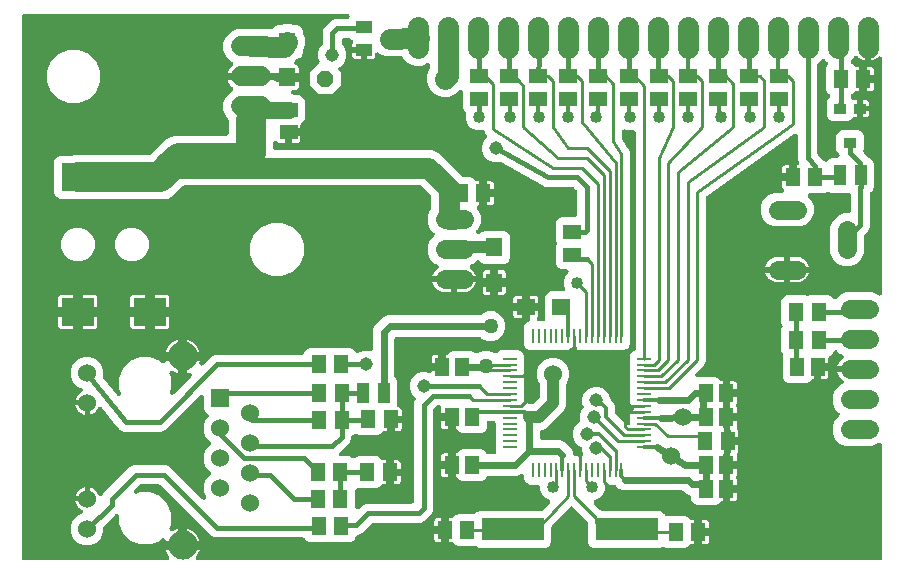
<source format=gbr>
G04 EAGLE Gerber RS-274X export*
G75*
%MOMM*%
%FSLAX34Y34*%
%LPD*%
%INTop Copper*%
%IPPOS*%
%AMOC8*
5,1,8,0,0,1.08239X$1,22.5*%
G01*
%ADD10C,1.625600*%
%ADD11R,5.334000X1.930400*%
%ADD12R,1.300000X1.500000*%
%ADD13R,1.020000X1.780000*%
%ADD14R,1.400000X1.600000*%
%ADD15R,1.500000X1.300000*%
%ADD16P,1.539592X8X22.500000*%
%ADD17C,1.778000*%
%ADD18R,1.524000X1.524000*%
%ADD19C,1.524000*%
%ADD20C,2.476500*%
%ADD21R,1.000000X0.900000*%
%ADD22R,1.100000X0.900000*%
%ADD23R,1.400000X1.000000*%
%ADD24R,0.228600X1.200000*%
%ADD25R,1.200000X0.228600*%
%ADD26R,1.300000X1.600000*%
%ADD27R,1.600000X1.400000*%
%ADD28C,1.727200*%
%ADD29R,2.800000X2.400000*%
%ADD30C,0.609600*%
%ADD31C,0.254000*%
%ADD32C,0.304800*%
%ADD33C,0.406400*%
%ADD34C,1.016000*%
%ADD35C,1.270000*%
%ADD36C,1.143000*%
%ADD37C,1.016000*%
%ADD38C,1.422400*%
%ADD39C,2.540000*%
%ADD40C,1.270000*%

G36*
X286828Y130868D02*
X286828Y130868D01*
X286906Y130867D01*
X287028Y130888D01*
X287151Y130901D01*
X287226Y130923D01*
X287302Y130937D01*
X287418Y130982D01*
X287536Y131019D01*
X287605Y131056D01*
X287677Y131084D01*
X287781Y131151D01*
X287890Y131211D01*
X287950Y131260D01*
X288015Y131302D01*
X288104Y131389D01*
X288200Y131468D01*
X288248Y131529D01*
X288304Y131583D01*
X288374Y131685D01*
X288452Y131782D01*
X288488Y131851D01*
X288532Y131915D01*
X288581Y132030D01*
X288638Y132139D01*
X288659Y132214D01*
X288689Y132286D01*
X288715Y132407D01*
X288749Y132526D01*
X288755Y132604D01*
X288771Y132680D01*
X288772Y132804D01*
X288782Y132928D01*
X288773Y133005D01*
X288773Y133082D01*
X288749Y133204D01*
X288735Y133327D01*
X288711Y133401D01*
X288696Y133478D01*
X288649Y133592D01*
X288610Y133710D01*
X288572Y133778D01*
X288542Y133850D01*
X288455Y133985D01*
X288412Y134061D01*
X288388Y134089D01*
X288362Y134129D01*
X287539Y135201D01*
X286561Y136895D01*
X285812Y138703D01*
X285613Y139447D01*
X297942Y139447D01*
X297960Y139449D01*
X297977Y139447D01*
X298160Y139468D01*
X298342Y139487D01*
X298360Y139492D01*
X298377Y139494D01*
X298552Y139551D01*
X298727Y139605D01*
X298743Y139613D01*
X298760Y139619D01*
X298920Y139709D01*
X299081Y139797D01*
X299095Y139808D01*
X299111Y139817D01*
X299250Y139937D01*
X299391Y140054D01*
X299402Y140068D01*
X299415Y140080D01*
X299528Y140225D01*
X299643Y140368D01*
X299651Y140384D01*
X299662Y140398D01*
X299744Y140563D01*
X299829Y140725D01*
X299833Y140742D01*
X299841Y140759D01*
X299889Y140937D01*
X299940Y141112D01*
X299941Y141130D01*
X299946Y141147D01*
X299973Y141478D01*
X299973Y143511D01*
X299975Y143511D01*
X299975Y141478D01*
X299977Y141460D01*
X299975Y141442D01*
X299997Y141260D01*
X300015Y141077D01*
X300020Y141060D01*
X300022Y141043D01*
X300079Y140868D01*
X300133Y140692D01*
X300141Y140677D01*
X300147Y140660D01*
X300237Y140500D01*
X300325Y140338D01*
X300336Y140325D01*
X300345Y140309D01*
X300465Y140170D01*
X300582Y140029D01*
X300596Y140018D01*
X300608Y140005D01*
X300753Y139892D01*
X300896Y139777D01*
X300912Y139769D01*
X300926Y139758D01*
X301091Y139676D01*
X301254Y139591D01*
X301271Y139586D01*
X301287Y139578D01*
X301465Y139531D01*
X301640Y139480D01*
X301658Y139478D01*
X301675Y139474D01*
X302006Y139447D01*
X314335Y139447D01*
X314136Y138703D01*
X313387Y136895D01*
X312409Y135201D01*
X311586Y134129D01*
X311545Y134063D01*
X311496Y134002D01*
X311439Y133892D01*
X311373Y133786D01*
X311346Y133714D01*
X311310Y133645D01*
X311276Y133525D01*
X311233Y133409D01*
X311221Y133332D01*
X311199Y133258D01*
X311189Y133134D01*
X311169Y133012D01*
X311173Y132934D01*
X311166Y132856D01*
X311181Y132733D01*
X311186Y132609D01*
X311204Y132534D01*
X311213Y132457D01*
X311252Y132339D01*
X311281Y132218D01*
X311314Y132148D01*
X311338Y132074D01*
X311399Y131966D01*
X311451Y131853D01*
X311498Y131791D01*
X311536Y131723D01*
X311617Y131629D01*
X311691Y131529D01*
X311748Y131477D01*
X311799Y131418D01*
X311897Y131342D01*
X311989Y131259D01*
X312056Y131219D01*
X312117Y131172D01*
X312228Y131116D01*
X312335Y131053D01*
X312408Y131027D01*
X312478Y130992D01*
X312598Y130960D01*
X312714Y130919D01*
X312791Y130908D01*
X312866Y130888D01*
X313027Y130875D01*
X313113Y130862D01*
X313150Y130865D01*
X313197Y130861D01*
X890145Y130861D01*
X890163Y130862D01*
X890181Y130861D01*
X890363Y130882D01*
X890546Y130901D01*
X890563Y130906D01*
X890580Y130908D01*
X890755Y130965D01*
X890931Y131019D01*
X890946Y131027D01*
X890963Y131033D01*
X891124Y131123D01*
X891285Y131211D01*
X891298Y131222D01*
X891314Y131231D01*
X891453Y131351D01*
X891594Y131468D01*
X891605Y131482D01*
X891619Y131494D01*
X891731Y131639D01*
X891846Y131782D01*
X891855Y131798D01*
X891865Y131812D01*
X891948Y131977D01*
X892032Y132139D01*
X892037Y132156D01*
X892045Y132172D01*
X892093Y132350D01*
X892143Y132526D01*
X892145Y132544D01*
X892149Y132561D01*
X892177Y132892D01*
X892192Y228107D01*
X892191Y228116D01*
X892192Y228125D01*
X892171Y228316D01*
X892152Y228507D01*
X892149Y228516D01*
X892148Y228526D01*
X892090Y228709D01*
X892034Y228892D01*
X892030Y228900D01*
X892027Y228909D01*
X891933Y229079D01*
X891842Y229246D01*
X891836Y229254D01*
X891832Y229262D01*
X891707Y229409D01*
X891584Y229556D01*
X891577Y229562D01*
X891571Y229569D01*
X891422Y229687D01*
X891271Y229808D01*
X891262Y229812D01*
X891255Y229818D01*
X891086Y229904D01*
X890914Y229994D01*
X890904Y229996D01*
X890896Y230000D01*
X890713Y230052D01*
X890527Y230105D01*
X890517Y230106D01*
X890508Y230108D01*
X890317Y230122D01*
X890125Y230138D01*
X890116Y230137D01*
X890107Y230138D01*
X889916Y230113D01*
X889725Y230091D01*
X889717Y230088D01*
X889707Y230087D01*
X889525Y230026D01*
X889343Y229966D01*
X889335Y229962D01*
X889326Y229959D01*
X889160Y229863D01*
X889032Y229791D01*
X885197Y228203D01*
X883702Y227583D01*
X861786Y227583D01*
X856558Y229749D01*
X852557Y233750D01*
X850391Y238978D01*
X850391Y244638D01*
X852557Y249866D01*
X855763Y253072D01*
X855774Y253086D01*
X855788Y253097D01*
X855901Y253241D01*
X856018Y253383D01*
X856026Y253399D01*
X856037Y253413D01*
X856121Y253577D01*
X856207Y253739D01*
X856212Y253756D01*
X856220Y253772D01*
X856269Y253949D01*
X856321Y254125D01*
X856323Y254143D01*
X856328Y254160D01*
X856341Y254343D01*
X856358Y254526D01*
X856356Y254544D01*
X856357Y254561D01*
X856334Y254743D01*
X856314Y254926D01*
X856309Y254943D01*
X856307Y254961D01*
X856248Y255135D01*
X856193Y255310D01*
X856184Y255326D01*
X856178Y255342D01*
X856087Y255502D01*
X855998Y255662D01*
X855987Y255676D01*
X855978Y255691D01*
X855763Y255944D01*
X852557Y259150D01*
X850391Y264378D01*
X850391Y270038D01*
X852557Y275266D01*
X856558Y279267D01*
X858474Y280061D01*
X858626Y280142D01*
X858781Y280219D01*
X858803Y280237D01*
X858829Y280251D01*
X858962Y280361D01*
X859098Y280467D01*
X859117Y280489D01*
X859139Y280507D01*
X859248Y280641D01*
X859361Y280772D01*
X859375Y280797D01*
X859393Y280820D01*
X859473Y280972D01*
X859558Y281123D01*
X859567Y281151D01*
X859580Y281176D01*
X859628Y281342D01*
X859682Y281506D01*
X859685Y281535D01*
X859693Y281563D01*
X859708Y281735D01*
X859728Y281906D01*
X859725Y281935D01*
X859728Y281964D01*
X859708Y282135D01*
X859694Y282308D01*
X859686Y282335D01*
X859682Y282364D01*
X859630Y282528D01*
X859581Y282694D01*
X859568Y282720D01*
X859559Y282747D01*
X859475Y282898D01*
X859395Y283051D01*
X859377Y283074D01*
X859363Y283099D01*
X859250Y283230D01*
X859142Y283364D01*
X859118Y283385D01*
X859101Y283405D01*
X859034Y283457D01*
X858890Y283581D01*
X857666Y284470D01*
X856478Y285658D01*
X855491Y287016D01*
X854729Y288513D01*
X854223Y290069D01*
X872236Y290069D01*
X872254Y290070D01*
X872271Y290069D01*
X872454Y290090D01*
X872636Y290109D01*
X872653Y290114D01*
X872671Y290116D01*
X872846Y290173D01*
X873021Y290227D01*
X873037Y290235D01*
X873054Y290241D01*
X873214Y290331D01*
X873375Y290418D01*
X873389Y290430D01*
X873405Y290439D01*
X873544Y290559D01*
X873685Y290676D01*
X873696Y290690D01*
X873709Y290702D01*
X873822Y290847D01*
X873937Y290990D01*
X873945Y291006D01*
X873956Y291020D01*
X874038Y291185D01*
X874122Y291347D01*
X874127Y291364D01*
X874135Y291380D01*
X874183Y291559D01*
X874234Y291734D01*
X874235Y291752D01*
X874240Y291769D01*
X874267Y292100D01*
X874267Y293116D01*
X874265Y293134D01*
X874267Y293152D01*
X874245Y293334D01*
X874227Y293517D01*
X874222Y293534D01*
X874220Y293551D01*
X874163Y293726D01*
X874109Y293902D01*
X874101Y293917D01*
X874095Y293934D01*
X874005Y294094D01*
X873917Y294256D01*
X873906Y294269D01*
X873897Y294285D01*
X873777Y294424D01*
X873659Y294565D01*
X873646Y294576D01*
X873634Y294590D01*
X873489Y294702D01*
X873346Y294817D01*
X873330Y294825D01*
X873316Y294836D01*
X873151Y294918D01*
X872988Y295003D01*
X872971Y295008D01*
X872955Y295016D01*
X872777Y295063D01*
X872602Y295114D01*
X872584Y295116D01*
X872567Y295120D01*
X872236Y295147D01*
X854223Y295147D01*
X854729Y296703D01*
X855491Y298200D01*
X856478Y299558D01*
X857666Y300746D01*
X858891Y301635D01*
X859020Y301750D01*
X859152Y301861D01*
X859170Y301884D01*
X859191Y301903D01*
X859295Y302041D01*
X859403Y302176D01*
X859416Y302202D01*
X859433Y302225D01*
X859507Y302381D01*
X859587Y302534D01*
X859594Y302562D01*
X859607Y302588D01*
X859649Y302756D01*
X859696Y302922D01*
X859698Y302951D01*
X859705Y302979D01*
X859714Y303151D01*
X859727Y303323D01*
X859724Y303352D01*
X859725Y303381D01*
X859699Y303552D01*
X859679Y303723D01*
X859670Y303750D01*
X859665Y303779D01*
X859606Y303941D01*
X859552Y304105D01*
X859538Y304130D01*
X859528Y304157D01*
X859438Y304305D01*
X859353Y304455D01*
X859334Y304477D01*
X859319Y304501D01*
X859201Y304629D01*
X859088Y304758D01*
X859065Y304776D01*
X859046Y304797D01*
X858906Y304899D01*
X858769Y305004D01*
X858740Y305019D01*
X858720Y305034D01*
X858643Y305069D01*
X858474Y305155D01*
X856558Y305949D01*
X854349Y308158D01*
X854339Y308166D01*
X854330Y308176D01*
X854183Y308294D01*
X854038Y308413D01*
X854026Y308419D01*
X854016Y308427D01*
X853847Y308514D01*
X853682Y308601D01*
X853670Y308605D01*
X853657Y308611D01*
X853477Y308663D01*
X853296Y308716D01*
X853283Y308717D01*
X853270Y308721D01*
X853085Y308735D01*
X852895Y308753D01*
X852882Y308751D01*
X852869Y308752D01*
X852684Y308730D01*
X852495Y308709D01*
X852482Y308705D01*
X852469Y308704D01*
X852292Y308645D01*
X852111Y308588D01*
X852099Y308581D01*
X852087Y308577D01*
X851923Y308484D01*
X851759Y308393D01*
X851749Y308384D01*
X851737Y308378D01*
X851596Y308254D01*
X851452Y308132D01*
X851444Y308122D01*
X851434Y308113D01*
X851319Y307964D01*
X851202Y307816D01*
X851196Y307805D01*
X851188Y307794D01*
X851037Y307499D01*
X850225Y305538D01*
X848510Y303823D01*
X847851Y303551D01*
X847831Y303540D01*
X847810Y303533D01*
X847653Y303445D01*
X847496Y303360D01*
X847479Y303346D01*
X847459Y303335D01*
X847323Y303218D01*
X847185Y303104D01*
X847171Y303087D01*
X847154Y303072D01*
X847045Y302931D01*
X846932Y302791D01*
X846921Y302772D01*
X846908Y302754D01*
X846828Y302593D01*
X846745Y302435D01*
X846738Y302413D01*
X846728Y302393D01*
X846682Y302220D01*
X846632Y302048D01*
X846630Y302026D01*
X846624Y302005D01*
X846597Y301674D01*
X846597Y297889D01*
X838774Y297889D01*
X838756Y297887D01*
X838739Y297889D01*
X838556Y297868D01*
X838374Y297849D01*
X838357Y297844D01*
X838339Y297842D01*
X838164Y297785D01*
X837989Y297731D01*
X837973Y297723D01*
X837956Y297717D01*
X837796Y297627D01*
X837635Y297539D01*
X837621Y297528D01*
X837605Y297519D01*
X837466Y297399D01*
X837325Y297282D01*
X837314Y297268D01*
X837301Y297256D01*
X837188Y297111D01*
X837073Y296968D01*
X837065Y296952D01*
X837054Y296938D01*
X836972Y296773D01*
X836888Y296611D01*
X836883Y296594D01*
X836875Y296578D01*
X836827Y296399D01*
X836776Y296224D01*
X836775Y296206D01*
X836770Y296189D01*
X836743Y295858D01*
X836743Y295453D01*
X836338Y295453D01*
X836320Y295451D01*
X836302Y295453D01*
X836120Y295431D01*
X835937Y295413D01*
X835920Y295408D01*
X835903Y295406D01*
X835728Y295349D01*
X835552Y295295D01*
X835537Y295287D01*
X835520Y295281D01*
X835360Y295191D01*
X835198Y295103D01*
X835185Y295092D01*
X835169Y295083D01*
X835030Y294963D01*
X834889Y294845D01*
X834878Y294832D01*
X834864Y294820D01*
X834752Y294675D01*
X834637Y294532D01*
X834629Y294516D01*
X834618Y294502D01*
X834536Y294337D01*
X834451Y294174D01*
X834446Y294157D01*
X834438Y294141D01*
X834390Y293963D01*
X834340Y293788D01*
X834338Y293770D01*
X834334Y293753D01*
X834307Y293422D01*
X834307Y284599D01*
X833960Y284599D01*
X833937Y284597D01*
X833915Y284599D01*
X833737Y284577D01*
X833559Y284559D01*
X833538Y284553D01*
X833515Y284550D01*
X833345Y284494D01*
X833174Y284441D01*
X833155Y284431D01*
X833133Y284423D01*
X832977Y284335D01*
X832820Y284249D01*
X832803Y284235D01*
X832784Y284224D01*
X832648Y284106D01*
X832511Y283992D01*
X832497Y283974D01*
X832480Y283959D01*
X832422Y283884D01*
X830510Y281971D01*
X828269Y281043D01*
X812843Y281043D01*
X810602Y281971D01*
X808887Y283686D01*
X807959Y285927D01*
X807959Y303353D01*
X808059Y303594D01*
X808065Y303615D01*
X808076Y303635D01*
X808124Y303808D01*
X808175Y303979D01*
X808178Y304001D01*
X808184Y304023D01*
X808197Y304202D01*
X808214Y304380D01*
X808211Y304402D01*
X808213Y304424D01*
X808190Y304603D01*
X808172Y304780D01*
X808165Y304801D01*
X808163Y304824D01*
X808105Y304994D01*
X808052Y305165D01*
X808041Y305184D01*
X808034Y305205D01*
X808003Y305260D01*
X806959Y307779D01*
X806959Y326205D01*
X807871Y328407D01*
X807879Y328432D01*
X807891Y328456D01*
X807937Y328625D01*
X807988Y328792D01*
X807990Y328819D01*
X807997Y328845D01*
X808009Y329019D01*
X808026Y329193D01*
X808023Y329219D01*
X808025Y329246D01*
X808002Y329420D01*
X807984Y329593D01*
X807976Y329619D01*
X807973Y329645D01*
X807871Y329961D01*
X806959Y332163D01*
X806959Y350589D01*
X807887Y352830D01*
X809602Y354545D01*
X811843Y355473D01*
X827269Y355473D01*
X828279Y355054D01*
X828304Y355047D01*
X828328Y355035D01*
X828497Y354988D01*
X828664Y354938D01*
X828691Y354935D01*
X828717Y354928D01*
X828892Y354916D01*
X829065Y354900D01*
X829091Y354903D01*
X829118Y354901D01*
X829292Y354923D01*
X829465Y354941D01*
X829491Y354949D01*
X829517Y354953D01*
X829833Y355054D01*
X830843Y355473D01*
X846269Y355473D01*
X848510Y354545D01*
X850276Y352778D01*
X850334Y352670D01*
X850342Y352659D01*
X850349Y352648D01*
X850471Y352504D01*
X850590Y352359D01*
X850601Y352351D01*
X850609Y352341D01*
X850757Y352224D01*
X850903Y352106D01*
X850915Y352099D01*
X850925Y352091D01*
X851093Y352006D01*
X851260Y351919D01*
X851272Y351915D01*
X851284Y351909D01*
X851466Y351858D01*
X851646Y351805D01*
X851659Y351804D01*
X851672Y351801D01*
X851861Y351787D01*
X852047Y351771D01*
X852060Y351772D01*
X852074Y351771D01*
X852261Y351795D01*
X852447Y351816D01*
X852460Y351820D01*
X852473Y351822D01*
X852651Y351881D01*
X852830Y351939D01*
X852842Y351946D01*
X852855Y351950D01*
X853018Y352044D01*
X853182Y352135D01*
X853192Y352144D01*
X853204Y352151D01*
X853457Y352366D01*
X856558Y355467D01*
X861786Y357633D01*
X883702Y357633D01*
X889012Y355433D01*
X889056Y355397D01*
X889064Y355393D01*
X889071Y355387D01*
X889242Y355299D01*
X889412Y355208D01*
X889420Y355206D01*
X889428Y355202D01*
X889613Y355148D01*
X889798Y355094D01*
X889807Y355093D01*
X889815Y355090D01*
X890006Y355075D01*
X890199Y355057D01*
X890208Y355058D01*
X890216Y355057D01*
X890405Y355079D01*
X890599Y355100D01*
X890608Y355103D01*
X890616Y355104D01*
X890799Y355164D01*
X890983Y355222D01*
X890990Y355226D01*
X890999Y355229D01*
X891168Y355324D01*
X891335Y355417D01*
X891342Y355422D01*
X891350Y355427D01*
X891495Y355552D01*
X891642Y355677D01*
X891648Y355684D01*
X891654Y355690D01*
X891771Y355840D01*
X891892Y355993D01*
X891896Y356001D01*
X891901Y356008D01*
X891987Y356181D01*
X892074Y356352D01*
X892077Y356360D01*
X892081Y356368D01*
X892130Y356554D01*
X892182Y356740D01*
X892183Y356749D01*
X892185Y356757D01*
X892212Y357088D01*
X892244Y555475D01*
X892243Y555484D01*
X892244Y555493D01*
X892223Y555684D01*
X892204Y555875D01*
X892202Y555884D01*
X892201Y555893D01*
X892143Y556075D01*
X892086Y556260D01*
X892082Y556268D01*
X892079Y556277D01*
X891986Y556445D01*
X891895Y556614D01*
X891889Y556621D01*
X891884Y556629D01*
X891759Y556777D01*
X891637Y556923D01*
X891630Y556929D01*
X891624Y556936D01*
X891472Y557056D01*
X891323Y557176D01*
X891315Y557180D01*
X891308Y557186D01*
X891137Y557272D01*
X890966Y557361D01*
X890957Y557364D01*
X890949Y557368D01*
X890765Y557419D01*
X890579Y557473D01*
X890570Y557474D01*
X890561Y557476D01*
X890368Y557490D01*
X890178Y557506D01*
X890169Y557505D01*
X890160Y557505D01*
X889968Y557481D01*
X889778Y557459D01*
X889769Y557456D01*
X889760Y557455D01*
X889578Y557394D01*
X889395Y557334D01*
X889387Y557330D01*
X889378Y557327D01*
X889211Y557230D01*
X889044Y557136D01*
X889038Y557130D01*
X889030Y557126D01*
X888777Y556911D01*
X887860Y555994D01*
X886404Y554937D01*
X884801Y554120D01*
X883090Y553564D01*
X882952Y553542D01*
X882952Y573095D01*
X882950Y573113D01*
X882952Y573130D01*
X882931Y573313D01*
X882912Y573495D01*
X882907Y573512D01*
X882905Y573530D01*
X882848Y573705D01*
X882794Y573880D01*
X882786Y573896D01*
X882780Y573913D01*
X882690Y574073D01*
X882602Y574234D01*
X882591Y574248D01*
X882582Y574264D01*
X882462Y574403D01*
X882345Y574544D01*
X882331Y574555D01*
X882319Y574568D01*
X882174Y574681D01*
X882031Y574796D01*
X882015Y574804D01*
X882001Y574815D01*
X881836Y574897D01*
X881674Y574981D01*
X881657Y574986D01*
X881641Y574994D01*
X881462Y575042D01*
X881287Y575093D01*
X881269Y575094D01*
X881252Y575099D01*
X880921Y575126D01*
X879905Y575126D01*
X879887Y575124D01*
X879869Y575126D01*
X879687Y575104D01*
X879504Y575086D01*
X879487Y575081D01*
X879470Y575079D01*
X879295Y575022D01*
X879119Y574968D01*
X879104Y574960D01*
X879087Y574954D01*
X878927Y574864D01*
X878765Y574776D01*
X878752Y574765D01*
X878736Y574756D01*
X878597Y574636D01*
X878456Y574518D01*
X878445Y574505D01*
X878431Y574493D01*
X878319Y574348D01*
X878204Y574205D01*
X878196Y574189D01*
X878185Y574175D01*
X878103Y574010D01*
X878018Y573847D01*
X878013Y573830D01*
X878005Y573814D01*
X877957Y573636D01*
X877907Y573461D01*
X877905Y573443D01*
X877901Y573426D01*
X877874Y573095D01*
X877874Y553542D01*
X877736Y553564D01*
X876025Y554120D01*
X874422Y554937D01*
X872966Y555994D01*
X871694Y557266D01*
X871569Y557439D01*
X871454Y557568D01*
X871343Y557700D01*
X871320Y557718D01*
X871301Y557739D01*
X871163Y557843D01*
X871028Y557951D01*
X871002Y557964D01*
X870979Y557981D01*
X870823Y558056D01*
X870670Y558135D01*
X870642Y558143D01*
X870616Y558155D01*
X870448Y558198D01*
X870282Y558245D01*
X870254Y558247D01*
X870226Y558254D01*
X870053Y558262D01*
X869881Y558276D01*
X869852Y558272D01*
X869824Y558274D01*
X869652Y558248D01*
X869481Y558227D01*
X869454Y558218D01*
X869425Y558214D01*
X869262Y558154D01*
X869099Y558100D01*
X869074Y558086D01*
X869047Y558076D01*
X868899Y557986D01*
X868749Y557901D01*
X868728Y557882D01*
X868703Y557867D01*
X868576Y557750D01*
X868446Y557637D01*
X868428Y557614D01*
X868407Y557594D01*
X868305Y557454D01*
X868200Y557317D01*
X868186Y557289D01*
X868171Y557268D01*
X868135Y557191D01*
X868049Y557022D01*
X867718Y556224D01*
X866098Y554604D01*
X866090Y554594D01*
X866080Y554585D01*
X865962Y554438D01*
X865843Y554293D01*
X865837Y554281D01*
X865829Y554270D01*
X865742Y554102D01*
X865655Y553937D01*
X865651Y553924D01*
X865645Y553912D01*
X865593Y553730D01*
X865540Y553551D01*
X865539Y553538D01*
X865535Y553525D01*
X865521Y553338D01*
X865504Y553150D01*
X865505Y553136D01*
X865504Y553123D01*
X865527Y552938D01*
X865547Y552750D01*
X865551Y552737D01*
X865553Y552724D01*
X865612Y552546D01*
X865668Y552366D01*
X865675Y552354D01*
X865679Y552341D01*
X865773Y552177D01*
X865863Y552013D01*
X865872Y552003D01*
X865879Y551992D01*
X866003Y551849D01*
X866124Y551706D01*
X866134Y551698D01*
X866143Y551688D01*
X866292Y551573D01*
X866440Y551457D01*
X866452Y551451D01*
X866462Y551443D01*
X866757Y551291D01*
X867102Y551149D01*
X869032Y549218D01*
X869122Y549110D01*
X869139Y549095D01*
X869154Y549078D01*
X869295Y548969D01*
X869434Y548856D01*
X869454Y548845D01*
X869472Y548832D01*
X869632Y548752D01*
X869791Y548669D01*
X869812Y548662D01*
X869832Y548652D01*
X870005Y548606D01*
X870177Y548556D01*
X870199Y548554D01*
X870221Y548548D01*
X870552Y548521D01*
X872899Y548521D01*
X872899Y539698D01*
X872900Y539680D01*
X872899Y539663D01*
X872920Y539480D01*
X872939Y539298D01*
X872944Y539281D01*
X872946Y539263D01*
X873003Y539088D01*
X873057Y538913D01*
X873065Y538897D01*
X873071Y538880D01*
X873161Y538720D01*
X873248Y538559D01*
X873260Y538545D01*
X873269Y538529D01*
X873314Y538477D01*
X873229Y538372D01*
X873221Y538356D01*
X873210Y538342D01*
X873128Y538177D01*
X873043Y538014D01*
X873038Y537997D01*
X873030Y537981D01*
X872982Y537803D01*
X872932Y537628D01*
X872930Y537610D01*
X872926Y537593D01*
X872899Y537262D01*
X872899Y528439D01*
X870552Y528439D01*
X870529Y528437D01*
X870507Y528439D01*
X870329Y528417D01*
X870151Y528399D01*
X870130Y528393D01*
X870107Y528390D01*
X869937Y528334D01*
X869766Y528281D01*
X869747Y528271D01*
X869725Y528263D01*
X869569Y528175D01*
X869412Y528089D01*
X869395Y528075D01*
X869376Y528064D01*
X869240Y527946D01*
X869103Y527832D01*
X869089Y527814D01*
X869072Y527799D01*
X869014Y527724D01*
X867102Y525811D01*
X866803Y525688D01*
X866774Y525672D01*
X866742Y525661D01*
X866596Y525577D01*
X866448Y525498D01*
X866423Y525476D01*
X866393Y525460D01*
X866267Y525348D01*
X866138Y525241D01*
X866117Y525215D01*
X866092Y525193D01*
X865990Y525059D01*
X865884Y524929D01*
X865869Y524899D01*
X865848Y524872D01*
X865775Y524721D01*
X865697Y524572D01*
X865688Y524540D01*
X865673Y524510D01*
X865631Y524347D01*
X865584Y524186D01*
X865581Y524152D01*
X865573Y524120D01*
X865549Y523789D01*
X865554Y523367D01*
X865556Y523352D01*
X865555Y523336D01*
X865578Y523152D01*
X865598Y522967D01*
X865603Y522952D01*
X865605Y522937D01*
X865664Y522760D01*
X865721Y522584D01*
X865728Y522570D01*
X865733Y522555D01*
X865826Y522393D01*
X865916Y522232D01*
X865926Y522220D01*
X865934Y522206D01*
X866149Y521953D01*
X867008Y521094D01*
X867098Y520986D01*
X867115Y520971D01*
X867130Y520954D01*
X867271Y520845D01*
X867410Y520732D01*
X867430Y520721D01*
X867448Y520708D01*
X867608Y520628D01*
X867767Y520545D01*
X867788Y520538D01*
X867808Y520528D01*
X867981Y520482D01*
X868153Y520432D01*
X868175Y520430D01*
X868197Y520424D01*
X868528Y520397D01*
X871375Y520397D01*
X871375Y513574D01*
X871376Y513556D01*
X871375Y513539D01*
X871394Y513375D01*
X871375Y513138D01*
X871375Y506315D01*
X868528Y506315D01*
X868505Y506313D01*
X868483Y506315D01*
X868305Y506293D01*
X868127Y506275D01*
X868106Y506269D01*
X868083Y506266D01*
X867913Y506210D01*
X867742Y506157D01*
X867723Y506147D01*
X867701Y506139D01*
X867545Y506051D01*
X867388Y505965D01*
X867371Y505951D01*
X867352Y505940D01*
X867216Y505822D01*
X867079Y505708D01*
X867065Y505690D01*
X867048Y505675D01*
X866990Y505600D01*
X865078Y503687D01*
X862837Y502759D01*
X850411Y502759D01*
X848170Y503687D01*
X846455Y505402D01*
X845527Y507643D01*
X845527Y519069D01*
X846455Y521310D01*
X847706Y522560D01*
X847714Y522570D01*
X847725Y522579D01*
X847842Y522726D01*
X847961Y522871D01*
X847967Y522883D01*
X847975Y522894D01*
X848061Y523061D01*
X848149Y523227D01*
X848153Y523240D01*
X848159Y523252D01*
X848210Y523432D01*
X848264Y523613D01*
X848265Y523626D01*
X848269Y523639D01*
X848283Y523826D01*
X848301Y524014D01*
X848299Y524027D01*
X848300Y524041D01*
X848278Y524226D01*
X848257Y524414D01*
X848253Y524427D01*
X848251Y524440D01*
X848193Y524617D01*
X848136Y524798D01*
X848129Y524810D01*
X848125Y524823D01*
X848032Y524986D01*
X847941Y525150D01*
X847932Y525161D01*
X847925Y525172D01*
X847802Y525314D01*
X847680Y525457D01*
X847670Y525466D01*
X847661Y525476D01*
X847513Y525590D01*
X847364Y525707D01*
X847352Y525713D01*
X847342Y525721D01*
X847225Y525781D01*
X845479Y527526D01*
X844551Y529767D01*
X844551Y547193D01*
X845479Y549433D01*
X845852Y549806D01*
X845864Y549820D01*
X845877Y549832D01*
X845991Y549975D01*
X846108Y550118D01*
X846116Y550134D01*
X846127Y550148D01*
X846210Y550310D01*
X846296Y550474D01*
X846301Y550491D01*
X846309Y550507D01*
X846358Y550683D01*
X846411Y550860D01*
X846413Y550877D01*
X846417Y550895D01*
X846431Y551077D01*
X846447Y551261D01*
X846445Y551278D01*
X846447Y551296D01*
X846424Y551479D01*
X846404Y551661D01*
X846399Y551678D01*
X846396Y551696D01*
X846338Y551870D01*
X846282Y552045D01*
X846274Y552060D01*
X846268Y552077D01*
X846177Y552236D01*
X846088Y552397D01*
X846076Y552411D01*
X846067Y552426D01*
X845852Y552679D01*
X843749Y554782D01*
X843735Y554794D01*
X843724Y554807D01*
X843580Y554921D01*
X843438Y555037D01*
X843422Y555046D01*
X843408Y555057D01*
X843245Y555140D01*
X843082Y555226D01*
X843065Y555231D01*
X843049Y555239D01*
X842872Y555288D01*
X842696Y555341D01*
X842678Y555342D01*
X842661Y555347D01*
X842478Y555361D01*
X842295Y555377D01*
X842277Y555375D01*
X842260Y555377D01*
X842077Y555353D01*
X841895Y555334D01*
X841878Y555328D01*
X841860Y555326D01*
X841685Y555267D01*
X841511Y555212D01*
X841495Y555204D01*
X841479Y555198D01*
X841319Y555106D01*
X841159Y555017D01*
X841145Y555006D01*
X841130Y554997D01*
X840877Y554782D01*
X837898Y551803D01*
X837774Y551701D01*
X837760Y551684D01*
X837742Y551669D01*
X837633Y551528D01*
X837520Y551389D01*
X837510Y551369D01*
X837496Y551351D01*
X837416Y551191D01*
X837333Y551032D01*
X837327Y551010D01*
X837316Y550990D01*
X837270Y550817D01*
X837220Y550646D01*
X837218Y550623D01*
X837212Y550601D01*
X837185Y550271D01*
X837185Y475632D01*
X837187Y475606D01*
X837185Y475579D01*
X837207Y475405D01*
X837225Y475232D01*
X837232Y475206D01*
X837236Y475180D01*
X837291Y475014D01*
X837343Y474847D01*
X837356Y474823D01*
X837364Y474798D01*
X837451Y474646D01*
X837535Y474493D01*
X837552Y474472D01*
X837565Y474449D01*
X837780Y474196D01*
X842454Y469522D01*
X842503Y469430D01*
X842520Y469409D01*
X842534Y469386D01*
X842648Y469254D01*
X842760Y469120D01*
X842780Y469103D01*
X842798Y469082D01*
X842936Y468976D01*
X843072Y468866D01*
X843096Y468853D01*
X843117Y468837D01*
X843412Y468685D01*
X843702Y468565D01*
X843723Y468559D01*
X843743Y468549D01*
X843916Y468501D01*
X844087Y468449D01*
X844110Y468447D01*
X844131Y468441D01*
X844311Y468428D01*
X844488Y468411D01*
X844510Y468413D01*
X844533Y468411D01*
X844711Y468434D01*
X844889Y468452D01*
X844910Y468459D01*
X844932Y468462D01*
X845102Y468519D01*
X845273Y468572D01*
X845293Y468583D01*
X845314Y468590D01*
X845469Y468680D01*
X845626Y468766D01*
X845643Y468780D01*
X845663Y468791D01*
X845916Y469006D01*
X847670Y470761D01*
X849911Y471689D01*
X854265Y471689D01*
X854274Y471690D01*
X854283Y471689D01*
X854475Y471710D01*
X854666Y471729D01*
X854675Y471731D01*
X854683Y471732D01*
X854866Y471790D01*
X855051Y471847D01*
X855059Y471851D01*
X855067Y471854D01*
X855236Y471947D01*
X855405Y472039D01*
X855412Y472044D01*
X855420Y472049D01*
X855567Y472174D01*
X855714Y472296D01*
X855720Y472303D01*
X855727Y472309D01*
X855846Y472461D01*
X855966Y472610D01*
X855971Y472618D01*
X855976Y472625D01*
X856064Y472797D01*
X856152Y472967D01*
X856154Y472976D01*
X856159Y472984D01*
X856210Y473170D01*
X856263Y473354D01*
X856264Y473363D01*
X856267Y473372D01*
X856281Y473564D01*
X856296Y473756D01*
X856295Y473764D01*
X856296Y473773D01*
X856272Y473966D01*
X856249Y474155D01*
X856247Y474164D01*
X856245Y474173D01*
X856184Y474356D01*
X856125Y474538D01*
X856120Y474546D01*
X856117Y474554D01*
X856022Y474720D01*
X855927Y474889D01*
X855921Y474896D01*
X855916Y474903D01*
X855702Y475156D01*
X854455Y476402D01*
X853527Y478643D01*
X853527Y490069D01*
X854455Y492310D01*
X856170Y494025D01*
X858411Y494953D01*
X871837Y494953D01*
X874078Y494025D01*
X875793Y492310D01*
X876721Y490069D01*
X876721Y478643D01*
X876435Y477954D01*
X876429Y477933D01*
X876419Y477913D01*
X876371Y477740D01*
X876319Y477569D01*
X876317Y477546D01*
X876311Y477525D01*
X876297Y477345D01*
X876281Y477168D01*
X876283Y477146D01*
X876281Y477123D01*
X876304Y476945D01*
X876322Y476767D01*
X876329Y476746D01*
X876332Y476724D01*
X876389Y476554D01*
X876442Y476383D01*
X876453Y476363D01*
X876460Y476342D01*
X876549Y476187D01*
X876635Y476030D01*
X876650Y476013D01*
X876661Y475993D01*
X876876Y475740D01*
X878079Y474537D01*
X880739Y471876D01*
X880753Y471853D01*
X880867Y471721D01*
X880978Y471587D01*
X880999Y471570D01*
X881017Y471549D01*
X881155Y471443D01*
X881291Y471333D01*
X881315Y471320D01*
X881336Y471304D01*
X881632Y471152D01*
X882578Y470761D01*
X884293Y469046D01*
X885221Y466805D01*
X885221Y446579D01*
X884293Y444338D01*
X882484Y442530D01*
X882467Y442509D01*
X882446Y442491D01*
X882339Y442353D01*
X882229Y442218D01*
X882216Y442194D01*
X882200Y442173D01*
X882122Y442016D01*
X882040Y441862D01*
X882032Y441837D01*
X882020Y441813D01*
X881975Y441643D01*
X881925Y441476D01*
X881923Y441450D01*
X881916Y441424D01*
X881889Y441093D01*
X881889Y412911D01*
X880651Y409923D01*
X878079Y407351D01*
X877404Y406676D01*
X877387Y406655D01*
X877366Y406638D01*
X877260Y406500D01*
X877149Y406364D01*
X877136Y406341D01*
X877120Y406320D01*
X877042Y406163D01*
X876960Y406009D01*
X876952Y405983D01*
X876940Y405959D01*
X876895Y405790D01*
X876845Y405623D01*
X876843Y405596D01*
X876836Y405570D01*
X876809Y405240D01*
X876809Y391378D01*
X874643Y386150D01*
X870642Y382149D01*
X865414Y379983D01*
X859754Y379983D01*
X854526Y382149D01*
X850525Y386150D01*
X848359Y391378D01*
X848359Y413294D01*
X850525Y418522D01*
X854526Y422523D01*
X859754Y424689D01*
X863600Y424689D01*
X863618Y424691D01*
X863636Y424689D01*
X863818Y424710D01*
X864001Y424729D01*
X864018Y424734D01*
X864035Y424736D01*
X864210Y424793D01*
X864386Y424847D01*
X864401Y424855D01*
X864418Y424861D01*
X864578Y424951D01*
X864740Y425039D01*
X864753Y425050D01*
X864769Y425059D01*
X864908Y425179D01*
X865049Y425296D01*
X865060Y425310D01*
X865074Y425322D01*
X865186Y425467D01*
X865301Y425610D01*
X865309Y425626D01*
X865320Y425640D01*
X865402Y425805D01*
X865487Y425967D01*
X865492Y425984D01*
X865500Y426000D01*
X865547Y426179D01*
X865598Y426354D01*
X865600Y426372D01*
X865604Y426389D01*
X865631Y426720D01*
X865631Y439937D01*
X865630Y439951D01*
X865631Y439964D01*
X865610Y440150D01*
X865591Y440338D01*
X865587Y440351D01*
X865586Y440364D01*
X865528Y440543D01*
X865473Y440723D01*
X865467Y440734D01*
X865463Y440747D01*
X865371Y440912D01*
X865281Y441077D01*
X865273Y441087D01*
X865266Y441099D01*
X865143Y441242D01*
X865024Y441386D01*
X865013Y441394D01*
X865005Y441405D01*
X864856Y441521D01*
X864710Y441638D01*
X864698Y441644D01*
X864688Y441653D01*
X864518Y441738D01*
X864353Y441824D01*
X864340Y441827D01*
X864328Y441834D01*
X864146Y441883D01*
X863966Y441935D01*
X863952Y441936D01*
X863939Y441940D01*
X863753Y441953D01*
X863564Y441968D01*
X863551Y441966D01*
X863538Y441967D01*
X863352Y441943D01*
X863165Y441921D01*
X863152Y441917D01*
X863139Y441915D01*
X862823Y441814D01*
X862537Y441695D01*
X849911Y441695D01*
X847450Y442715D01*
X847429Y442721D01*
X847408Y442731D01*
X847236Y442779D01*
X847065Y442831D01*
X847042Y442833D01*
X847020Y442839D01*
X846842Y442852D01*
X846664Y442869D01*
X846641Y442867D01*
X846619Y442869D01*
X846441Y442846D01*
X846263Y442828D01*
X846242Y442821D01*
X846219Y442818D01*
X846050Y442761D01*
X845879Y442708D01*
X845859Y442697D01*
X845838Y442690D01*
X845683Y442600D01*
X845612Y442562D01*
X843221Y441571D01*
X831097Y441571D01*
X831089Y441570D01*
X831080Y441571D01*
X830888Y441550D01*
X830697Y441531D01*
X830688Y441529D01*
X830679Y441528D01*
X830497Y441470D01*
X830312Y441413D01*
X830304Y441409D01*
X830296Y441406D01*
X830127Y441313D01*
X829958Y441221D01*
X829951Y441216D01*
X829943Y441211D01*
X829796Y441087D01*
X829649Y440964D01*
X829643Y440957D01*
X829636Y440951D01*
X829517Y440800D01*
X829396Y440650D01*
X829392Y440642D01*
X829387Y440635D01*
X829299Y440462D01*
X829211Y440293D01*
X829208Y440284D01*
X829204Y440276D01*
X829152Y440090D01*
X829099Y439906D01*
X829099Y439897D01*
X829096Y439888D01*
X829082Y439694D01*
X829066Y439504D01*
X829068Y439496D01*
X829067Y439487D01*
X829091Y439294D01*
X829113Y439105D01*
X829116Y439096D01*
X829117Y439087D01*
X829179Y438904D01*
X829238Y438722D01*
X829243Y438714D01*
X829245Y438706D01*
X829341Y438540D01*
X829436Y438371D01*
X829442Y438364D01*
X829446Y438357D01*
X829661Y438104D01*
X831971Y435794D01*
X834137Y430566D01*
X834137Y424906D01*
X831971Y419678D01*
X827970Y415677D01*
X826523Y415078D01*
X822742Y413511D01*
X800826Y413511D01*
X795598Y415677D01*
X791597Y419678D01*
X789431Y424906D01*
X789431Y430566D01*
X791597Y435794D01*
X795598Y439795D01*
X800826Y441961D01*
X807231Y441961D01*
X807305Y441968D01*
X807378Y441966D01*
X807504Y441988D01*
X807632Y442001D01*
X807702Y442022D01*
X807775Y442035D01*
X807894Y442081D01*
X808017Y442119D01*
X808081Y442154D01*
X808150Y442181D01*
X808258Y442250D01*
X808371Y442311D01*
X808427Y442358D01*
X808489Y442397D01*
X808582Y442486D01*
X808680Y442568D01*
X808726Y442626D01*
X808779Y442677D01*
X808852Y442782D01*
X808932Y442882D01*
X808966Y442947D01*
X809008Y443008D01*
X809059Y443126D01*
X809118Y443239D01*
X809138Y443310D01*
X809167Y443378D01*
X809194Y443503D01*
X809229Y443626D01*
X809235Y443700D01*
X809250Y443772D01*
X809252Y443900D01*
X809262Y444028D01*
X809253Y444101D01*
X809254Y444175D01*
X809230Y444300D01*
X809215Y444427D01*
X809192Y444498D01*
X809178Y444570D01*
X809130Y444688D01*
X809090Y444810D01*
X809054Y444874D01*
X809026Y444943D01*
X808955Y445049D01*
X808892Y445161D01*
X808844Y445217D01*
X808803Y445278D01*
X808713Y445369D01*
X808629Y445465D01*
X808576Y445506D01*
X807975Y446108D01*
X807640Y446687D01*
X807467Y447333D01*
X807467Y451919D01*
X815290Y451919D01*
X815308Y451920D01*
X815325Y451919D01*
X815508Y451940D01*
X815690Y451959D01*
X815707Y451964D01*
X815725Y451966D01*
X815900Y452023D01*
X816075Y452077D01*
X816091Y452085D01*
X816108Y452091D01*
X816268Y452181D01*
X816429Y452268D01*
X816443Y452280D01*
X816459Y452289D01*
X816598Y452409D01*
X816739Y452526D01*
X816750Y452540D01*
X816763Y452552D01*
X816876Y452697D01*
X816991Y452840D01*
X816999Y452856D01*
X817010Y452870D01*
X817092Y453035D01*
X817176Y453197D01*
X817181Y453214D01*
X817189Y453230D01*
X817237Y453409D01*
X817288Y453584D01*
X817289Y453602D01*
X817294Y453619D01*
X817321Y453950D01*
X817321Y454355D01*
X817726Y454355D01*
X817744Y454357D01*
X817762Y454355D01*
X817944Y454377D01*
X818127Y454395D01*
X818144Y454400D01*
X818161Y454402D01*
X818336Y454459D01*
X818512Y454513D01*
X818527Y454521D01*
X818544Y454527D01*
X818704Y454617D01*
X818866Y454705D01*
X818879Y454716D01*
X818895Y454725D01*
X819034Y454845D01*
X819175Y454963D01*
X819186Y454976D01*
X819200Y454988D01*
X819312Y455133D01*
X819427Y455276D01*
X819435Y455292D01*
X819446Y455306D01*
X819528Y455471D01*
X819613Y455634D01*
X819618Y455651D01*
X819626Y455667D01*
X819673Y455845D01*
X819724Y456020D01*
X819726Y456038D01*
X819730Y456055D01*
X819757Y456386D01*
X819757Y465209D01*
X819792Y465209D01*
X819805Y465210D01*
X819819Y465209D01*
X820005Y465230D01*
X820193Y465249D01*
X820205Y465253D01*
X820219Y465254D01*
X820397Y465311D01*
X820578Y465367D01*
X820589Y465373D01*
X820602Y465377D01*
X820766Y465469D01*
X820932Y465559D01*
X820942Y465567D01*
X820954Y465574D01*
X821097Y465697D01*
X821241Y465816D01*
X821249Y465827D01*
X821259Y465835D01*
X821376Y465984D01*
X821493Y466130D01*
X821499Y466142D01*
X821508Y466152D01*
X821593Y466322D01*
X821679Y466487D01*
X821682Y466500D01*
X821688Y466512D01*
X821738Y466694D01*
X821790Y466874D01*
X821791Y466888D01*
X821795Y466901D01*
X821808Y467087D01*
X821823Y467276D01*
X821821Y467289D01*
X821822Y467302D01*
X821798Y467489D01*
X821776Y467675D01*
X821772Y467688D01*
X821770Y467701D01*
X821669Y468017D01*
X820927Y469807D01*
X820927Y489823D01*
X820924Y489856D01*
X820926Y489889D01*
X820904Y490056D01*
X820887Y490223D01*
X820878Y490255D01*
X820873Y490288D01*
X820819Y490447D01*
X820769Y490608D01*
X820753Y490638D01*
X820743Y490669D01*
X820658Y490814D01*
X820577Y490962D01*
X820556Y490988D01*
X820539Y491017D01*
X820427Y491142D01*
X820320Y491272D01*
X820294Y491292D01*
X820272Y491317D01*
X820137Y491419D01*
X820006Y491524D01*
X819977Y491539D01*
X819950Y491559D01*
X819797Y491632D01*
X819649Y491709D01*
X819617Y491719D01*
X819587Y491733D01*
X819423Y491774D01*
X819262Y491821D01*
X819229Y491824D01*
X819196Y491832D01*
X819029Y491840D01*
X818860Y491854D01*
X818827Y491850D01*
X818794Y491851D01*
X818628Y491826D01*
X818461Y491807D01*
X818429Y491796D01*
X818396Y491792D01*
X818238Y491734D01*
X818078Y491682D01*
X818049Y491666D01*
X818018Y491654D01*
X817731Y491487D01*
X743817Y439747D01*
X743815Y439745D01*
X743813Y439744D01*
X743664Y439615D01*
X743512Y439485D01*
X743510Y439483D01*
X743508Y439481D01*
X743390Y439328D01*
X743264Y439167D01*
X743263Y439165D01*
X743262Y439163D01*
X743175Y438988D01*
X743084Y438807D01*
X743083Y438805D01*
X743082Y438802D01*
X743030Y438607D01*
X742979Y438418D01*
X742978Y438416D01*
X742978Y438414D01*
X742951Y438083D01*
X742951Y299271D01*
X741829Y296563D01*
X739471Y294205D01*
X734618Y289352D01*
X734613Y289345D01*
X734606Y289340D01*
X734486Y289190D01*
X734363Y289041D01*
X734359Y289033D01*
X734354Y289026D01*
X734265Y288856D01*
X734175Y288685D01*
X734172Y288676D01*
X734168Y288669D01*
X734115Y288484D01*
X734060Y288299D01*
X734059Y288290D01*
X734057Y288282D01*
X734041Y288089D01*
X734024Y287898D01*
X734025Y287889D01*
X734024Y287880D01*
X734046Y287691D01*
X734067Y287498D01*
X734070Y287489D01*
X734071Y287481D01*
X734130Y287298D01*
X734188Y287114D01*
X734193Y287106D01*
X734196Y287098D01*
X734291Y286929D01*
X734383Y286762D01*
X734389Y286755D01*
X734393Y286747D01*
X734519Y286601D01*
X734644Y286455D01*
X734651Y286449D01*
X734657Y286442D01*
X734808Y286325D01*
X734960Y286205D01*
X734968Y286201D01*
X734975Y286196D01*
X735147Y286110D01*
X735319Y286023D01*
X735327Y286020D01*
X735335Y286016D01*
X735521Y285966D01*
X735706Y285915D01*
X735715Y285914D01*
X735724Y285912D01*
X736055Y285885D01*
X751053Y285885D01*
X753294Y284957D01*
X755224Y283026D01*
X755314Y282918D01*
X755331Y282903D01*
X755346Y282886D01*
X755487Y282777D01*
X755626Y282664D01*
X755646Y282653D01*
X755664Y282640D01*
X755824Y282560D01*
X755983Y282477D01*
X756004Y282470D01*
X756024Y282460D01*
X756197Y282414D01*
X756369Y282364D01*
X756391Y282362D01*
X756413Y282356D01*
X756744Y282329D01*
X757091Y282329D01*
X757091Y273506D01*
X757092Y273488D01*
X757091Y273471D01*
X757112Y273288D01*
X757131Y273106D01*
X757136Y273089D01*
X757138Y273071D01*
X757195Y272896D01*
X757249Y272721D01*
X757257Y272705D01*
X757263Y272688D01*
X757353Y272528D01*
X757440Y272367D01*
X757452Y272353D01*
X757461Y272337D01*
X757506Y272285D01*
X757421Y272180D01*
X757413Y272164D01*
X757402Y272150D01*
X757320Y271985D01*
X757235Y271822D01*
X757230Y271805D01*
X757222Y271789D01*
X757174Y271611D01*
X757124Y271436D01*
X757122Y271418D01*
X757118Y271401D01*
X757091Y271070D01*
X757091Y253186D01*
X757092Y253168D01*
X757091Y253151D01*
X757113Y252967D01*
X757131Y252786D01*
X757136Y252769D01*
X757138Y252751D01*
X757195Y252576D01*
X757249Y252401D01*
X757257Y252385D01*
X757263Y252368D01*
X757353Y252208D01*
X757440Y252047D01*
X757452Y252033D01*
X757461Y252017D01*
X757506Y251965D01*
X757421Y251860D01*
X757413Y251844D01*
X757402Y251830D01*
X757320Y251665D01*
X757235Y251502D01*
X757230Y251485D01*
X757222Y251469D01*
X757174Y251291D01*
X757124Y251116D01*
X757122Y251098D01*
X757118Y251081D01*
X757091Y250750D01*
X757091Y244220D01*
X757092Y244202D01*
X757091Y244184D01*
X757112Y244002D01*
X757131Y243819D01*
X757136Y243802D01*
X757138Y243785D01*
X757195Y243610D01*
X757249Y243434D01*
X757257Y243419D01*
X757263Y243402D01*
X757353Y243242D01*
X757440Y243080D01*
X757452Y243067D01*
X757461Y243051D01*
X757581Y242912D01*
X757698Y242771D01*
X757712Y242760D01*
X757724Y242746D01*
X757869Y242634D01*
X758012Y242519D01*
X758028Y242511D01*
X758042Y242500D01*
X758091Y242475D01*
X758091Y232866D01*
X758092Y232848D01*
X758091Y232831D01*
X758112Y232648D01*
X758131Y232466D01*
X758136Y232449D01*
X758138Y232431D01*
X758195Y232256D01*
X758249Y232081D01*
X758257Y232065D01*
X758263Y232048D01*
X758353Y231888D01*
X758440Y231727D01*
X758452Y231713D01*
X758461Y231697D01*
X758506Y231645D01*
X758421Y231540D01*
X758413Y231524D01*
X758402Y231510D01*
X758320Y231345D01*
X758235Y231182D01*
X758230Y231165D01*
X758222Y231149D01*
X758174Y230971D01*
X758124Y230796D01*
X758122Y230778D01*
X758118Y230761D01*
X758091Y230430D01*
X758091Y220816D01*
X757982Y220757D01*
X757969Y220746D01*
X757953Y220737D01*
X757814Y220617D01*
X757673Y220500D01*
X757662Y220486D01*
X757648Y220474D01*
X757536Y220329D01*
X757421Y220186D01*
X757413Y220170D01*
X757402Y220156D01*
X757319Y219991D01*
X757235Y219829D01*
X757230Y219812D01*
X757222Y219796D01*
X757174Y219617D01*
X757124Y219442D01*
X757122Y219424D01*
X757118Y219407D01*
X757091Y219076D01*
X757091Y212546D01*
X757092Y212528D01*
X757091Y212511D01*
X757112Y212328D01*
X757131Y212146D01*
X757136Y212129D01*
X757138Y212111D01*
X757195Y211936D01*
X757249Y211761D01*
X757257Y211745D01*
X757263Y211728D01*
X757353Y211568D01*
X757440Y211407D01*
X757452Y211393D01*
X757461Y211377D01*
X757506Y211325D01*
X757421Y211220D01*
X757413Y211204D01*
X757402Y211190D01*
X757320Y211025D01*
X757235Y210862D01*
X757230Y210845D01*
X757222Y210829D01*
X757174Y210651D01*
X757124Y210476D01*
X757122Y210458D01*
X757118Y210441D01*
X757091Y210110D01*
X757091Y192226D01*
X757092Y192208D01*
X757091Y192191D01*
X757112Y192008D01*
X757131Y191826D01*
X757136Y191809D01*
X757138Y191791D01*
X757195Y191616D01*
X757249Y191441D01*
X757257Y191425D01*
X757263Y191408D01*
X757353Y191248D01*
X757440Y191087D01*
X757452Y191073D01*
X757461Y191057D01*
X757506Y191005D01*
X757421Y190900D01*
X757413Y190884D01*
X757402Y190870D01*
X757320Y190705D01*
X757235Y190542D01*
X757230Y190525D01*
X757222Y190509D01*
X757174Y190331D01*
X757124Y190156D01*
X757122Y190138D01*
X757118Y190121D01*
X757091Y189790D01*
X757091Y180967D01*
X756744Y180967D01*
X756721Y180965D01*
X756699Y180967D01*
X756521Y180945D01*
X756343Y180927D01*
X756322Y180921D01*
X756299Y180918D01*
X756129Y180862D01*
X755958Y180809D01*
X755939Y180799D01*
X755917Y180791D01*
X755761Y180703D01*
X755604Y180617D01*
X755587Y180603D01*
X755568Y180592D01*
X755432Y180474D01*
X755295Y180360D01*
X755281Y180342D01*
X755264Y180327D01*
X755206Y180252D01*
X753294Y178339D01*
X751077Y177421D01*
X751053Y177411D01*
X735627Y177411D01*
X733386Y178339D01*
X731671Y180054D01*
X730743Y182295D01*
X730743Y184138D01*
X730741Y184161D01*
X730743Y184183D01*
X730721Y184360D01*
X730703Y184539D01*
X730697Y184560D01*
X730694Y184582D01*
X730638Y184752D01*
X730585Y184924D01*
X730575Y184944D01*
X730568Y184965D01*
X730479Y185121D01*
X730393Y185278D01*
X730379Y185295D01*
X730368Y185314D01*
X730250Y185450D01*
X730136Y185587D01*
X730118Y185601D01*
X730104Y185618D01*
X729962Y185727D01*
X729822Y185839D01*
X729802Y185850D01*
X729784Y185863D01*
X729489Y186015D01*
X726340Y187319D01*
X724263Y189396D01*
X724242Y189413D01*
X724225Y189434D01*
X724087Y189541D01*
X723952Y189651D01*
X723928Y189664D01*
X723907Y189680D01*
X723750Y189758D01*
X723596Y189840D01*
X723570Y189848D01*
X723546Y189860D01*
X723377Y189905D01*
X723210Y189955D01*
X723183Y189957D01*
X723157Y189964D01*
X722827Y189991D01*
X672805Y189991D01*
X669444Y191383D01*
X666834Y193994D01*
X666827Y194006D01*
X666742Y194164D01*
X666728Y194181D01*
X666717Y194201D01*
X666600Y194337D01*
X666486Y194475D01*
X666468Y194489D01*
X666454Y194506D01*
X666312Y194615D01*
X666173Y194728D01*
X666153Y194739D01*
X666136Y194752D01*
X665975Y194832D01*
X665816Y194915D01*
X665795Y194922D01*
X665775Y194932D01*
X665602Y194978D01*
X665430Y195028D01*
X665408Y195030D01*
X665386Y195036D01*
X665056Y195063D01*
X659384Y195063D01*
X659366Y195061D01*
X659348Y195063D01*
X659166Y195042D01*
X658983Y195023D01*
X658966Y195018D01*
X658949Y195016D01*
X658774Y194959D01*
X658598Y194905D01*
X658583Y194897D01*
X658566Y194891D01*
X658406Y194801D01*
X658244Y194713D01*
X658231Y194702D01*
X658215Y194693D01*
X658076Y194573D01*
X657935Y194456D01*
X657924Y194442D01*
X657910Y194430D01*
X657798Y194285D01*
X657683Y194142D01*
X657675Y194126D01*
X657664Y194112D01*
X657581Y193946D01*
X657497Y193785D01*
X657492Y193768D01*
X657484Y193752D01*
X657437Y193573D01*
X657386Y193398D01*
X657384Y193380D01*
X657380Y193363D01*
X657353Y193032D01*
X657353Y190817D01*
X655651Y186709D01*
X652507Y183565D01*
X652387Y183515D01*
X649100Y182154D01*
X649089Y182147D01*
X649076Y182143D01*
X648912Y182053D01*
X648745Y181964D01*
X648735Y181955D01*
X648723Y181949D01*
X648581Y181827D01*
X648435Y181707D01*
X648427Y181697D01*
X648416Y181688D01*
X648300Y181540D01*
X648181Y181394D01*
X648175Y181383D01*
X648167Y181372D01*
X648081Y181204D01*
X647994Y181038D01*
X647991Y181025D01*
X647984Y181013D01*
X647934Y180831D01*
X647881Y180652D01*
X647880Y180638D01*
X647876Y180625D01*
X647863Y180437D01*
X647847Y180250D01*
X647848Y180237D01*
X647847Y180224D01*
X647871Y180037D01*
X647892Y179850D01*
X647896Y179838D01*
X647898Y179824D01*
X647957Y179646D01*
X648015Y179467D01*
X648021Y179455D01*
X648026Y179443D01*
X648120Y179279D01*
X648211Y179116D01*
X648220Y179105D01*
X648227Y179094D01*
X648441Y178841D01*
X653712Y173570D01*
X653733Y173553D01*
X653751Y173532D01*
X653889Y173425D01*
X654024Y173315D01*
X654048Y173302D01*
X654069Y173286D01*
X654226Y173208D01*
X654380Y173126D01*
X654405Y173118D01*
X654429Y173106D01*
X654599Y173061D01*
X654766Y173011D01*
X654792Y173009D01*
X654818Y173002D01*
X655149Y172975D01*
X703777Y172975D01*
X706018Y172047D01*
X707733Y170332D01*
X707957Y169791D01*
X707967Y169771D01*
X707974Y169750D01*
X708063Y169593D01*
X708147Y169436D01*
X708161Y169419D01*
X708172Y169399D01*
X708289Y169263D01*
X708403Y169125D01*
X708421Y169111D01*
X708435Y169094D01*
X708576Y168985D01*
X708716Y168872D01*
X708736Y168861D01*
X708753Y168848D01*
X708913Y168768D01*
X709072Y168685D01*
X709094Y168678D01*
X709114Y168668D01*
X709287Y168622D01*
X709459Y168572D01*
X709481Y168570D01*
X709503Y168564D01*
X709833Y168537D01*
X725161Y168537D01*
X727402Y167609D01*
X729332Y165678D01*
X729422Y165570D01*
X729439Y165555D01*
X729454Y165538D01*
X729595Y165429D01*
X729734Y165316D01*
X729754Y165305D01*
X729772Y165292D01*
X729932Y165212D01*
X730091Y165129D01*
X730112Y165122D01*
X730132Y165112D01*
X730305Y165066D01*
X730477Y165016D01*
X730499Y165014D01*
X730521Y165008D01*
X730852Y164981D01*
X733199Y164981D01*
X733199Y156158D01*
X733200Y156140D01*
X733199Y156123D01*
X733220Y155940D01*
X733239Y155758D01*
X733244Y155741D01*
X733246Y155723D01*
X733303Y155548D01*
X733357Y155373D01*
X733365Y155357D01*
X733371Y155340D01*
X733461Y155180D01*
X733548Y155019D01*
X733560Y155005D01*
X733569Y154989D01*
X733614Y154937D01*
X733529Y154832D01*
X733521Y154816D01*
X733510Y154802D01*
X733428Y154637D01*
X733343Y154474D01*
X733338Y154457D01*
X733330Y154441D01*
X733282Y154263D01*
X733232Y154088D01*
X733230Y154070D01*
X733226Y154053D01*
X733199Y153722D01*
X733199Y144899D01*
X730852Y144899D01*
X730829Y144897D01*
X730807Y144899D01*
X730629Y144877D01*
X730451Y144859D01*
X730430Y144853D01*
X730407Y144850D01*
X730237Y144794D01*
X730066Y144741D01*
X730047Y144731D01*
X730025Y144723D01*
X729869Y144635D01*
X729712Y144549D01*
X729695Y144535D01*
X729676Y144524D01*
X729540Y144406D01*
X729403Y144292D01*
X729389Y144274D01*
X729372Y144259D01*
X729314Y144184D01*
X727402Y142271D01*
X725161Y141343D01*
X709735Y141343D01*
X707372Y142322D01*
X707346Y142330D01*
X707322Y142342D01*
X707154Y142388D01*
X706986Y142439D01*
X706959Y142441D01*
X706934Y142448D01*
X706759Y142460D01*
X706585Y142477D01*
X706559Y142474D01*
X706532Y142476D01*
X706358Y142453D01*
X706185Y142435D01*
X706159Y142427D01*
X706133Y142424D01*
X705817Y142322D01*
X703777Y141477D01*
X648011Y141477D01*
X645770Y142405D01*
X644055Y144120D01*
X643127Y146361D01*
X643127Y160077D01*
X643124Y160109D01*
X643126Y160140D01*
X643104Y160308D01*
X643087Y160478D01*
X643078Y160508D01*
X643074Y160539D01*
X642973Y160855D01*
X642873Y161095D01*
X642873Y162731D01*
X642871Y162758D01*
X642873Y162785D01*
X642851Y162958D01*
X642833Y163132D01*
X642826Y163157D01*
X642822Y163184D01*
X642767Y163350D01*
X642715Y163517D01*
X642702Y163540D01*
X642694Y163566D01*
X642607Y163717D01*
X642523Y163871D01*
X642506Y163891D01*
X642493Y163915D01*
X642278Y164168D01*
X630525Y175921D01*
X630478Y175959D01*
X630437Y176004D01*
X630323Y176086D01*
X630214Y176176D01*
X630160Y176204D01*
X630111Y176240D01*
X629982Y176298D01*
X629858Y176364D01*
X629800Y176382D01*
X629744Y176407D01*
X629607Y176439D01*
X629472Y176479D01*
X629411Y176485D01*
X629352Y176499D01*
X629211Y176503D01*
X629071Y176516D01*
X629010Y176509D01*
X628950Y176511D01*
X628811Y176487D01*
X628671Y176472D01*
X628613Y176454D01*
X628553Y176444D01*
X628421Y176393D01*
X628287Y176351D01*
X628234Y176321D01*
X628177Y176299D01*
X628058Y176224D01*
X627935Y176156D01*
X627888Y176117D01*
X627837Y176084D01*
X627691Y175949D01*
X627628Y175895D01*
X627614Y175878D01*
X627593Y175859D01*
X612676Y159623D01*
X612565Y159474D01*
X612452Y159329D01*
X612444Y159314D01*
X612435Y159301D01*
X612355Y159133D01*
X612272Y158968D01*
X612268Y158952D01*
X612261Y158937D01*
X612216Y158759D01*
X612168Y158579D01*
X612166Y158561D01*
X612163Y158547D01*
X612159Y158476D01*
X612141Y158248D01*
X612141Y146361D01*
X611213Y144120D01*
X609498Y142405D01*
X607257Y141477D01*
X551491Y141477D01*
X549191Y142430D01*
X549072Y142527D01*
X549048Y142540D01*
X549027Y142556D01*
X548870Y142634D01*
X548716Y142716D01*
X548691Y142724D01*
X548667Y142736D01*
X548497Y142781D01*
X548330Y142831D01*
X548304Y142833D01*
X548278Y142840D01*
X547947Y142867D01*
X533409Y142867D01*
X531168Y143795D01*
X529238Y145726D01*
X529148Y145834D01*
X529131Y145849D01*
X529116Y145866D01*
X528975Y145975D01*
X528836Y146088D01*
X528816Y146099D01*
X528798Y146112D01*
X528638Y146192D01*
X528479Y146275D01*
X528458Y146282D01*
X528438Y146292D01*
X528265Y146338D01*
X528093Y146388D01*
X528071Y146390D01*
X528049Y146396D01*
X527718Y146423D01*
X525371Y146423D01*
X525371Y155246D01*
X525370Y155259D01*
X525371Y155271D01*
X525370Y155275D01*
X525371Y155281D01*
X525350Y155464D01*
X525331Y155646D01*
X525326Y155663D01*
X525324Y155681D01*
X525267Y155856D01*
X525213Y156031D01*
X525205Y156047D01*
X525199Y156064D01*
X525109Y156224D01*
X525021Y156385D01*
X525010Y156399D01*
X525001Y156415D01*
X524956Y156467D01*
X525041Y156572D01*
X525049Y156588D01*
X525060Y156602D01*
X525142Y156767D01*
X525227Y156930D01*
X525232Y156947D01*
X525240Y156963D01*
X525287Y157141D01*
X525338Y157316D01*
X525340Y157334D01*
X525344Y157351D01*
X525371Y157682D01*
X525371Y166505D01*
X527718Y166505D01*
X527741Y166507D01*
X527763Y166505D01*
X527941Y166527D01*
X528119Y166545D01*
X528140Y166551D01*
X528163Y166554D01*
X528333Y166610D01*
X528504Y166663D01*
X528523Y166673D01*
X528545Y166681D01*
X528701Y166769D01*
X528858Y166855D01*
X528875Y166869D01*
X528894Y166880D01*
X529030Y166998D01*
X529167Y167112D01*
X529181Y167130D01*
X529198Y167145D01*
X529256Y167220D01*
X531168Y169133D01*
X532327Y169612D01*
X532327Y169613D01*
X533409Y170061D01*
X546423Y170061D01*
X546450Y170063D01*
X546477Y170061D01*
X546650Y170083D01*
X546824Y170101D01*
X546849Y170108D01*
X546876Y170112D01*
X547042Y170167D01*
X547209Y170219D01*
X547232Y170232D01*
X547258Y170240D01*
X547409Y170327D01*
X547563Y170411D01*
X547583Y170428D01*
X547607Y170441D01*
X547860Y170656D01*
X549250Y172047D01*
X551491Y172975D01*
X604043Y172975D01*
X604113Y172982D01*
X604183Y172980D01*
X604313Y173002D01*
X604444Y173015D01*
X604511Y173035D01*
X604580Y173047D01*
X604703Y173094D01*
X604829Y173133D01*
X604890Y173166D01*
X604956Y173191D01*
X605067Y173262D01*
X605183Y173325D01*
X605236Y173369D01*
X605296Y173407D01*
X605426Y173527D01*
X605492Y173582D01*
X605511Y173606D01*
X605539Y173632D01*
X610679Y179226D01*
X610782Y179364D01*
X610889Y179497D01*
X610902Y179524D01*
X610920Y179548D01*
X610995Y179704D01*
X611073Y179856D01*
X611081Y179884D01*
X611094Y179911D01*
X611136Y180078D01*
X611183Y180243D01*
X611185Y180273D01*
X611192Y180301D01*
X611200Y180473D01*
X611214Y180644D01*
X611210Y180674D01*
X611212Y180704D01*
X611186Y180874D01*
X611165Y181044D01*
X611156Y181072D01*
X611151Y181102D01*
X611092Y181264D01*
X611039Y181426D01*
X611024Y181452D01*
X611014Y181480D01*
X610924Y181627D01*
X610839Y181776D01*
X610820Y181798D01*
X610804Y181824D01*
X610688Y181950D01*
X610575Y182080D01*
X610551Y182098D01*
X610531Y182119D01*
X610392Y182220D01*
X610255Y182325D01*
X610226Y182340D01*
X610205Y182355D01*
X610127Y182391D01*
X609960Y182477D01*
X607333Y183565D01*
X604189Y186709D01*
X602487Y190817D01*
X602487Y193032D01*
X602485Y193050D01*
X602487Y193068D01*
X602466Y193250D01*
X602447Y193433D01*
X602442Y193450D01*
X602440Y193467D01*
X602383Y193642D01*
X602329Y193818D01*
X602321Y193833D01*
X602315Y193850D01*
X602225Y194010D01*
X602137Y194172D01*
X602126Y194185D01*
X602117Y194201D01*
X601997Y194340D01*
X601880Y194481D01*
X601866Y194492D01*
X601854Y194506D01*
X601709Y194618D01*
X601566Y194733D01*
X601550Y194741D01*
X601536Y194752D01*
X601371Y194834D01*
X601209Y194919D01*
X601192Y194924D01*
X601176Y194932D01*
X600997Y194979D01*
X600822Y195030D01*
X600804Y195032D01*
X600787Y195036D01*
X600456Y195063D01*
X594128Y195063D01*
X591887Y195991D01*
X590172Y197706D01*
X589244Y199947D01*
X589244Y201742D01*
X589243Y201755D01*
X589244Y201768D01*
X589223Y201954D01*
X589204Y202142D01*
X589200Y202155D01*
X589199Y202169D01*
X589142Y202347D01*
X589086Y202527D01*
X589080Y202539D01*
X589076Y202552D01*
X588984Y202717D01*
X588894Y202881D01*
X588886Y202892D01*
X588879Y202903D01*
X588757Y203046D01*
X588637Y203191D01*
X588626Y203199D01*
X588618Y203209D01*
X588470Y203325D01*
X588323Y203443D01*
X588311Y203449D01*
X588301Y203457D01*
X588132Y203542D01*
X587966Y203628D01*
X587953Y203632D01*
X587941Y203638D01*
X587760Y203688D01*
X587579Y203740D01*
X587565Y203741D01*
X587552Y203744D01*
X587364Y203757D01*
X587177Y203773D01*
X587164Y203771D01*
X587151Y203772D01*
X586963Y203748D01*
X586778Y203726D01*
X586765Y203722D01*
X586752Y203720D01*
X586436Y203618D01*
X582971Y202183D01*
X558723Y202183D01*
X558701Y202181D01*
X558679Y202183D01*
X558501Y202161D01*
X558322Y202143D01*
X558301Y202137D01*
X558279Y202134D01*
X558109Y202078D01*
X557937Y202025D01*
X557918Y202015D01*
X557897Y202008D01*
X557741Y201919D01*
X557583Y201833D01*
X557566Y201819D01*
X557547Y201808D01*
X557412Y201691D01*
X557274Y201576D01*
X557260Y201558D01*
X557243Y201544D01*
X557134Y201402D01*
X557022Y201262D01*
X557012Y201242D01*
X556998Y201224D01*
X556846Y200929D01*
X556617Y200374D01*
X554902Y198659D01*
X552661Y197731D01*
X537235Y197731D01*
X534994Y198659D01*
X533064Y200590D01*
X532974Y200698D01*
X532957Y200713D01*
X532942Y200730D01*
X532801Y200839D01*
X532662Y200952D01*
X532642Y200963D01*
X532624Y200976D01*
X532464Y201056D01*
X532305Y201139D01*
X532284Y201146D01*
X532264Y201156D01*
X532091Y201202D01*
X531919Y201252D01*
X531897Y201254D01*
X531875Y201260D01*
X531544Y201287D01*
X531197Y201287D01*
X531197Y210110D01*
X531197Y210114D01*
X531197Y210115D01*
X531196Y210127D01*
X531195Y210128D01*
X531197Y210145D01*
X531176Y210328D01*
X531157Y210510D01*
X531152Y210527D01*
X531150Y210545D01*
X531093Y210720D01*
X531039Y210895D01*
X531031Y210911D01*
X531025Y210928D01*
X530935Y211088D01*
X530847Y211249D01*
X530836Y211263D01*
X530827Y211279D01*
X530782Y211331D01*
X530867Y211436D01*
X530875Y211452D01*
X530886Y211466D01*
X530968Y211631D01*
X531053Y211794D01*
X531058Y211811D01*
X531066Y211827D01*
X531113Y212005D01*
X531164Y212180D01*
X531166Y212198D01*
X531170Y212215D01*
X531197Y212546D01*
X531197Y221369D01*
X531544Y221369D01*
X531567Y221371D01*
X531589Y221369D01*
X531767Y221391D01*
X531945Y221409D01*
X531966Y221415D01*
X531989Y221418D01*
X532159Y221474D01*
X532330Y221527D01*
X532349Y221537D01*
X532371Y221545D01*
X532527Y221633D01*
X532684Y221719D01*
X532701Y221733D01*
X532720Y221744D01*
X532856Y221862D01*
X532993Y221976D01*
X533007Y221994D01*
X533024Y222009D01*
X533082Y222084D01*
X534994Y223997D01*
X537235Y224925D01*
X552661Y224925D01*
X554902Y223997D01*
X556617Y222282D01*
X556846Y221727D01*
X556857Y221707D01*
X556864Y221686D01*
X556952Y221529D01*
X557037Y221372D01*
X557051Y221355D01*
X557062Y221335D01*
X557179Y221199D01*
X557293Y221061D01*
X557310Y221047D01*
X557325Y221030D01*
X557466Y220921D01*
X557606Y220808D01*
X557625Y220797D01*
X557643Y220784D01*
X557803Y220704D01*
X557962Y220621D01*
X557983Y220614D01*
X558004Y220604D01*
X558177Y220558D01*
X558349Y220508D01*
X558371Y220506D01*
X558392Y220500D01*
X558723Y220473D01*
X563434Y220473D01*
X563448Y220474D01*
X563461Y220473D01*
X563647Y220494D01*
X563835Y220513D01*
X563848Y220517D01*
X563861Y220518D01*
X564040Y220576D01*
X564220Y220631D01*
X564232Y220637D01*
X564244Y220641D01*
X564408Y220733D01*
X564574Y220823D01*
X564584Y220831D01*
X564596Y220838D01*
X564739Y220960D01*
X564883Y221080D01*
X564892Y221091D01*
X564902Y221099D01*
X565018Y221248D01*
X565136Y221394D01*
X565142Y221406D01*
X565150Y221416D01*
X565235Y221585D01*
X565321Y221751D01*
X565325Y221764D01*
X565331Y221776D01*
X565381Y221958D01*
X565432Y222138D01*
X565434Y222152D01*
X565437Y222165D01*
X565450Y222351D01*
X565465Y222540D01*
X565464Y222553D01*
X565465Y222566D01*
X565440Y222752D01*
X565418Y222939D01*
X565414Y222952D01*
X565413Y222965D01*
X565311Y223281D01*
X564887Y224304D01*
X564887Y247008D01*
X564885Y247026D01*
X564887Y247044D01*
X564866Y247226D01*
X564847Y247409D01*
X564842Y247426D01*
X564840Y247443D01*
X564783Y247618D01*
X564729Y247794D01*
X564721Y247809D01*
X564715Y247826D01*
X564625Y247986D01*
X564537Y248148D01*
X564526Y248161D01*
X564517Y248177D01*
X564397Y248316D01*
X564280Y248457D01*
X564266Y248468D01*
X564254Y248482D01*
X564109Y248594D01*
X563966Y248709D01*
X563950Y248717D01*
X563936Y248728D01*
X563771Y248810D01*
X563609Y248895D01*
X563592Y248900D01*
X563576Y248908D01*
X563397Y248955D01*
X563222Y249006D01*
X563204Y249008D01*
X563187Y249012D01*
X562856Y249039D01*
X559576Y249039D01*
X559558Y249037D01*
X559540Y249039D01*
X559358Y249018D01*
X559175Y248999D01*
X559158Y248994D01*
X559141Y248992D01*
X558966Y248935D01*
X558790Y248881D01*
X558775Y248873D01*
X558758Y248867D01*
X558598Y248777D01*
X558436Y248689D01*
X558423Y248678D01*
X558407Y248669D01*
X558268Y248549D01*
X558127Y248432D01*
X558116Y248418D01*
X558102Y248406D01*
X557990Y248261D01*
X557875Y248118D01*
X557867Y248102D01*
X557856Y248088D01*
X557774Y247923D01*
X557689Y247761D01*
X557684Y247744D01*
X557676Y247728D01*
X557629Y247549D01*
X557578Y247374D01*
X557576Y247356D01*
X557572Y247339D01*
X557545Y247008D01*
X557545Y243255D01*
X556617Y241014D01*
X554902Y239299D01*
X552661Y238371D01*
X537235Y238371D01*
X534994Y239299D01*
X533064Y241230D01*
X532974Y241338D01*
X532957Y241353D01*
X532942Y241370D01*
X532801Y241479D01*
X532662Y241592D01*
X532642Y241603D01*
X532624Y241616D01*
X532464Y241696D01*
X532305Y241779D01*
X532284Y241786D01*
X532264Y241796D01*
X532091Y241842D01*
X531919Y241892D01*
X531897Y241894D01*
X531875Y241900D01*
X531544Y241927D01*
X531197Y241927D01*
X531197Y250750D01*
X531195Y250768D01*
X531197Y250785D01*
X531176Y250968D01*
X531157Y251150D01*
X531152Y251167D01*
X531150Y251185D01*
X531093Y251360D01*
X531039Y251535D01*
X531031Y251551D01*
X531025Y251568D01*
X530935Y251728D01*
X530847Y251889D01*
X530836Y251903D01*
X530827Y251919D01*
X530707Y252058D01*
X530590Y252199D01*
X530576Y252210D01*
X530564Y252223D01*
X530419Y252336D01*
X530276Y252451D01*
X530260Y252459D01*
X530246Y252470D01*
X530081Y252552D01*
X529919Y252636D01*
X529902Y252641D01*
X529886Y252649D01*
X529707Y252697D01*
X529532Y252748D01*
X529514Y252749D01*
X529497Y252754D01*
X529166Y252781D01*
X528761Y252781D01*
X528761Y253186D01*
X528759Y253204D01*
X528761Y253222D01*
X528739Y253404D01*
X528721Y253587D01*
X528716Y253604D01*
X528714Y253621D01*
X528657Y253796D01*
X528603Y253972D01*
X528595Y253987D01*
X528589Y254004D01*
X528499Y254164D01*
X528411Y254326D01*
X528400Y254339D01*
X528391Y254355D01*
X528271Y254494D01*
X528153Y254635D01*
X528140Y254646D01*
X528128Y254660D01*
X527983Y254772D01*
X527840Y254887D01*
X527824Y254895D01*
X527810Y254906D01*
X527645Y254988D01*
X527482Y255073D01*
X527465Y255078D01*
X527449Y255086D01*
X527271Y255133D01*
X527096Y255184D01*
X527078Y255186D01*
X527061Y255190D01*
X526730Y255217D01*
X518907Y255217D01*
X518907Y259949D01*
X518910Y259967D01*
X518907Y260048D01*
X518907Y260050D01*
X518914Y260132D01*
X518900Y260250D01*
X518896Y260369D01*
X518877Y260450D01*
X518867Y260531D01*
X518830Y260645D01*
X518802Y260761D01*
X518768Y260836D01*
X518742Y260914D01*
X518684Y261018D01*
X518633Y261126D01*
X518585Y261193D01*
X518544Y261265D01*
X518466Y261355D01*
X518396Y261451D01*
X518335Y261507D01*
X518281Y261570D01*
X518187Y261643D01*
X518099Y261723D01*
X518028Y261766D01*
X517963Y261816D01*
X517856Y261869D01*
X517754Y261931D01*
X517676Y261959D01*
X517603Y261996D01*
X517487Y262027D01*
X517375Y262067D01*
X517294Y262079D01*
X517214Y262100D01*
X517062Y262113D01*
X516977Y262125D01*
X516936Y262123D01*
X516883Y262127D01*
X516272Y262127D01*
X516246Y262125D01*
X516219Y262127D01*
X516045Y262105D01*
X515872Y262087D01*
X515846Y262080D01*
X515820Y262076D01*
X515654Y262021D01*
X515487Y261969D01*
X515463Y261956D01*
X515438Y261948D01*
X515286Y261861D01*
X515133Y261777D01*
X515112Y261760D01*
X515089Y261747D01*
X514836Y261532D01*
X512660Y259356D01*
X512643Y259335D01*
X512622Y259318D01*
X512515Y259180D01*
X512405Y259044D01*
X512392Y259021D01*
X512376Y259000D01*
X512298Y258843D01*
X512216Y258689D01*
X512208Y258663D01*
X512196Y258639D01*
X512151Y258470D01*
X512101Y258303D01*
X512099Y258276D01*
X512092Y258250D01*
X512065Y257920D01*
X512065Y173135D01*
X510827Y170147D01*
X504477Y163797D01*
X503042Y163203D01*
X501489Y162559D01*
X461408Y162559D01*
X461382Y162557D01*
X461355Y162559D01*
X461181Y162537D01*
X461008Y162519D01*
X460982Y162512D01*
X460956Y162508D01*
X460790Y162453D01*
X460623Y162401D01*
X460599Y162388D01*
X460574Y162380D01*
X460422Y162293D01*
X460269Y162209D01*
X460248Y162192D01*
X460225Y162179D01*
X459972Y161964D01*
X451645Y153637D01*
X448656Y152399D01*
X448655Y152399D01*
X448478Y152377D01*
X448299Y152359D01*
X448277Y152353D01*
X448255Y152350D01*
X448086Y152294D01*
X447914Y152241D01*
X447894Y152231D01*
X447873Y152224D01*
X447718Y152135D01*
X447560Y152049D01*
X447543Y152035D01*
X447523Y152024D01*
X447388Y151906D01*
X447251Y151792D01*
X447237Y151774D01*
X447220Y151760D01*
X447111Y151618D01*
X446998Y151478D01*
X446988Y151458D01*
X446974Y151440D01*
X446823Y151145D01*
X445857Y148812D01*
X444142Y147097D01*
X441901Y146169D01*
X426475Y146169D01*
X425465Y146588D01*
X425440Y146595D01*
X425416Y146607D01*
X425247Y146654D01*
X425080Y146704D01*
X425053Y146707D01*
X425027Y146714D01*
X424852Y146726D01*
X424679Y146742D01*
X424653Y146739D01*
X424626Y146741D01*
X424452Y146719D01*
X424279Y146701D01*
X424253Y146693D01*
X424227Y146689D01*
X423911Y146588D01*
X422901Y146169D01*
X407475Y146169D01*
X405234Y147097D01*
X403519Y148812D01*
X403395Y149113D01*
X403384Y149133D01*
X403377Y149154D01*
X403289Y149310D01*
X403205Y149468D01*
X403190Y149485D01*
X403179Y149505D01*
X403062Y149640D01*
X402948Y149779D01*
X402931Y149793D01*
X402916Y149810D01*
X402775Y149919D01*
X402636Y150032D01*
X402616Y150043D01*
X402598Y150056D01*
X402438Y150136D01*
X402279Y150219D01*
X402258Y150226D01*
X402238Y150236D01*
X402065Y150282D01*
X401893Y150332D01*
X401870Y150334D01*
X401849Y150340D01*
X401518Y150367D01*
X327567Y150367D01*
X324579Y151605D01*
X281708Y194476D01*
X281687Y194493D01*
X281670Y194514D01*
X281532Y194621D01*
X281396Y194731D01*
X281373Y194744D01*
X281352Y194760D01*
X281195Y194838D01*
X281041Y194920D01*
X281015Y194928D01*
X280991Y194940D01*
X280822Y194985D01*
X280655Y195035D01*
X280628Y195037D01*
X280602Y195044D01*
X280272Y195071D01*
X264304Y195071D01*
X264278Y195069D01*
X264251Y195071D01*
X264077Y195049D01*
X263904Y195031D01*
X263878Y195024D01*
X263852Y195020D01*
X263686Y194965D01*
X263519Y194913D01*
X263495Y194900D01*
X263470Y194892D01*
X263319Y194805D01*
X263165Y194721D01*
X263144Y194704D01*
X263121Y194691D01*
X262868Y194476D01*
X259154Y190763D01*
X259151Y190759D01*
X259148Y190756D01*
X259024Y190603D01*
X258899Y190451D01*
X258897Y190447D01*
X258894Y190444D01*
X258802Y190267D01*
X258711Y190095D01*
X258709Y190091D01*
X258707Y190087D01*
X258651Y189896D01*
X258596Y189709D01*
X258595Y189705D01*
X258594Y189701D01*
X258577Y189507D01*
X258559Y189309D01*
X258560Y189304D01*
X258560Y189300D01*
X258581Y189110D01*
X258603Y188908D01*
X258604Y188904D01*
X258605Y188900D01*
X258666Y188710D01*
X258724Y188524D01*
X258727Y188521D01*
X258728Y188516D01*
X258826Y188341D01*
X258919Y188172D01*
X258922Y188169D01*
X258924Y188165D01*
X259053Y188015D01*
X259180Y187865D01*
X259183Y187862D01*
X259186Y187859D01*
X259341Y187737D01*
X259496Y187615D01*
X259500Y187613D01*
X259503Y187611D01*
X259678Y187523D01*
X259855Y187433D01*
X259859Y187432D01*
X259863Y187430D01*
X260050Y187379D01*
X260242Y187325D01*
X260247Y187325D01*
X260251Y187324D01*
X260447Y187310D01*
X260644Y187296D01*
X260648Y187296D01*
X260653Y187296D01*
X260849Y187322D01*
X261043Y187346D01*
X261048Y187348D01*
X261052Y187348D01*
X261368Y187450D01*
X263828Y188469D01*
X272620Y188469D01*
X280742Y185104D01*
X286958Y178888D01*
X290323Y170766D01*
X290323Y161974D01*
X288908Y158559D01*
X288867Y158424D01*
X288818Y158290D01*
X288809Y158231D01*
X288792Y158174D01*
X288778Y158033D01*
X288757Y157893D01*
X288759Y157833D01*
X288754Y157773D01*
X288768Y157632D01*
X288775Y157490D01*
X288789Y157432D01*
X288795Y157373D01*
X288837Y157237D01*
X288872Y157100D01*
X288897Y157045D01*
X288915Y156988D01*
X288983Y156864D01*
X289044Y156736D01*
X289080Y156688D01*
X289108Y156635D01*
X289199Y156527D01*
X289284Y156413D01*
X289329Y156373D01*
X289367Y156327D01*
X289478Y156239D01*
X289584Y156144D01*
X289636Y156113D01*
X289682Y156076D01*
X289808Y156011D01*
X289931Y155939D01*
X289987Y155919D01*
X290040Y155892D01*
X290177Y155853D01*
X290311Y155807D01*
X290370Y155799D01*
X290428Y155782D01*
X290569Y155771D01*
X290710Y155752D01*
X290770Y155756D01*
X290829Y155751D01*
X290970Y155768D01*
X291112Y155777D01*
X291170Y155793D01*
X291229Y155800D01*
X291363Y155844D01*
X291501Y155881D01*
X291562Y155910D01*
X291611Y155926D01*
X291683Y155967D01*
X291800Y156023D01*
X293359Y156923D01*
X295167Y157672D01*
X295911Y157871D01*
X295911Y147573D01*
X285522Y147573D01*
X285512Y147662D01*
X285507Y147790D01*
X285490Y147861D01*
X285483Y147934D01*
X285444Y148056D01*
X285414Y148181D01*
X285383Y148248D01*
X285361Y148318D01*
X285299Y148430D01*
X285245Y148547D01*
X285202Y148606D01*
X285166Y148670D01*
X285083Y148768D01*
X285007Y148872D01*
X284953Y148921D01*
X284906Y148977D01*
X284805Y149057D01*
X284710Y149143D01*
X284647Y149181D01*
X284590Y149227D01*
X284475Y149285D01*
X284365Y149351D01*
X284296Y149376D01*
X284231Y149409D01*
X284107Y149443D01*
X283986Y149487D01*
X283914Y149497D01*
X283843Y149517D01*
X283715Y149526D01*
X283588Y149545D01*
X283515Y149541D01*
X283441Y149546D01*
X283314Y149530D01*
X283186Y149523D01*
X283115Y149505D01*
X283042Y149496D01*
X282920Y149455D01*
X282796Y149423D01*
X282730Y149391D01*
X282660Y149368D01*
X282549Y149304D01*
X282433Y149248D01*
X282375Y149203D01*
X282311Y149167D01*
X282182Y149057D01*
X282113Y149004D01*
X282091Y148979D01*
X282058Y148952D01*
X280742Y147636D01*
X274190Y144921D01*
X274189Y144921D01*
X272620Y144271D01*
X263828Y144271D01*
X255706Y147636D01*
X249490Y153852D01*
X246125Y161974D01*
X246125Y168004D01*
X246124Y168012D01*
X246125Y168021D01*
X246104Y168215D01*
X246085Y168404D01*
X246083Y168413D01*
X246082Y168422D01*
X246024Y168605D01*
X245967Y168789D01*
X245963Y168797D01*
X245960Y168806D01*
X245869Y168971D01*
X245775Y169143D01*
X245770Y169150D01*
X245765Y169158D01*
X245641Y169305D01*
X245518Y169452D01*
X245511Y169458D01*
X245505Y169465D01*
X245353Y169585D01*
X245204Y169705D01*
X245196Y169709D01*
X245189Y169714D01*
X245016Y169802D01*
X244847Y169890D01*
X244838Y169893D01*
X244830Y169897D01*
X244644Y169949D01*
X244460Y170002D01*
X244451Y170002D01*
X244442Y170005D01*
X244249Y170019D01*
X244058Y170035D01*
X244050Y170034D01*
X244041Y170034D01*
X243848Y170010D01*
X243659Y169988D01*
X243650Y169985D01*
X243641Y169984D01*
X243458Y169922D01*
X243276Y169863D01*
X243268Y169858D01*
X243260Y169856D01*
X243093Y169759D01*
X242925Y169665D01*
X242918Y169659D01*
X242911Y169655D01*
X242658Y169440D01*
X233514Y160296D01*
X233497Y160275D01*
X233476Y160258D01*
X233369Y160120D01*
X233259Y159984D01*
X233246Y159961D01*
X233230Y159940D01*
X233152Y159783D01*
X233070Y159629D01*
X233062Y159603D01*
X233050Y159579D01*
X233005Y159410D01*
X232955Y159243D01*
X232953Y159216D01*
X232946Y159190D01*
X232919Y158860D01*
X232919Y154752D01*
X230830Y149710D01*
X226972Y145852D01*
X221930Y143763D01*
X216474Y143763D01*
X211432Y145852D01*
X207574Y149710D01*
X205485Y154752D01*
X205485Y160208D01*
X207574Y165250D01*
X211432Y169108D01*
X212649Y169612D01*
X212649Y169613D01*
X214211Y170259D01*
X214326Y170321D01*
X214445Y170375D01*
X214503Y170416D01*
X214565Y170450D01*
X214666Y170533D01*
X214773Y170609D01*
X214821Y170661D01*
X214876Y170706D01*
X214958Y170808D01*
X215048Y170903D01*
X215085Y170963D01*
X215130Y171019D01*
X215190Y171134D01*
X215259Y171246D01*
X215284Y171312D01*
X215317Y171375D01*
X215353Y171501D01*
X215399Y171623D01*
X215410Y171693D01*
X215430Y171762D01*
X215441Y171892D01*
X215461Y172021D01*
X215458Y172092D01*
X215464Y172163D01*
X215450Y172292D01*
X215444Y172423D01*
X215427Y172492D01*
X215419Y172563D01*
X215379Y172687D01*
X215348Y172814D01*
X215318Y172878D01*
X215296Y172946D01*
X215232Y173060D01*
X215177Y173179D01*
X215134Y173236D01*
X215100Y173298D01*
X215015Y173397D01*
X214937Y173502D01*
X214884Y173549D01*
X214838Y173603D01*
X214735Y173684D01*
X214638Y173772D01*
X214568Y173815D01*
X214521Y173852D01*
X214453Y173886D01*
X214355Y173946D01*
X213877Y174190D01*
X212583Y175130D01*
X211452Y176261D01*
X210512Y177555D01*
X209786Y178980D01*
X209291Y180501D01*
X209236Y180849D01*
X219202Y180849D01*
X219219Y180850D01*
X219237Y180849D01*
X219420Y180870D01*
X219602Y180888D01*
X219619Y180894D01*
X219637Y180896D01*
X219812Y180953D01*
X219987Y181007D01*
X220003Y181015D01*
X220020Y181021D01*
X220180Y181111D01*
X220341Y181198D01*
X220355Y181210D01*
X220370Y181219D01*
X220510Y181339D01*
X220650Y181456D01*
X220651Y181456D01*
X220651Y181457D01*
X220662Y181470D01*
X220675Y181482D01*
X220676Y181482D01*
X220788Y181627D01*
X220903Y181770D01*
X220912Y181786D01*
X220922Y181800D01*
X221004Y181965D01*
X221089Y182128D01*
X221094Y182145D01*
X221102Y182161D01*
X221150Y182339D01*
X221200Y182515D01*
X221202Y182532D01*
X221206Y182550D01*
X221233Y182880D01*
X221233Y192846D01*
X221581Y192791D01*
X223102Y192296D01*
X224527Y191570D01*
X225821Y190630D01*
X226952Y189499D01*
X227892Y188205D01*
X228618Y186780D01*
X228664Y186639D01*
X228700Y186558D01*
X228726Y186473D01*
X228780Y186374D01*
X228826Y186271D01*
X228877Y186198D01*
X228920Y186120D01*
X228992Y186034D01*
X229057Y185941D01*
X229122Y185880D01*
X229179Y185812D01*
X229267Y185741D01*
X229349Y185664D01*
X229424Y185616D01*
X229494Y185561D01*
X229594Y185509D01*
X229690Y185449D01*
X229773Y185417D01*
X229852Y185377D01*
X229960Y185346D01*
X230066Y185306D01*
X230154Y185291D01*
X230239Y185267D01*
X230351Y185259D01*
X230463Y185240D01*
X230552Y185243D01*
X230640Y185236D01*
X230753Y185250D01*
X230865Y185254D01*
X230952Y185274D01*
X231040Y185285D01*
X231147Y185320D01*
X231257Y185346D01*
X231338Y185383D01*
X231422Y185411D01*
X231520Y185467D01*
X231623Y185514D01*
X231695Y185567D01*
X231772Y185611D01*
X231857Y185685D01*
X231949Y185751D01*
X232009Y185817D01*
X232076Y185875D01*
X232145Y185965D01*
X232221Y186048D01*
X232267Y186124D01*
X232321Y186194D01*
X232386Y186320D01*
X232429Y186392D01*
X232445Y186436D01*
X232473Y186490D01*
X232885Y187485D01*
X255491Y210091D01*
X258479Y211329D01*
X286097Y211329D01*
X289085Y210091D01*
X291657Y207519D01*
X316354Y182822D01*
X316357Y182819D01*
X316360Y182816D01*
X316511Y182693D01*
X316665Y182567D01*
X316669Y182565D01*
X316673Y182562D01*
X316849Y182470D01*
X317021Y182378D01*
X317025Y182377D01*
X317029Y182375D01*
X317222Y182319D01*
X317407Y182264D01*
X317411Y182263D01*
X317415Y182262D01*
X317609Y182245D01*
X317808Y182227D01*
X317812Y182228D01*
X317817Y182227D01*
X318006Y182249D01*
X318208Y182271D01*
X318212Y182272D01*
X318217Y182273D01*
X318403Y182332D01*
X318592Y182392D01*
X318596Y182394D01*
X318600Y182396D01*
X318774Y182493D01*
X318944Y182587D01*
X318947Y182590D01*
X318951Y182592D01*
X319099Y182718D01*
X319251Y182848D01*
X319254Y182851D01*
X319257Y182854D01*
X319377Y183007D01*
X319501Y183163D01*
X319503Y183167D01*
X319505Y183171D01*
X319593Y183345D01*
X319683Y183522D01*
X319684Y183527D01*
X319686Y183531D01*
X319736Y183714D01*
X319791Y183910D01*
X319791Y183915D01*
X319793Y183919D01*
X319806Y184115D01*
X319820Y184312D01*
X319820Y184316D01*
X319820Y184321D01*
X319795Y184517D01*
X319770Y184711D01*
X319769Y184715D01*
X319768Y184720D01*
X319667Y185036D01*
X318007Y189042D01*
X318007Y194498D01*
X320096Y199540D01*
X323589Y203034D01*
X323601Y203048D01*
X323614Y203059D01*
X323728Y203203D01*
X323844Y203345D01*
X323853Y203361D01*
X323864Y203375D01*
X323947Y203539D01*
X324033Y203701D01*
X324038Y203718D01*
X324046Y203734D01*
X324096Y203911D01*
X324148Y204087D01*
X324149Y204105D01*
X324154Y204122D01*
X324168Y204305D01*
X324184Y204488D01*
X324182Y204506D01*
X324184Y204523D01*
X324161Y204705D01*
X324141Y204888D01*
X324135Y204905D01*
X324133Y204923D01*
X324075Y205096D01*
X324019Y205272D01*
X324011Y205288D01*
X324005Y205304D01*
X323913Y205464D01*
X323824Y205624D01*
X323813Y205638D01*
X323804Y205653D01*
X323589Y205906D01*
X320096Y209400D01*
X318007Y214442D01*
X318007Y219898D01*
X320096Y224940D01*
X323589Y228434D01*
X323601Y228448D01*
X323614Y228459D01*
X323728Y228603D01*
X323844Y228745D01*
X323853Y228761D01*
X323864Y228775D01*
X323947Y228939D01*
X324033Y229101D01*
X324038Y229118D01*
X324046Y229134D01*
X324096Y229311D01*
X324148Y229487D01*
X324149Y229505D01*
X324154Y229522D01*
X324168Y229705D01*
X324184Y229888D01*
X324182Y229906D01*
X324184Y229923D01*
X324161Y230105D01*
X324141Y230288D01*
X324135Y230305D01*
X324133Y230323D01*
X324075Y230497D01*
X324019Y230672D01*
X324011Y230688D01*
X324005Y230704D01*
X323913Y230864D01*
X323824Y231024D01*
X323813Y231038D01*
X323804Y231053D01*
X323589Y231306D01*
X320096Y234800D01*
X318007Y239842D01*
X318007Y245298D01*
X320096Y250340D01*
X321532Y251776D01*
X321540Y251787D01*
X321551Y251795D01*
X321668Y251942D01*
X321787Y252088D01*
X321793Y252100D01*
X321802Y252110D01*
X321888Y252278D01*
X321976Y252444D01*
X321979Y252456D01*
X321986Y252468D01*
X322037Y252649D01*
X322090Y252829D01*
X322092Y252843D01*
X322095Y252856D01*
X322110Y253042D01*
X322127Y253230D01*
X322125Y253244D01*
X322126Y253257D01*
X322104Y253442D01*
X322083Y253631D01*
X322079Y253644D01*
X322078Y253657D01*
X322019Y253834D01*
X321962Y254015D01*
X321955Y254026D01*
X321951Y254039D01*
X321859Y254200D01*
X321767Y254367D01*
X321758Y254377D01*
X321752Y254389D01*
X321629Y254530D01*
X321507Y254674D01*
X321496Y254682D01*
X321487Y254692D01*
X321338Y254807D01*
X321191Y254923D01*
X321179Y254930D01*
X321168Y254938D01*
X320873Y255089D01*
X320650Y255181D01*
X318935Y256896D01*
X318007Y259137D01*
X318007Y269096D01*
X318006Y269104D01*
X318007Y269113D01*
X317986Y269307D01*
X317967Y269496D01*
X317965Y269505D01*
X317964Y269514D01*
X317905Y269698D01*
X317849Y269881D01*
X317845Y269889D01*
X317842Y269898D01*
X317749Y270066D01*
X317657Y270235D01*
X317652Y270242D01*
X317647Y270250D01*
X317523Y270397D01*
X317400Y270544D01*
X317393Y270550D01*
X317387Y270557D01*
X317235Y270677D01*
X317086Y270797D01*
X317078Y270801D01*
X317071Y270806D01*
X316898Y270894D01*
X316729Y270982D01*
X316720Y270985D01*
X316712Y270989D01*
X316526Y271041D01*
X316342Y271094D01*
X316333Y271094D01*
X316324Y271097D01*
X316131Y271111D01*
X315940Y271127D01*
X315932Y271126D01*
X315923Y271126D01*
X315730Y271102D01*
X315541Y271080D01*
X315532Y271077D01*
X315523Y271076D01*
X315341Y271015D01*
X315158Y270955D01*
X315150Y270950D01*
X315142Y270948D01*
X314975Y270851D01*
X314807Y270757D01*
X314800Y270751D01*
X314793Y270747D01*
X314540Y270532D01*
X285021Y241013D01*
X282033Y239775D01*
X253414Y239775D01*
X253294Y239763D01*
X253173Y239761D01*
X253080Y239742D01*
X253014Y239735D01*
X252947Y239715D01*
X252847Y239695D01*
X252684Y239647D01*
X251632Y239763D01*
X251548Y239764D01*
X251409Y239775D01*
X250351Y239775D01*
X250194Y239841D01*
X250077Y239876D01*
X249965Y239920D01*
X249872Y239938D01*
X249808Y239957D01*
X249738Y239964D01*
X249639Y239983D01*
X249469Y240002D01*
X248542Y240511D01*
X248465Y240544D01*
X248341Y240608D01*
X247363Y241013D01*
X247243Y241133D01*
X247149Y241210D01*
X247062Y241294D01*
X246983Y241346D01*
X246931Y241388D01*
X246869Y241421D01*
X246785Y241477D01*
X246635Y241559D01*
X245974Y242385D01*
X245915Y242445D01*
X245825Y242551D01*
X245077Y243299D01*
X245012Y243457D01*
X244954Y243564D01*
X244906Y243675D01*
X244853Y243753D01*
X244821Y243812D01*
X244777Y243866D01*
X244720Y243950D01*
X231765Y260119D01*
X231733Y260152D01*
X231706Y260188D01*
X231632Y260258D01*
X231593Y260303D01*
X231558Y260331D01*
X231483Y260407D01*
X231445Y260432D01*
X231412Y260463D01*
X231286Y260541D01*
X231275Y260550D01*
X231267Y260554D01*
X231150Y260633D01*
X231108Y260651D01*
X231070Y260675D01*
X230923Y260729D01*
X230779Y260790D01*
X230735Y260799D01*
X230692Y260815D01*
X230538Y260839D01*
X230384Y260870D01*
X230339Y260870D01*
X230294Y260877D01*
X230138Y260870D01*
X229982Y260871D01*
X229937Y260862D01*
X229892Y260860D01*
X229740Y260823D01*
X229587Y260792D01*
X229545Y260775D01*
X229501Y260764D01*
X229360Y260697D01*
X229215Y260637D01*
X229178Y260612D01*
X229137Y260592D01*
X229011Y260499D01*
X228882Y260412D01*
X228850Y260380D01*
X228813Y260353D01*
X228734Y260264D01*
X228721Y260253D01*
X228700Y260227D01*
X228599Y260125D01*
X228574Y260087D01*
X228544Y260054D01*
X228490Y259967D01*
X228468Y259939D01*
X228441Y259887D01*
X228409Y259835D01*
X228378Y259788D01*
X228375Y259780D01*
X228369Y259771D01*
X227892Y258835D01*
X226952Y257541D01*
X225821Y256410D01*
X224527Y255470D01*
X223102Y254744D01*
X221581Y254249D01*
X221233Y254194D01*
X221233Y264160D01*
X221232Y264177D01*
X221233Y264195D01*
X221212Y264378D01*
X221193Y264560D01*
X221188Y264577D01*
X221186Y264595D01*
X221129Y264770D01*
X221075Y264945D01*
X221067Y264961D01*
X221061Y264978D01*
X220971Y265138D01*
X220884Y265299D01*
X220872Y265313D01*
X220863Y265328D01*
X220743Y265468D01*
X220626Y265608D01*
X220626Y265609D01*
X220625Y265609D01*
X220612Y265620D01*
X220600Y265633D01*
X220600Y265634D01*
X220455Y265746D01*
X220312Y265861D01*
X220296Y265870D01*
X220282Y265880D01*
X220117Y265962D01*
X219954Y266047D01*
X219937Y266052D01*
X219921Y266060D01*
X219743Y266108D01*
X219567Y266158D01*
X219550Y266160D01*
X219532Y266164D01*
X219202Y266191D01*
X209236Y266191D01*
X209291Y266539D01*
X209786Y268060D01*
X210512Y269485D01*
X211452Y270779D01*
X212583Y271910D01*
X213877Y272850D01*
X214355Y273094D01*
X214465Y273165D01*
X214580Y273228D01*
X214634Y273273D01*
X214694Y273312D01*
X214788Y273403D01*
X214888Y273487D01*
X214933Y273542D01*
X214984Y273592D01*
X215058Y273699D01*
X215139Y273802D01*
X215172Y273865D01*
X215212Y273923D01*
X215263Y274043D01*
X215323Y274160D01*
X215343Y274228D01*
X215370Y274293D01*
X215397Y274421D01*
X215433Y274547D01*
X215438Y274618D01*
X215453Y274687D01*
X215454Y274818D01*
X215464Y274948D01*
X215455Y275019D01*
X215456Y275090D01*
X215431Y275218D01*
X215415Y275348D01*
X215393Y275415D01*
X215380Y275485D01*
X215330Y275606D01*
X215289Y275730D01*
X215254Y275792D01*
X215227Y275858D01*
X215154Y275966D01*
X215089Y276080D01*
X215043Y276134D01*
X215003Y276193D01*
X214911Y276285D01*
X214825Y276384D01*
X214769Y276427D01*
X214718Y276477D01*
X214609Y276549D01*
X214506Y276629D01*
X214433Y276667D01*
X214383Y276700D01*
X214312Y276728D01*
X214211Y276781D01*
X211432Y277932D01*
X207574Y281790D01*
X205485Y286832D01*
X205485Y292288D01*
X207574Y297330D01*
X211432Y301188D01*
X216474Y303277D01*
X221930Y303277D01*
X226972Y301188D01*
X230830Y297330D01*
X232919Y292288D01*
X232919Y286832D01*
X232791Y286522D01*
X232758Y286415D01*
X232716Y286311D01*
X232700Y286222D01*
X232674Y286137D01*
X232664Y286025D01*
X232643Y285915D01*
X232644Y285825D01*
X232636Y285736D01*
X232648Y285624D01*
X232649Y285512D01*
X232668Y285425D01*
X232678Y285336D01*
X232711Y285228D01*
X232735Y285119D01*
X232771Y285037D01*
X232797Y284951D01*
X232851Y284853D01*
X232896Y284750D01*
X232956Y284662D01*
X232991Y284598D01*
X233032Y284549D01*
X233082Y284475D01*
X244130Y270686D01*
X244211Y270603D01*
X244285Y270514D01*
X244352Y270460D01*
X244412Y270399D01*
X244508Y270333D01*
X244598Y270260D01*
X244674Y270220D01*
X244745Y270172D01*
X244851Y270127D01*
X244954Y270073D01*
X245037Y270049D01*
X245116Y270016D01*
X245229Y269993D01*
X245341Y269960D01*
X245426Y269953D01*
X245510Y269936D01*
X245626Y269935D01*
X245742Y269925D01*
X245827Y269935D01*
X245913Y269935D01*
X246027Y269958D01*
X246142Y269971D01*
X246223Y269997D01*
X246308Y270013D01*
X246415Y270058D01*
X246525Y270094D01*
X246600Y270136D01*
X246679Y270168D01*
X246775Y270233D01*
X246877Y270290D01*
X246942Y270346D01*
X247013Y270394D01*
X247094Y270477D01*
X247183Y270552D01*
X247235Y270619D01*
X247296Y270680D01*
X247359Y270777D01*
X247431Y270869D01*
X247469Y270946D01*
X247516Y271017D01*
X247559Y271125D01*
X247612Y271229D01*
X247634Y271311D01*
X247666Y271391D01*
X247687Y271505D01*
X247718Y271617D01*
X247724Y271702D01*
X247739Y271787D01*
X247738Y271903D01*
X247745Y272019D01*
X247734Y272104D01*
X247733Y272189D01*
X247708Y272302D01*
X247693Y272418D01*
X247662Y272514D01*
X247647Y272583D01*
X247621Y272644D01*
X247592Y272734D01*
X246125Y276274D01*
X246125Y285066D01*
X249490Y293188D01*
X255706Y299404D01*
X263828Y302769D01*
X272620Y302769D01*
X280742Y299404D01*
X282058Y298088D01*
X282115Y298041D01*
X282166Y297988D01*
X282271Y297914D01*
X282370Y297833D01*
X282435Y297798D01*
X282495Y297756D01*
X282612Y297704D01*
X282726Y297644D01*
X282796Y297623D01*
X282863Y297594D01*
X282989Y297566D01*
X283112Y297529D01*
X283185Y297523D01*
X283256Y297507D01*
X283384Y297505D01*
X283513Y297493D01*
X283586Y297501D01*
X283659Y297500D01*
X283785Y297522D01*
X283913Y297536D01*
X283983Y297559D01*
X284055Y297572D01*
X284174Y297619D01*
X284297Y297658D01*
X284361Y297693D01*
X284429Y297720D01*
X284537Y297790D01*
X284649Y297853D01*
X284705Y297900D01*
X284766Y297940D01*
X284858Y298030D01*
X284956Y298113D01*
X285001Y298171D01*
X285054Y298222D01*
X285126Y298328D01*
X285206Y298429D01*
X285239Y298494D01*
X285280Y298555D01*
X285330Y298673D01*
X285388Y298788D01*
X285408Y298859D01*
X285436Y298926D01*
X285461Y299052D01*
X285496Y299176D01*
X285501Y299249D01*
X285516Y299321D01*
X285516Y299449D01*
X285517Y299467D01*
X295911Y299467D01*
X295911Y289169D01*
X295167Y289368D01*
X293359Y290117D01*
X291800Y291017D01*
X291671Y291075D01*
X291546Y291141D01*
X291488Y291158D01*
X291434Y291183D01*
X291295Y291215D01*
X291159Y291254D01*
X291100Y291260D01*
X291041Y291273D01*
X290899Y291277D01*
X290758Y291289D01*
X290699Y291282D01*
X290639Y291284D01*
X290499Y291260D01*
X290358Y291244D01*
X290301Y291226D01*
X290242Y291215D01*
X290110Y291164D01*
X289975Y291121D01*
X289922Y291092D01*
X289867Y291070D01*
X289747Y290994D01*
X289623Y290924D01*
X289578Y290885D01*
X289527Y290853D01*
X289425Y290755D01*
X289317Y290663D01*
X289280Y290615D01*
X289237Y290574D01*
X289157Y290457D01*
X289069Y290346D01*
X289042Y290292D01*
X289008Y290243D01*
X288952Y290113D01*
X288888Y289986D01*
X288873Y289928D01*
X288849Y289873D01*
X288820Y289734D01*
X288782Y289598D01*
X288778Y289538D01*
X288766Y289479D01*
X288764Y289337D01*
X288755Y289196D01*
X288762Y289136D01*
X288762Y289077D01*
X288788Y288937D01*
X288807Y288797D01*
X288828Y288731D01*
X288837Y288681D01*
X288868Y288605D01*
X288908Y288481D01*
X290323Y285066D01*
X290323Y276274D01*
X289304Y273814D01*
X289302Y273810D01*
X289300Y273806D01*
X289299Y273803D01*
X289298Y273801D01*
X289285Y273756D01*
X289244Y273615D01*
X289187Y273429D01*
X289187Y273424D01*
X289185Y273420D01*
X289167Y273222D01*
X289149Y273028D01*
X289149Y273023D01*
X289149Y273019D01*
X289171Y272817D01*
X289191Y272627D01*
X289192Y272623D01*
X289192Y272619D01*
X289253Y272426D01*
X289311Y272243D01*
X289313Y272239D01*
X289314Y272235D01*
X289410Y272062D01*
X289504Y271890D01*
X289507Y271886D01*
X289509Y271882D01*
X289636Y271732D01*
X289763Y271582D01*
X289766Y271579D01*
X289769Y271575D01*
X289925Y271452D01*
X290078Y271331D01*
X290082Y271329D01*
X290085Y271326D01*
X290262Y271236D01*
X290436Y271147D01*
X290440Y271145D01*
X290444Y271143D01*
X290637Y271090D01*
X290823Y271037D01*
X290828Y271037D01*
X290832Y271035D01*
X291034Y271021D01*
X291225Y271006D01*
X291229Y271006D01*
X291234Y271006D01*
X291431Y271031D01*
X291624Y271055D01*
X291629Y271056D01*
X291633Y271056D01*
X291817Y271118D01*
X292007Y271181D01*
X292011Y271183D01*
X292015Y271185D01*
X292184Y271282D01*
X292356Y271380D01*
X292360Y271383D01*
X292364Y271386D01*
X292617Y271600D01*
X307126Y286110D01*
X307129Y286113D01*
X307132Y286116D01*
X307256Y286268D01*
X307381Y286421D01*
X307383Y286425D01*
X307386Y286429D01*
X307478Y286605D01*
X307570Y286777D01*
X307571Y286781D01*
X307573Y286785D01*
X307628Y286973D01*
X307685Y287163D01*
X307685Y287168D01*
X307686Y287172D01*
X307703Y287363D01*
X307721Y287564D01*
X307720Y287569D01*
X307721Y287573D01*
X307699Y287764D01*
X307678Y287964D01*
X307676Y287969D01*
X307676Y287973D01*
X307616Y288158D01*
X307556Y288348D01*
X307554Y288352D01*
X307552Y288356D01*
X307455Y288531D01*
X307361Y288700D01*
X307358Y288704D01*
X307356Y288708D01*
X307227Y288859D01*
X307101Y289007D01*
X307097Y289010D01*
X307094Y289014D01*
X306939Y289135D01*
X306785Y289257D01*
X306781Y289259D01*
X306777Y289262D01*
X306603Y289349D01*
X306426Y289439D01*
X306421Y289441D01*
X306417Y289443D01*
X306230Y289494D01*
X306038Y289547D01*
X306033Y289548D01*
X306029Y289549D01*
X305838Y289562D01*
X305636Y289577D01*
X305632Y289576D01*
X305627Y289576D01*
X305436Y289551D01*
X305237Y289526D01*
X305233Y289525D01*
X305228Y289524D01*
X304912Y289423D01*
X304781Y289368D01*
X304037Y289169D01*
X304037Y299467D01*
X314335Y299467D01*
X314136Y298723D01*
X314081Y298592D01*
X314080Y298587D01*
X314078Y298583D01*
X314021Y298392D01*
X313965Y298206D01*
X313964Y298202D01*
X313963Y298197D01*
X313945Y297998D01*
X313927Y297805D01*
X313927Y297801D01*
X313927Y297796D01*
X313948Y297599D01*
X313968Y297405D01*
X313970Y297401D01*
X313970Y297396D01*
X314029Y297210D01*
X314088Y297021D01*
X314090Y297017D01*
X314092Y297012D01*
X314188Y296839D01*
X314281Y296667D01*
X314284Y296664D01*
X314286Y296660D01*
X314412Y296512D01*
X314540Y296359D01*
X314544Y296356D01*
X314547Y296353D01*
X314700Y296232D01*
X314855Y296108D01*
X314859Y296106D01*
X314863Y296103D01*
X315040Y296014D01*
X315213Y295924D01*
X315218Y295923D01*
X315222Y295921D01*
X315413Y295868D01*
X315601Y295815D01*
X315605Y295814D01*
X315610Y295813D01*
X315806Y295799D01*
X316002Y295783D01*
X316007Y295784D01*
X316011Y295784D01*
X316207Y295808D01*
X316402Y295832D01*
X316406Y295834D01*
X316411Y295834D01*
X316596Y295896D01*
X316784Y295959D01*
X316788Y295961D01*
X316792Y295962D01*
X316963Y296061D01*
X317134Y296158D01*
X317137Y296161D01*
X317141Y296163D01*
X317394Y296378D01*
X322007Y300991D01*
X324579Y303563D01*
X324849Y303675D01*
X327567Y304801D01*
X400782Y304801D01*
X400804Y304803D01*
X400826Y304801D01*
X401004Y304823D01*
X401182Y304841D01*
X401204Y304847D01*
X401226Y304850D01*
X401396Y304906D01*
X401567Y304959D01*
X401587Y304969D01*
X401608Y304976D01*
X401764Y305065D01*
X401921Y305151D01*
X401938Y305165D01*
X401958Y305176D01*
X402093Y305294D01*
X402231Y305408D01*
X402244Y305426D01*
X402261Y305440D01*
X402371Y305583D01*
X402483Y305722D01*
X402493Y305742D01*
X402507Y305760D01*
X402658Y306055D01*
X403519Y308134D01*
X405234Y309849D01*
X407475Y310777D01*
X422901Y310777D01*
X423911Y310358D01*
X423936Y310351D01*
X423960Y310339D01*
X424129Y310293D01*
X424296Y310242D01*
X424323Y310239D01*
X424349Y310232D01*
X424523Y310220D01*
X424697Y310204D01*
X424724Y310207D01*
X424750Y310205D01*
X424923Y310227D01*
X425097Y310245D01*
X425123Y310253D01*
X425149Y310257D01*
X425465Y310358D01*
X426475Y310777D01*
X441901Y310777D01*
X444142Y309849D01*
X445857Y308134D01*
X445975Y307848D01*
X445983Y307832D01*
X445989Y307815D01*
X446079Y307654D01*
X446165Y307493D01*
X446177Y307479D01*
X446185Y307463D01*
X446305Y307324D01*
X446422Y307182D01*
X446435Y307171D01*
X446447Y307158D01*
X446592Y307044D01*
X446734Y306929D01*
X446750Y306920D01*
X446764Y306909D01*
X446928Y306827D01*
X447091Y306742D01*
X447108Y306737D01*
X447124Y306729D01*
X447300Y306680D01*
X447477Y306629D01*
X447495Y306627D01*
X447512Y306622D01*
X447696Y306610D01*
X447878Y306594D01*
X447896Y306596D01*
X447914Y306595D01*
X448097Y306619D01*
X448278Y306639D01*
X448295Y306645D01*
X448313Y306647D01*
X448629Y306748D01*
X452819Y308484D01*
X457517Y308484D01*
X458211Y308197D01*
X458224Y308193D01*
X458235Y308187D01*
X458415Y308135D01*
X458596Y308080D01*
X458609Y308079D01*
X458622Y308075D01*
X458810Y308060D01*
X458997Y308042D01*
X459010Y308043D01*
X459024Y308042D01*
X459211Y308064D01*
X459397Y308084D01*
X459410Y308088D01*
X459423Y308089D01*
X459603Y308148D01*
X459782Y308203D01*
X459793Y308210D01*
X459806Y308214D01*
X459970Y308307D01*
X460135Y308397D01*
X460145Y308405D01*
X460157Y308412D01*
X460299Y308535D01*
X460443Y308656D01*
X460451Y308666D01*
X460462Y308675D01*
X460577Y308823D01*
X460694Y308971D01*
X460700Y308983D01*
X460708Y308993D01*
X460792Y309162D01*
X460878Y309329D01*
X460882Y309342D01*
X460888Y309354D01*
X460937Y309536D01*
X460988Y309716D01*
X460989Y309729D01*
X460992Y309743D01*
X461019Y310073D01*
X461019Y325679D01*
X462411Y329040D01*
X470308Y336937D01*
X473669Y338329D01*
X551533Y338329D01*
X551560Y338331D01*
X551586Y338329D01*
X551760Y338351D01*
X551934Y338369D01*
X551959Y338377D01*
X551986Y338380D01*
X552151Y338435D01*
X552319Y338487D01*
X552342Y338500D01*
X552367Y338508D01*
X552519Y338595D01*
X552673Y338679D01*
X552693Y338696D01*
X552716Y338709D01*
X552969Y338924D01*
X553782Y339736D01*
X554993Y340237D01*
X554993Y340238D01*
X558356Y341631D01*
X563308Y341631D01*
X567883Y339736D01*
X571384Y336235D01*
X573279Y331660D01*
X573279Y326708D01*
X571384Y322133D01*
X567883Y318632D01*
X563308Y316737D01*
X558356Y316737D01*
X553782Y318632D01*
X552969Y319444D01*
X552949Y319461D01*
X552931Y319482D01*
X552793Y319588D01*
X552658Y319699D01*
X552634Y319712D01*
X552613Y319728D01*
X552457Y319806D01*
X552302Y319888D01*
X552277Y319896D01*
X552253Y319908D01*
X552083Y319953D01*
X551916Y320003D01*
X551890Y320005D01*
X551864Y320012D01*
X551533Y320039D01*
X481340Y320039D01*
X481322Y320037D01*
X481304Y320039D01*
X481122Y320018D01*
X480939Y319999D01*
X480922Y319994D01*
X480905Y319992D01*
X480730Y319935D01*
X480554Y319881D01*
X480539Y319873D01*
X480522Y319867D01*
X480362Y319777D01*
X480200Y319689D01*
X480187Y319678D01*
X480171Y319669D01*
X480032Y319549D01*
X479891Y319432D01*
X479880Y319418D01*
X479866Y319406D01*
X479754Y319261D01*
X479639Y319118D01*
X479631Y319102D01*
X479620Y319088D01*
X479538Y318923D01*
X479453Y318761D01*
X479448Y318744D01*
X479440Y318728D01*
X479393Y318549D01*
X479342Y318374D01*
X479340Y318356D01*
X479336Y318339D01*
X479309Y318008D01*
X479309Y286988D01*
X479311Y286961D01*
X479309Y286934D01*
X479331Y286761D01*
X479349Y286587D01*
X479357Y286561D01*
X479360Y286535D01*
X479415Y286369D01*
X479467Y286202D01*
X479480Y286179D01*
X479488Y286153D01*
X479575Y286001D01*
X479659Y285848D01*
X479676Y285828D01*
X479689Y285804D01*
X479904Y285551D01*
X480433Y285022D01*
X481361Y282782D01*
X481361Y262262D01*
X481363Y262244D01*
X481361Y262226D01*
X481382Y262044D01*
X481401Y261861D01*
X481406Y261844D01*
X481408Y261827D01*
X481465Y261652D01*
X481519Y261476D01*
X481527Y261461D01*
X481533Y261444D01*
X481623Y261283D01*
X481711Y261122D01*
X481722Y261109D01*
X481731Y261093D01*
X481851Y260954D01*
X481968Y260813D01*
X481982Y260802D01*
X481994Y260788D01*
X482139Y260676D01*
X482282Y260561D01*
X482298Y260553D01*
X482312Y260542D01*
X482477Y260460D01*
X482639Y260375D01*
X482656Y260370D01*
X482672Y260362D01*
X482851Y260315D01*
X483026Y260264D01*
X483044Y260262D01*
X483061Y260258D01*
X483096Y260255D01*
X483833Y260058D01*
X484412Y259723D01*
X484885Y259250D01*
X485220Y258671D01*
X485393Y258025D01*
X485393Y253439D01*
X477570Y253439D01*
X477552Y253437D01*
X477535Y253439D01*
X477352Y253418D01*
X477170Y253399D01*
X477153Y253394D01*
X477135Y253392D01*
X476960Y253335D01*
X476785Y253281D01*
X476769Y253273D01*
X476752Y253267D01*
X476592Y253177D01*
X476431Y253089D01*
X476417Y253078D01*
X476401Y253069D01*
X476262Y252949D01*
X476121Y252832D01*
X476110Y252818D01*
X476097Y252806D01*
X475984Y252661D01*
X475869Y252518D01*
X475861Y252502D01*
X475850Y252488D01*
X475768Y252323D01*
X475684Y252161D01*
X475679Y252144D01*
X475671Y252128D01*
X475623Y251949D01*
X475572Y251774D01*
X475571Y251756D01*
X475566Y251739D01*
X475539Y251408D01*
X475539Y251003D01*
X475134Y251003D01*
X475116Y251001D01*
X475098Y251003D01*
X474916Y250981D01*
X474733Y250963D01*
X474716Y250958D01*
X474699Y250956D01*
X474524Y250899D01*
X474348Y250845D01*
X474333Y250837D01*
X474316Y250831D01*
X474156Y250741D01*
X473994Y250653D01*
X473981Y250642D01*
X473965Y250633D01*
X473826Y250513D01*
X473685Y250395D01*
X473674Y250382D01*
X473660Y250370D01*
X473548Y250225D01*
X473433Y250082D01*
X473425Y250066D01*
X473414Y250052D01*
X473331Y249886D01*
X473247Y249724D01*
X473242Y249707D01*
X473234Y249691D01*
X473186Y249513D01*
X473136Y249338D01*
X473134Y249320D01*
X473130Y249303D01*
X473103Y248972D01*
X473103Y240149D01*
X470756Y240149D01*
X470733Y240147D01*
X470711Y240149D01*
X470533Y240127D01*
X470355Y240109D01*
X470334Y240103D01*
X470311Y240100D01*
X470141Y240044D01*
X469970Y239991D01*
X469951Y239981D01*
X469929Y239973D01*
X469773Y239885D01*
X469616Y239799D01*
X469599Y239785D01*
X469580Y239774D01*
X469444Y239656D01*
X469307Y239542D01*
X469293Y239524D01*
X469276Y239509D01*
X469218Y239434D01*
X467306Y237521D01*
X465065Y236593D01*
X449639Y236593D01*
X447314Y237556D01*
X447276Y237588D01*
X447260Y237596D01*
X447246Y237607D01*
X447081Y237691D01*
X446920Y237776D01*
X446903Y237781D01*
X446887Y237790D01*
X446710Y237839D01*
X446534Y237891D01*
X446516Y237893D01*
X446499Y237897D01*
X446316Y237911D01*
X446133Y237927D01*
X446115Y237926D01*
X446098Y237927D01*
X445916Y237904D01*
X445733Y237884D01*
X445716Y237879D01*
X445698Y237876D01*
X445525Y237818D01*
X445349Y237763D01*
X445333Y237754D01*
X445316Y237748D01*
X445157Y237657D01*
X444997Y237568D01*
X444983Y237556D01*
X444968Y237547D01*
X444715Y237333D01*
X444650Y237267D01*
X444079Y237031D01*
X444059Y237020D01*
X444038Y237014D01*
X443882Y236925D01*
X443724Y236841D01*
X443707Y236827D01*
X443687Y236816D01*
X443551Y236698D01*
X443413Y236584D01*
X443399Y236567D01*
X443382Y236552D01*
X443273Y236411D01*
X443160Y236272D01*
X443149Y236252D01*
X443136Y236234D01*
X443056Y236074D01*
X442973Y235915D01*
X442966Y235894D01*
X442956Y235874D01*
X442910Y235701D01*
X442860Y235529D01*
X442858Y235507D01*
X442852Y235485D01*
X442825Y235154D01*
X442825Y233943D01*
X441587Y230955D01*
X433897Y223265D01*
X432928Y222296D01*
X432922Y222289D01*
X432916Y222284D01*
X432796Y222135D01*
X432673Y221985D01*
X432669Y221977D01*
X432663Y221970D01*
X432575Y221800D01*
X432484Y221629D01*
X432482Y221620D01*
X432478Y221613D01*
X432425Y221428D01*
X432370Y221243D01*
X432369Y221234D01*
X432366Y221226D01*
X432351Y221034D01*
X432333Y220842D01*
X432334Y220833D01*
X432333Y220824D01*
X432356Y220635D01*
X432377Y220442D01*
X432379Y220433D01*
X432380Y220425D01*
X432440Y220242D01*
X432498Y220058D01*
X432502Y220050D01*
X432505Y220042D01*
X432600Y219874D01*
X432693Y219706D01*
X432699Y219699D01*
X432703Y219691D01*
X432829Y219545D01*
X432953Y219399D01*
X432960Y219393D01*
X432966Y219386D01*
X433119Y219268D01*
X433269Y219149D01*
X433277Y219145D01*
X433284Y219140D01*
X433456Y219054D01*
X433628Y218967D01*
X433637Y218964D01*
X433645Y218960D01*
X433830Y218911D01*
X434016Y218859D01*
X434025Y218858D01*
X434034Y218856D01*
X434364Y218829D01*
X441266Y218829D01*
X443507Y217901D01*
X443508Y217899D01*
X443522Y217888D01*
X443534Y217874D01*
X443678Y217760D01*
X443820Y217644D01*
X443835Y217636D01*
X443849Y217624D01*
X444013Y217541D01*
X444175Y217455D01*
X444192Y217450D01*
X444208Y217442D01*
X444386Y217393D01*
X444561Y217340D01*
X444579Y217339D01*
X444596Y217334D01*
X444780Y217321D01*
X444962Y217304D01*
X444980Y217306D01*
X444998Y217305D01*
X445180Y217328D01*
X445362Y217347D01*
X445379Y217353D01*
X445397Y217355D01*
X445571Y217414D01*
X445746Y217469D01*
X445762Y217478D01*
X445779Y217483D01*
X445939Y217575D01*
X446099Y217664D01*
X446112Y217675D01*
X446128Y217684D01*
X446381Y217899D01*
X446509Y218028D01*
X447318Y218362D01*
X447318Y218363D01*
X448750Y218956D01*
X464176Y218956D01*
X466417Y218028D01*
X468347Y216097D01*
X468437Y215989D01*
X468454Y215974D01*
X468469Y215957D01*
X468610Y215848D01*
X468749Y215735D01*
X468769Y215724D01*
X468787Y215711D01*
X468947Y215631D01*
X469106Y215548D01*
X469127Y215541D01*
X469147Y215531D01*
X469320Y215485D01*
X469492Y215435D01*
X469514Y215433D01*
X469536Y215427D01*
X469867Y215400D01*
X472214Y215400D01*
X472214Y206577D01*
X472215Y206559D01*
X472214Y206542D01*
X472235Y206359D01*
X472254Y206177D01*
X472259Y206160D01*
X472261Y206142D01*
X472318Y205967D01*
X472372Y205792D01*
X472380Y205776D01*
X472386Y205759D01*
X472476Y205599D01*
X472563Y205438D01*
X472575Y205424D01*
X472584Y205408D01*
X472629Y205356D01*
X472544Y205251D01*
X472536Y205235D01*
X472525Y205221D01*
X472443Y205056D01*
X472358Y204893D01*
X472353Y204876D01*
X472345Y204860D01*
X472297Y204682D01*
X472247Y204507D01*
X472245Y204489D01*
X472241Y204472D01*
X472214Y204141D01*
X472214Y195318D01*
X469867Y195318D01*
X469844Y195316D01*
X469822Y195318D01*
X469644Y195296D01*
X469466Y195278D01*
X469445Y195272D01*
X469422Y195269D01*
X469252Y195213D01*
X469081Y195160D01*
X469062Y195150D01*
X469040Y195142D01*
X468884Y195054D01*
X468727Y194968D01*
X468710Y194954D01*
X468691Y194943D01*
X468555Y194825D01*
X468418Y194711D01*
X468404Y194693D01*
X468387Y194678D01*
X468329Y194603D01*
X466417Y192690D01*
X464176Y191762D01*
X448673Y191762D01*
X448573Y191793D01*
X448560Y191794D01*
X448547Y191798D01*
X448358Y191813D01*
X448172Y191831D01*
X448159Y191829D01*
X448145Y191830D01*
X447959Y191809D01*
X447772Y191789D01*
X447759Y191785D01*
X447746Y191784D01*
X447567Y191725D01*
X447387Y191669D01*
X447376Y191663D01*
X447363Y191659D01*
X447199Y191566D01*
X447034Y191476D01*
X447024Y191467D01*
X447012Y191461D01*
X446870Y191338D01*
X446726Y191217D01*
X446718Y191206D01*
X446707Y191198D01*
X446593Y191051D01*
X446475Y190902D01*
X446469Y190890D01*
X446461Y190880D01*
X446377Y190712D01*
X446291Y190544D01*
X446287Y190531D01*
X446281Y190519D01*
X446232Y190337D01*
X446181Y190157D01*
X446180Y190143D01*
X446177Y190130D01*
X446150Y189799D01*
X446150Y176037D01*
X446151Y176029D01*
X446150Y176020D01*
X446171Y175828D01*
X446190Y175637D01*
X446192Y175628D01*
X446193Y175619D01*
X446251Y175437D01*
X446308Y175252D01*
X446312Y175244D01*
X446315Y175235D01*
X446408Y175067D01*
X446500Y174898D01*
X446505Y174891D01*
X446510Y174883D01*
X446634Y174736D01*
X446757Y174589D01*
X446764Y174583D01*
X446770Y174576D01*
X446921Y174457D01*
X447071Y174336D01*
X447079Y174332D01*
X447086Y174327D01*
X447259Y174239D01*
X447428Y174151D01*
X447437Y174148D01*
X447445Y174144D01*
X447631Y174092D01*
X447815Y174039D01*
X447824Y174039D01*
X447833Y174036D01*
X448026Y174022D01*
X448217Y174006D01*
X448225Y174007D01*
X448234Y174007D01*
X448427Y174031D01*
X448616Y174053D01*
X448625Y174056D01*
X448634Y174057D01*
X448817Y174119D01*
X448999Y174178D01*
X449007Y174183D01*
X449015Y174185D01*
X449182Y174282D01*
X449350Y174376D01*
X449357Y174382D01*
X449364Y174386D01*
X449617Y174601D01*
X452595Y177579D01*
X455583Y178817D01*
X493776Y178817D01*
X493794Y178819D01*
X493812Y178817D01*
X493994Y178838D01*
X494177Y178857D01*
X494194Y178862D01*
X494211Y178864D01*
X494386Y178921D01*
X494562Y178975D01*
X494577Y178983D01*
X494594Y178989D01*
X494754Y179079D01*
X494916Y179167D01*
X494929Y179178D01*
X494945Y179187D01*
X495084Y179307D01*
X495225Y179424D01*
X495236Y179438D01*
X495250Y179450D01*
X495362Y179595D01*
X495477Y179738D01*
X495485Y179754D01*
X495496Y179768D01*
X495578Y179933D01*
X495663Y180095D01*
X495668Y180112D01*
X495676Y180128D01*
X495723Y180307D01*
X495774Y180482D01*
X495776Y180500D01*
X495780Y180517D01*
X495807Y180848D01*
X495807Y263745D01*
X497064Y266779D01*
X497070Y266800D01*
X497080Y266820D01*
X497129Y266993D01*
X497180Y267164D01*
X497182Y267186D01*
X497188Y267208D01*
X497202Y267387D01*
X497218Y267565D01*
X497216Y267587D01*
X497218Y267609D01*
X497195Y267788D01*
X497177Y267965D01*
X497170Y267986D01*
X497167Y268009D01*
X497110Y268179D01*
X497057Y268350D01*
X497046Y268369D01*
X497039Y268390D01*
X496949Y268546D01*
X496864Y268703D01*
X496849Y268720D01*
X496838Y268739D01*
X496624Y268992D01*
X493922Y271693D01*
X492124Y276034D01*
X492124Y280734D01*
X493922Y285075D01*
X497245Y288398D01*
X501586Y290196D01*
X506285Y290196D01*
X507971Y289498D01*
X507984Y289494D01*
X507995Y289488D01*
X508175Y289436D01*
X508356Y289381D01*
X508369Y289380D01*
X508382Y289376D01*
X508570Y289361D01*
X508757Y289343D01*
X508770Y289344D01*
X508784Y289343D01*
X508970Y289365D01*
X509157Y289385D01*
X509170Y289389D01*
X509183Y289390D01*
X509362Y289449D01*
X509542Y289505D01*
X509553Y289511D01*
X509566Y289515D01*
X509731Y289608D01*
X509895Y289698D01*
X509905Y289706D01*
X509917Y289713D01*
X510059Y289836D01*
X510203Y289957D01*
X510211Y289967D01*
X510222Y289976D01*
X510336Y290124D01*
X510454Y290272D01*
X510460Y290284D01*
X510468Y290294D01*
X510552Y290463D01*
X510638Y290630D01*
X510642Y290643D01*
X510648Y290655D01*
X510697Y290837D01*
X510748Y291017D01*
X510749Y291031D01*
X510752Y291044D01*
X510779Y291374D01*
X510779Y291391D01*
X518602Y291391D01*
X518620Y291392D01*
X518637Y291391D01*
X518820Y291412D01*
X519002Y291431D01*
X519019Y291436D01*
X519037Y291438D01*
X519212Y291495D01*
X519387Y291549D01*
X519403Y291557D01*
X519420Y291563D01*
X519580Y291653D01*
X519741Y291740D01*
X519755Y291752D01*
X519771Y291761D01*
X519910Y291881D01*
X520051Y291998D01*
X520062Y292012D01*
X520075Y292024D01*
X520188Y292169D01*
X520303Y292312D01*
X520311Y292328D01*
X520322Y292342D01*
X520404Y292507D01*
X520488Y292669D01*
X520493Y292686D01*
X520501Y292702D01*
X520549Y292881D01*
X520600Y293056D01*
X520601Y293074D01*
X520606Y293091D01*
X520633Y293422D01*
X520633Y293827D01*
X521038Y293827D01*
X521056Y293829D01*
X521074Y293827D01*
X521256Y293849D01*
X521439Y293867D01*
X521456Y293872D01*
X521473Y293874D01*
X521648Y293931D01*
X521824Y293985D01*
X521839Y293993D01*
X521856Y293999D01*
X522016Y294089D01*
X522178Y294177D01*
X522191Y294188D01*
X522207Y294197D01*
X522346Y294317D01*
X522487Y294435D01*
X522498Y294448D01*
X522512Y294460D01*
X522624Y294605D01*
X522739Y294748D01*
X522747Y294764D01*
X522758Y294778D01*
X522840Y294943D01*
X522925Y295106D01*
X522930Y295123D01*
X522938Y295139D01*
X522985Y295317D01*
X523036Y295492D01*
X523038Y295510D01*
X523042Y295527D01*
X523069Y295858D01*
X523069Y304681D01*
X523416Y304681D01*
X523439Y304683D01*
X523461Y304681D01*
X523639Y304703D01*
X523817Y304721D01*
X523838Y304727D01*
X523861Y304730D01*
X524031Y304786D01*
X524202Y304839D01*
X524221Y304849D01*
X524243Y304857D01*
X524399Y304945D01*
X524556Y305031D01*
X524573Y305045D01*
X524592Y305056D01*
X524728Y305174D01*
X524865Y305288D01*
X524879Y305306D01*
X524896Y305321D01*
X524954Y305396D01*
X526866Y307309D01*
X527902Y307737D01*
X527902Y307738D01*
X529107Y308237D01*
X544533Y308237D01*
X546774Y307309D01*
X547406Y306676D01*
X547424Y306662D01*
X547438Y306645D01*
X547579Y306534D01*
X547718Y306421D01*
X547737Y306410D01*
X547755Y306396D01*
X547916Y306316D01*
X548074Y306232D01*
X548095Y306226D01*
X548115Y306216D01*
X548288Y306168D01*
X548459Y306117D01*
X548482Y306115D01*
X548503Y306109D01*
X548682Y306097D01*
X548860Y306081D01*
X548883Y306083D01*
X548905Y306082D01*
X549082Y306105D01*
X549261Y306124D01*
X549282Y306131D01*
X549304Y306134D01*
X549620Y306235D01*
X554292Y308171D01*
X559244Y308171D01*
X563990Y306205D01*
X564012Y306198D01*
X564032Y306188D01*
X564204Y306140D01*
X564376Y306088D01*
X564398Y306086D01*
X564419Y306080D01*
X564599Y306067D01*
X564777Y306050D01*
X564799Y306052D01*
X564821Y306051D01*
X565000Y306073D01*
X565177Y306092D01*
X565198Y306098D01*
X565220Y306101D01*
X565391Y306158D01*
X565561Y306212D01*
X565581Y306222D01*
X565602Y306229D01*
X565758Y306319D01*
X565915Y306405D01*
X565931Y306419D01*
X565951Y306430D01*
X566204Y306645D01*
X567530Y307972D01*
X569771Y308900D01*
X584197Y308900D01*
X586438Y307972D01*
X588153Y306257D01*
X589081Y304016D01*
X589081Y289304D01*
X588307Y287437D01*
X588300Y287412D01*
X588288Y287388D01*
X588242Y287220D01*
X588191Y287052D01*
X588188Y287025D01*
X588181Y286999D01*
X588169Y286825D01*
X588153Y286651D01*
X588156Y286625D01*
X588154Y286598D01*
X588177Y286423D01*
X588194Y286251D01*
X588202Y286225D01*
X588206Y286199D01*
X588307Y285883D01*
X589081Y284016D01*
X589081Y266638D01*
X589083Y266616D01*
X589081Y266594D01*
X589103Y266416D01*
X589121Y266237D01*
X589127Y266216D01*
X589130Y266194D01*
X589186Y266024D01*
X589239Y265853D01*
X589249Y265833D01*
X589256Y265812D01*
X589345Y265656D01*
X589431Y265499D01*
X589445Y265481D01*
X589456Y265462D01*
X589574Y265327D01*
X589688Y265189D01*
X589706Y265175D01*
X589720Y265158D01*
X589862Y265049D01*
X590002Y264937D01*
X590022Y264927D01*
X590040Y264913D01*
X590335Y264761D01*
X593341Y263516D01*
X593380Y263485D01*
X593403Y263472D01*
X593424Y263456D01*
X593581Y263378D01*
X593735Y263296D01*
X593761Y263288D01*
X593785Y263276D01*
X593954Y263231D01*
X594121Y263181D01*
X594148Y263179D01*
X594174Y263172D01*
X594504Y263145D01*
X596001Y263145D01*
X596028Y263147D01*
X596054Y263145D01*
X596228Y263167D01*
X596402Y263185D01*
X596427Y263192D01*
X596454Y263196D01*
X596619Y263251D01*
X596787Y263303D01*
X596810Y263316D01*
X596835Y263324D01*
X596987Y263411D01*
X597141Y263495D01*
X597161Y263512D01*
X597184Y263525D01*
X597437Y263740D01*
X601892Y268195D01*
X601909Y268215D01*
X601930Y268233D01*
X602037Y268371D01*
X602147Y268506D01*
X602160Y268530D01*
X602176Y268551D01*
X602254Y268708D01*
X602336Y268862D01*
X602344Y268887D01*
X602356Y268911D01*
X602401Y269081D01*
X602451Y269248D01*
X602453Y269274D01*
X602460Y269300D01*
X602487Y269631D01*
X602487Y279481D01*
X602485Y279508D01*
X602487Y279535D01*
X602465Y279708D01*
X602447Y279882D01*
X602439Y279907D01*
X602436Y279934D01*
X602381Y280099D01*
X602329Y280267D01*
X602316Y280290D01*
X602308Y280316D01*
X602221Y280467D01*
X602137Y280621D01*
X602120Y280641D01*
X602107Y280665D01*
X602056Y280724D01*
X599947Y285816D01*
X599947Y291272D01*
X602036Y296314D01*
X605894Y300172D01*
X610936Y302261D01*
X616392Y302261D01*
X621434Y300172D01*
X625292Y296314D01*
X627381Y291272D01*
X627381Y285816D01*
X625266Y280710D01*
X625181Y280606D01*
X625168Y280582D01*
X625152Y280561D01*
X625074Y280405D01*
X624992Y280250D01*
X624984Y280225D01*
X624972Y280201D01*
X624927Y280032D01*
X624877Y279864D01*
X624875Y279838D01*
X624868Y279812D01*
X624841Y279481D01*
X624841Y261937D01*
X623139Y257829D01*
X607803Y242493D01*
X607631Y242421D01*
X603743Y240811D01*
X603723Y240800D01*
X603702Y240793D01*
X603546Y240705D01*
X603388Y240621D01*
X603371Y240607D01*
X603351Y240596D01*
X603216Y240479D01*
X603077Y240364D01*
X603063Y240347D01*
X603046Y240332D01*
X602937Y240191D01*
X602824Y240052D01*
X602813Y240032D01*
X602800Y240014D01*
X602720Y239853D01*
X602637Y239695D01*
X602630Y239674D01*
X602620Y239654D01*
X602574Y239480D01*
X602524Y239309D01*
X602522Y239287D01*
X602516Y239265D01*
X602489Y238934D01*
X602489Y234696D01*
X602491Y234678D01*
X602489Y234660D01*
X602510Y234478D01*
X602529Y234295D01*
X602534Y234278D01*
X602536Y234261D01*
X602593Y234086D01*
X602647Y233910D01*
X602655Y233895D01*
X602661Y233878D01*
X602751Y233718D01*
X602839Y233556D01*
X602850Y233543D01*
X602859Y233527D01*
X602979Y233388D01*
X603096Y233247D01*
X603110Y233236D01*
X603122Y233222D01*
X603267Y233110D01*
X603410Y232995D01*
X603426Y232987D01*
X603440Y232976D01*
X603605Y232894D01*
X603767Y232809D01*
X603784Y232804D01*
X603800Y232796D01*
X603979Y232749D01*
X604154Y232698D01*
X604172Y232696D01*
X604189Y232692D01*
X604520Y232665D01*
X619547Y232665D01*
X622908Y231273D01*
X629237Y224944D01*
X630629Y221583D01*
X630629Y221288D01*
X630631Y221270D01*
X630629Y221252D01*
X630650Y221070D01*
X630669Y220887D01*
X630674Y220870D01*
X630676Y220853D01*
X630733Y220678D01*
X630787Y220502D01*
X630795Y220487D01*
X630801Y220470D01*
X630891Y220310D01*
X630979Y220148D01*
X630990Y220135D01*
X630999Y220119D01*
X631119Y219980D01*
X631236Y219839D01*
X631250Y219828D01*
X631262Y219814D01*
X631407Y219702D01*
X631550Y219587D01*
X631566Y219579D01*
X631580Y219568D01*
X631745Y219486D01*
X631907Y219401D01*
X631924Y219396D01*
X631940Y219388D01*
X632119Y219341D01*
X632294Y219290D01*
X632312Y219288D01*
X632329Y219284D01*
X632660Y219257D01*
X633840Y219257D01*
X635707Y218483D01*
X635732Y218476D01*
X635756Y218464D01*
X635925Y218418D01*
X636092Y218367D01*
X636119Y218364D01*
X636144Y218357D01*
X636319Y218345D01*
X636493Y218329D01*
X636519Y218332D01*
X636546Y218330D01*
X636720Y218352D01*
X636893Y218370D01*
X636919Y218378D01*
X636945Y218382D01*
X637261Y218483D01*
X638049Y218810D01*
X638065Y218818D01*
X638082Y218824D01*
X638242Y218913D01*
X638404Y219000D01*
X638418Y219011D01*
X638433Y219020D01*
X638573Y219140D01*
X638714Y219256D01*
X638726Y219270D01*
X638739Y219282D01*
X638852Y219426D01*
X638968Y219569D01*
X638977Y219585D01*
X638987Y219599D01*
X639070Y219763D01*
X639155Y219925D01*
X639160Y219943D01*
X639168Y219959D01*
X639217Y220136D01*
X639268Y220312D01*
X639270Y220330D01*
X639275Y220347D01*
X639287Y220530D01*
X639303Y220713D01*
X639301Y220731D01*
X639302Y220749D01*
X639278Y220931D01*
X639258Y221113D01*
X639252Y221130D01*
X639250Y221148D01*
X639149Y221464D01*
X638428Y223203D01*
X638428Y225128D01*
X638426Y225150D01*
X638428Y225172D01*
X638406Y225350D01*
X638388Y225528D01*
X638382Y225550D01*
X638379Y225572D01*
X638323Y225742D01*
X638270Y225913D01*
X638260Y225933D01*
X638253Y225954D01*
X638164Y226110D01*
X638078Y226267D01*
X638064Y226284D01*
X638053Y226304D01*
X637935Y226440D01*
X637821Y226577D01*
X637803Y226590D01*
X637789Y226607D01*
X637647Y226717D01*
X637507Y226829D01*
X637487Y226839D01*
X637469Y226853D01*
X637174Y227004D01*
X635421Y227730D01*
X632098Y231053D01*
X630300Y235394D01*
X630300Y240094D01*
X632098Y244435D01*
X635494Y247830D01*
X635497Y247832D01*
X635514Y247846D01*
X635534Y247857D01*
X635669Y247974D01*
X635807Y248088D01*
X635821Y248106D01*
X635839Y248120D01*
X635948Y248262D01*
X636061Y248401D01*
X636072Y248421D01*
X636085Y248439D01*
X636165Y248599D01*
X636248Y248757D01*
X636255Y248779D01*
X636265Y248799D01*
X636311Y248973D01*
X636361Y249144D01*
X636363Y249166D01*
X636369Y249188D01*
X636396Y249519D01*
X636396Y254318D01*
X638194Y258659D01*
X638918Y259383D01*
X638932Y259400D01*
X638949Y259414D01*
X639060Y259555D01*
X639173Y259694D01*
X639184Y259714D01*
X639198Y259731D01*
X639278Y259891D01*
X639362Y260050D01*
X639368Y260071D01*
X639378Y260091D01*
X639426Y260264D01*
X639477Y260436D01*
X639479Y260458D01*
X639485Y260479D01*
X639497Y260658D01*
X639513Y260837D01*
X639511Y260859D01*
X639512Y260881D01*
X639489Y261059D01*
X639470Y261237D01*
X639463Y261258D01*
X639460Y261280D01*
X639359Y261596D01*
X638428Y263842D01*
X638428Y268542D01*
X640226Y272883D01*
X643549Y276206D01*
X647890Y278004D01*
X652590Y278004D01*
X656931Y276206D01*
X660254Y272883D01*
X662052Y268542D01*
X662052Y268031D01*
X662054Y268004D01*
X662052Y267978D01*
X662074Y267804D01*
X662092Y267630D01*
X662099Y267605D01*
X662103Y267578D01*
X662158Y267413D01*
X662210Y267245D01*
X662223Y267222D01*
X662231Y267197D01*
X662318Y267045D01*
X662402Y266891D01*
X662419Y266871D01*
X662432Y266848D01*
X662647Y266595D01*
X664829Y264413D01*
X665989Y261612D01*
X665989Y255966D01*
X665991Y255939D01*
X665989Y255913D01*
X666011Y255739D01*
X666029Y255565D01*
X666036Y255540D01*
X666040Y255513D01*
X666095Y255348D01*
X666147Y255180D01*
X666160Y255157D01*
X666168Y255132D01*
X666255Y254980D01*
X666339Y254826D01*
X666356Y254806D01*
X666369Y254783D01*
X666584Y254530D01*
X675420Y245694D01*
X675427Y245688D01*
X675432Y245681D01*
X675582Y245561D01*
X675731Y245439D01*
X675739Y245434D01*
X675746Y245429D01*
X675916Y245340D01*
X676087Y245250D01*
X676096Y245247D01*
X676103Y245243D01*
X676288Y245190D01*
X676473Y245135D01*
X676482Y245134D01*
X676490Y245132D01*
X676682Y245116D01*
X676874Y245099D01*
X676883Y245100D01*
X676892Y245099D01*
X677081Y245121D01*
X677274Y245142D01*
X677283Y245145D01*
X677291Y245146D01*
X677473Y245205D01*
X677658Y245264D01*
X677666Y245268D01*
X677674Y245271D01*
X677843Y245366D01*
X678010Y245458D01*
X678017Y245464D01*
X678025Y245469D01*
X678171Y245595D01*
X678317Y245719D01*
X678323Y245726D01*
X678330Y245732D01*
X678447Y245883D01*
X678567Y246035D01*
X678571Y246043D01*
X678576Y246050D01*
X678662Y246222D01*
X678749Y246394D01*
X678752Y246402D01*
X678756Y246410D01*
X678806Y246597D01*
X678857Y246782D01*
X678858Y246791D01*
X678860Y246799D01*
X678887Y247130D01*
X678887Y254016D01*
X679815Y256256D01*
X681283Y257724D01*
X681294Y257737D01*
X681308Y257749D01*
X681421Y257893D01*
X681538Y258035D01*
X681546Y258051D01*
X681557Y258065D01*
X681640Y258229D01*
X681726Y258391D01*
X681731Y258408D01*
X681739Y258424D01*
X681789Y258600D01*
X681841Y258777D01*
X681843Y258795D01*
X681847Y258812D01*
X681861Y258995D01*
X681877Y259178D01*
X681876Y259196D01*
X681877Y259213D01*
X681854Y259395D01*
X681834Y259578D01*
X681829Y259595D01*
X681826Y259613D01*
X681768Y259786D01*
X681713Y259962D01*
X681704Y259978D01*
X681698Y259994D01*
X681607Y260153D01*
X681518Y260314D01*
X681506Y260328D01*
X681497Y260343D01*
X681283Y260596D01*
X679815Y262063D01*
X678887Y264304D01*
X678887Y304016D01*
X679815Y306257D01*
X681530Y307972D01*
X682363Y308317D01*
X682383Y308327D01*
X682404Y308334D01*
X682560Y308422D01*
X682718Y308507D01*
X682735Y308521D01*
X682755Y308532D01*
X682890Y308649D01*
X683029Y308763D01*
X683043Y308780D01*
X683060Y308795D01*
X683169Y308936D01*
X683282Y309076D01*
X683293Y309096D01*
X683306Y309113D01*
X683386Y309274D01*
X683469Y309432D01*
X683476Y309454D01*
X683486Y309474D01*
X683532Y309647D01*
X683582Y309819D01*
X683584Y309841D01*
X683590Y309862D01*
X683617Y310193D01*
X683617Y475571D01*
X683617Y475575D01*
X683617Y475580D01*
X683537Y492848D01*
X683536Y492857D01*
X683536Y492866D01*
X683515Y493056D01*
X683495Y493249D01*
X683492Y493257D01*
X683491Y493266D01*
X683433Y493448D01*
X683375Y493633D01*
X683371Y493641D01*
X683368Y493649D01*
X683274Y493817D01*
X683181Y493986D01*
X683176Y493993D01*
X683172Y494000D01*
X683046Y494147D01*
X682922Y494294D01*
X682915Y494300D01*
X682910Y494306D01*
X682759Y494424D01*
X682607Y494545D01*
X682599Y494549D01*
X682593Y494554D01*
X682422Y494640D01*
X682249Y494729D01*
X682241Y494731D01*
X682233Y494735D01*
X682047Y494786D01*
X681862Y494839D01*
X681853Y494839D01*
X681845Y494841D01*
X681653Y494855D01*
X681460Y494870D01*
X681452Y494868D01*
X681443Y494869D01*
X681252Y494844D01*
X681061Y494821D01*
X681052Y494818D01*
X681044Y494817D01*
X680964Y494791D01*
X676465Y494791D01*
X674639Y495547D01*
X674626Y495551D01*
X674615Y495557D01*
X674435Y495609D01*
X674254Y495664D01*
X674241Y495665D01*
X674228Y495669D01*
X674040Y495684D01*
X673853Y495702D01*
X673840Y495701D01*
X673826Y495702D01*
X673640Y495680D01*
X673453Y495660D01*
X673440Y495656D01*
X673427Y495655D01*
X673248Y495597D01*
X673068Y495541D01*
X673057Y495534D01*
X673044Y495530D01*
X672880Y495438D01*
X672715Y495347D01*
X672705Y495339D01*
X672693Y495332D01*
X672551Y495210D01*
X672407Y495088D01*
X672399Y495078D01*
X672388Y495069D01*
X672274Y494921D01*
X672156Y494773D01*
X672150Y494761D01*
X672142Y494751D01*
X672058Y494583D01*
X671972Y494415D01*
X671968Y494402D01*
X671962Y494390D01*
X671913Y494206D01*
X671862Y494028D01*
X671861Y494015D01*
X671858Y494002D01*
X671831Y493671D01*
X671831Y488374D01*
X671831Y488370D01*
X671831Y488366D01*
X671851Y488170D01*
X671871Y487973D01*
X671872Y487969D01*
X671872Y487965D01*
X671931Y487775D01*
X671989Y487588D01*
X671991Y487585D01*
X671992Y487581D01*
X672010Y487547D01*
X672011Y487543D01*
X672024Y487520D01*
X672146Y487287D01*
X677150Y479386D01*
X677186Y479340D01*
X677215Y479289D01*
X677349Y479132D01*
X677398Y479069D01*
X677413Y479056D01*
X677430Y479036D01*
X677729Y478737D01*
X677980Y478131D01*
X677984Y478124D01*
X677987Y478115D01*
X678141Y477822D01*
X678492Y477268D01*
X678564Y476851D01*
X678580Y476794D01*
X678587Y476736D01*
X678650Y476541D01*
X678672Y476463D01*
X678681Y476445D01*
X678689Y476421D01*
X678851Y476029D01*
X678851Y475374D01*
X678852Y475365D01*
X678851Y475357D01*
X678881Y475026D01*
X678993Y474380D01*
X678900Y473967D01*
X678893Y473909D01*
X678878Y473853D01*
X678861Y473647D01*
X678851Y473567D01*
X678853Y473547D01*
X678851Y473522D01*
X678851Y319686D01*
X678811Y319538D01*
X678762Y319376D01*
X678759Y319345D01*
X678751Y319315D01*
X678724Y318984D01*
X678724Y313947D01*
X677796Y311706D01*
X676081Y309991D01*
X674780Y309453D01*
X673840Y309063D01*
X634128Y309063D01*
X632261Y309837D01*
X632236Y309844D01*
X632212Y309856D01*
X632044Y309902D01*
X631876Y309953D01*
X631849Y309956D01*
X631823Y309963D01*
X631649Y309975D01*
X631475Y309991D01*
X631449Y309988D01*
X631422Y309990D01*
X631248Y309968D01*
X631075Y309950D01*
X631049Y309942D01*
X631023Y309938D01*
X630707Y309837D01*
X629780Y309453D01*
X628840Y309063D01*
X594128Y309063D01*
X591887Y309991D01*
X590172Y311706D01*
X589244Y313947D01*
X589244Y328373D01*
X590172Y330614D01*
X591887Y332329D01*
X592781Y332699D01*
X592801Y332709D01*
X592822Y332716D01*
X592979Y332805D01*
X593136Y332889D01*
X593153Y332903D01*
X593173Y332914D01*
X593309Y333031D01*
X593447Y333145D01*
X593461Y333163D01*
X593478Y333177D01*
X593587Y333319D01*
X593700Y333458D01*
X593711Y333478D01*
X593724Y333495D01*
X593804Y333656D01*
X593887Y333815D01*
X593894Y333836D01*
X593904Y333856D01*
X593950Y334029D01*
X594000Y334201D01*
X594002Y334223D01*
X594008Y334245D01*
X594035Y334575D01*
X594035Y341941D01*
X601077Y341941D01*
X601077Y338105D01*
X600904Y337459D01*
X600569Y336880D01*
X600413Y336724D01*
X600408Y336717D01*
X600401Y336712D01*
X600281Y336562D01*
X600158Y336413D01*
X600154Y336405D01*
X600149Y336398D01*
X600060Y336228D01*
X599970Y336057D01*
X599967Y336049D01*
X599963Y336041D01*
X599909Y335854D01*
X599855Y335671D01*
X599854Y335662D01*
X599852Y335654D01*
X599836Y335462D01*
X599819Y335270D01*
X599820Y335261D01*
X599819Y335252D01*
X599841Y335062D01*
X599862Y334870D01*
X599865Y334861D01*
X599866Y334853D01*
X599925Y334670D01*
X599983Y334486D01*
X599988Y334478D01*
X599991Y334470D01*
X600085Y334303D01*
X600178Y334134D01*
X600184Y334127D01*
X600188Y334119D01*
X600314Y333974D01*
X600439Y333827D01*
X600446Y333821D01*
X600452Y333814D01*
X600603Y333697D01*
X600755Y333577D01*
X600763Y333573D01*
X600770Y333568D01*
X600942Y333482D01*
X601114Y333395D01*
X601122Y333392D01*
X601130Y333388D01*
X601317Y333338D01*
X601501Y333287D01*
X601510Y333286D01*
X601519Y333284D01*
X601850Y333257D01*
X605044Y333257D01*
X605057Y333258D01*
X605071Y333257D01*
X605257Y333278D01*
X605445Y333297D01*
X605457Y333301D01*
X605471Y333302D01*
X605649Y333359D01*
X605829Y333415D01*
X605841Y333421D01*
X605854Y333425D01*
X606018Y333517D01*
X606184Y333607D01*
X606194Y333615D01*
X606206Y333622D01*
X606349Y333745D01*
X606493Y333864D01*
X606501Y333875D01*
X606511Y333883D01*
X606628Y334032D01*
X606745Y334178D01*
X606751Y334190D01*
X606760Y334200D01*
X606845Y334370D01*
X606931Y334535D01*
X606934Y334548D01*
X606940Y334560D01*
X606990Y334742D01*
X607042Y334922D01*
X607043Y334936D01*
X607047Y334949D01*
X607060Y335136D01*
X607075Y335324D01*
X607073Y335337D01*
X607074Y335350D01*
X607050Y335538D01*
X607028Y335723D01*
X607024Y335736D01*
X607022Y335749D01*
X606921Y336065D01*
X606439Y337227D01*
X606439Y353653D01*
X607367Y355894D01*
X609082Y357609D01*
X611280Y358519D01*
X611323Y358537D01*
X621838Y358537D01*
X621852Y358538D01*
X621865Y358537D01*
X622051Y358558D01*
X622239Y358577D01*
X622252Y358581D01*
X622265Y358582D01*
X622444Y358640D01*
X622624Y358695D01*
X622636Y358701D01*
X622648Y358705D01*
X622813Y358797D01*
X622978Y358887D01*
X622988Y358895D01*
X623000Y358902D01*
X623143Y359024D01*
X623287Y359144D01*
X623296Y359155D01*
X623306Y359163D01*
X623421Y359311D01*
X623540Y359458D01*
X623546Y359470D01*
X623554Y359480D01*
X623639Y359649D01*
X623725Y359815D01*
X623729Y359828D01*
X623735Y359840D01*
X623784Y360021D01*
X623836Y360202D01*
X623838Y360216D01*
X623841Y360229D01*
X623854Y360417D01*
X623869Y360604D01*
X623868Y360617D01*
X623869Y360630D01*
X623844Y360818D01*
X623822Y361003D01*
X623818Y361016D01*
X623817Y361029D01*
X623715Y361345D01*
X622807Y363537D01*
X622807Y367983D01*
X624509Y372091D01*
X626141Y373724D01*
X626147Y373731D01*
X626154Y373736D01*
X626274Y373886D01*
X626396Y374035D01*
X626401Y374043D01*
X626406Y374050D01*
X626495Y374220D01*
X626585Y374391D01*
X626588Y374400D01*
X626592Y374407D01*
X626644Y374590D01*
X626700Y374777D01*
X626701Y374786D01*
X626703Y374794D01*
X626719Y374985D01*
X626736Y375178D01*
X626735Y375187D01*
X626736Y375196D01*
X626714Y375385D01*
X626693Y375578D01*
X626690Y375587D01*
X626689Y375595D01*
X626630Y375777D01*
X626571Y375962D01*
X626567Y375970D01*
X626564Y375978D01*
X626470Y376145D01*
X626377Y376314D01*
X626371Y376321D01*
X626366Y376329D01*
X626241Y376474D01*
X626116Y376621D01*
X626109Y376627D01*
X626103Y376634D01*
X625954Y376749D01*
X625800Y376871D01*
X625792Y376875D01*
X625785Y376880D01*
X625614Y376966D01*
X625441Y377053D01*
X625433Y377056D01*
X625425Y377060D01*
X625239Y377110D01*
X625053Y377161D01*
X625044Y377162D01*
X625036Y377164D01*
X624705Y377191D01*
X621207Y377191D01*
X618966Y378119D01*
X617251Y379834D01*
X616323Y382075D01*
X616323Y397501D01*
X616742Y398511D01*
X616749Y398536D01*
X616761Y398560D01*
X616808Y398729D01*
X616858Y398896D01*
X616861Y398923D01*
X616868Y398949D01*
X616880Y399124D01*
X616896Y399297D01*
X616893Y399323D01*
X616895Y399350D01*
X616873Y399524D01*
X616855Y399697D01*
X616847Y399723D01*
X616843Y399749D01*
X616742Y400065D01*
X616323Y401075D01*
X616323Y416501D01*
X617251Y418742D01*
X618966Y420457D01*
X621207Y421385D01*
X631952Y421385D01*
X631970Y421387D01*
X631988Y421385D01*
X632170Y421406D01*
X632353Y421425D01*
X632370Y421430D01*
X632387Y421432D01*
X632562Y421489D01*
X632738Y421543D01*
X632753Y421551D01*
X632770Y421557D01*
X632930Y421647D01*
X633092Y421735D01*
X633105Y421746D01*
X633121Y421755D01*
X633260Y421875D01*
X633401Y421992D01*
X633412Y422006D01*
X633426Y422018D01*
X633538Y422163D01*
X633653Y422306D01*
X633661Y422322D01*
X633672Y422336D01*
X633754Y422501D01*
X633839Y422663D01*
X633844Y422680D01*
X633852Y422696D01*
X633899Y422875D01*
X633950Y423050D01*
X633952Y423068D01*
X633956Y423085D01*
X633983Y423416D01*
X633983Y442832D01*
X633981Y442858D01*
X633983Y442885D01*
X633961Y443059D01*
X633943Y443232D01*
X633936Y443258D01*
X633932Y443284D01*
X633877Y443450D01*
X633825Y443617D01*
X633812Y443641D01*
X633804Y443666D01*
X633717Y443818D01*
X633633Y443971D01*
X633616Y443992D01*
X633603Y444015D01*
X633388Y444268D01*
X631212Y446444D01*
X631191Y446461D01*
X631174Y446482D01*
X631036Y446589D01*
X630900Y446699D01*
X630877Y446712D01*
X630856Y446728D01*
X630699Y446806D01*
X630545Y446888D01*
X630519Y446896D01*
X630495Y446908D01*
X630326Y446953D01*
X630159Y447003D01*
X630132Y447005D01*
X630106Y447012D01*
X629776Y447039D01*
X611063Y447039D01*
X610939Y447027D01*
X610815Y447024D01*
X610726Y447006D01*
X610663Y446999D01*
X610594Y446978D01*
X610490Y446957D01*
X610342Y446913D01*
X609274Y447028D01*
X609191Y447028D01*
X609058Y447039D01*
X607983Y447039D01*
X607841Y447098D01*
X607722Y447134D01*
X607606Y447179D01*
X607517Y447196D01*
X607456Y447215D01*
X607384Y447221D01*
X607280Y447241D01*
X607127Y447258D01*
X606184Y447772D01*
X606107Y447804D01*
X605988Y447866D01*
X604995Y448277D01*
X604887Y448386D01*
X604790Y448465D01*
X604700Y448550D01*
X604625Y448600D01*
X604575Y448641D01*
X604511Y448675D01*
X604423Y448732D01*
X569422Y467824D01*
X569298Y467876D01*
X569178Y467937D01*
X569113Y467955D01*
X569052Y467981D01*
X568920Y468007D01*
X568789Y468043D01*
X568722Y468048D01*
X568657Y468061D01*
X568522Y468062D01*
X568388Y468071D01*
X568321Y468062D01*
X568255Y468062D01*
X568122Y468036D01*
X567988Y468019D01*
X567915Y467995D01*
X567860Y467984D01*
X567787Y467954D01*
X567672Y467917D01*
X567245Y467740D01*
X562546Y467740D01*
X558205Y469538D01*
X554882Y472861D01*
X553084Y477202D01*
X553084Y481902D01*
X554882Y486243D01*
X557010Y488371D01*
X557022Y488385D01*
X557035Y488396D01*
X557149Y488540D01*
X557266Y488682D01*
X557274Y488698D01*
X557285Y488712D01*
X557368Y488876D01*
X557454Y489038D01*
X557459Y489055D01*
X557467Y489071D01*
X557517Y489248D01*
X557569Y489424D01*
X557571Y489442D01*
X557575Y489459D01*
X557589Y489642D01*
X557605Y489825D01*
X557603Y489843D01*
X557605Y489860D01*
X557582Y490042D01*
X557562Y490225D01*
X557557Y490242D01*
X557554Y490260D01*
X557496Y490433D01*
X557440Y490609D01*
X557432Y490625D01*
X557426Y490642D01*
X557334Y490801D01*
X557246Y490961D01*
X557234Y490975D01*
X557225Y490990D01*
X557010Y491243D01*
X556619Y491635D01*
X556448Y492047D01*
X556423Y492094D01*
X556405Y492145D01*
X556293Y492337D01*
X556258Y492402D01*
X556248Y492414D01*
X556238Y492431D01*
X555983Y492797D01*
X555847Y493416D01*
X555843Y493427D01*
X555842Y493438D01*
X555741Y493754D01*
X555736Y493766D01*
X555727Y493782D01*
X555722Y493799D01*
X555721Y493802D01*
X555632Y493961D01*
X555547Y494121D01*
X555534Y494136D01*
X555525Y494153D01*
X555406Y494292D01*
X555291Y494432D01*
X555276Y494444D01*
X555263Y494459D01*
X555119Y494571D01*
X554979Y494686D01*
X554961Y494695D01*
X554946Y494707D01*
X554783Y494789D01*
X554623Y494874D01*
X554604Y494879D01*
X554586Y494888D01*
X554411Y494936D01*
X554236Y494987D01*
X554217Y494989D01*
X554198Y494994D01*
X554017Y495007D01*
X553835Y495023D01*
X553816Y495021D01*
X553796Y495022D01*
X553616Y494998D01*
X553435Y494978D01*
X553416Y494972D01*
X553397Y494970D01*
X553081Y494868D01*
X552895Y494791D01*
X548449Y494791D01*
X544341Y496493D01*
X541197Y499637D01*
X539495Y503745D01*
X539495Y508191D01*
X539629Y508515D01*
X539636Y508537D01*
X539646Y508556D01*
X539694Y508729D01*
X539746Y508901D01*
X539748Y508923D01*
X539754Y508944D01*
X539767Y509123D01*
X539784Y509301D01*
X539782Y509323D01*
X539783Y509346D01*
X539761Y509525D01*
X539742Y509702D01*
X539736Y509723D01*
X539733Y509745D01*
X539676Y509916D01*
X539623Y510086D01*
X539612Y510106D01*
X539605Y510127D01*
X539515Y510282D01*
X539429Y510439D01*
X539415Y510456D01*
X539404Y510476D01*
X539189Y510729D01*
X538003Y511914D01*
X537075Y514155D01*
X537075Y527233D01*
X537074Y527242D01*
X537075Y527251D01*
X537054Y527443D01*
X537035Y527634D01*
X537033Y527642D01*
X537032Y527651D01*
X536975Y527832D01*
X536917Y528019D01*
X536913Y528026D01*
X536910Y528035D01*
X536817Y528203D01*
X536725Y528373D01*
X536720Y528379D01*
X536715Y528387D01*
X536591Y528533D01*
X536468Y528682D01*
X536461Y528687D01*
X536455Y528694D01*
X536304Y528813D01*
X536154Y528934D01*
X536146Y528938D01*
X536139Y528944D01*
X535966Y529032D01*
X535797Y529120D01*
X535788Y529122D01*
X535780Y529126D01*
X535594Y529178D01*
X535410Y529231D01*
X535401Y529232D01*
X535392Y529234D01*
X535199Y529248D01*
X535008Y529264D01*
X535000Y529263D01*
X534991Y529264D01*
X534798Y529239D01*
X534609Y529217D01*
X534600Y529214D01*
X534591Y529213D01*
X534408Y529152D01*
X534226Y529092D01*
X534218Y529088D01*
X534210Y529085D01*
X534043Y528989D01*
X533875Y528894D01*
X533868Y528888D01*
X533861Y528884D01*
X533608Y528669D01*
X530713Y525775D01*
X525205Y523493D01*
X519243Y523493D01*
X513735Y525775D01*
X509519Y529991D01*
X507237Y535499D01*
X507237Y541461D01*
X509672Y547338D01*
X509681Y547368D01*
X509695Y547396D01*
X509739Y547560D01*
X509788Y547724D01*
X509791Y547755D01*
X509799Y547785D01*
X509826Y548115D01*
X509826Y549765D01*
X509825Y549778D01*
X509826Y549791D01*
X509805Y549978D01*
X509786Y550165D01*
X509782Y550178D01*
X509781Y550192D01*
X509724Y550370D01*
X509668Y550550D01*
X509662Y550562D01*
X509658Y550575D01*
X509566Y550740D01*
X509476Y550904D01*
X509468Y550915D01*
X509461Y550926D01*
X509339Y551070D01*
X509219Y551214D01*
X509208Y551222D01*
X509200Y551232D01*
X509051Y551349D01*
X508905Y551466D01*
X508893Y551472D01*
X508883Y551480D01*
X508714Y551565D01*
X508548Y551651D01*
X508535Y551655D01*
X508523Y551661D01*
X508342Y551711D01*
X508161Y551763D01*
X508147Y551764D01*
X508134Y551768D01*
X507946Y551780D01*
X507759Y551796D01*
X507746Y551794D01*
X507733Y551795D01*
X507545Y551771D01*
X507360Y551749D01*
X507347Y551745D01*
X507334Y551743D01*
X507018Y551641D01*
X502394Y549726D01*
X496432Y549726D01*
X490924Y552008D01*
X486708Y556224D01*
X486624Y556427D01*
X486605Y556462D01*
X486593Y556498D01*
X486510Y556639D01*
X486433Y556782D01*
X486409Y556812D01*
X486389Y556846D01*
X486281Y556967D01*
X486177Y557092D01*
X486147Y557117D01*
X486121Y557146D01*
X485991Y557244D01*
X485864Y557346D01*
X485830Y557364D01*
X485799Y557388D01*
X485652Y557458D01*
X485508Y557533D01*
X485471Y557544D01*
X485435Y557561D01*
X485278Y557601D01*
X485121Y557646D01*
X485083Y557650D01*
X485045Y557659D01*
X484746Y557679D01*
X484720Y557681D01*
X484717Y557681D01*
X484714Y557681D01*
X472576Y557483D01*
X467031Y559674D01*
X466297Y560385D01*
X466145Y560505D01*
X465994Y560627D01*
X465987Y560630D01*
X465981Y560635D01*
X465808Y560723D01*
X465637Y560812D01*
X465629Y560814D01*
X465622Y560818D01*
X465435Y560870D01*
X465250Y560923D01*
X465242Y560924D01*
X465235Y560926D01*
X465040Y560941D01*
X464848Y560956D01*
X464841Y560955D01*
X464833Y560956D01*
X464639Y560932D01*
X464449Y560909D01*
X464441Y560907D01*
X464434Y560906D01*
X464249Y560844D01*
X464066Y560785D01*
X464059Y560781D01*
X464052Y560778D01*
X463884Y560682D01*
X463715Y560587D01*
X463709Y560582D01*
X463703Y560578D01*
X463557Y560450D01*
X463410Y560324D01*
X463406Y560317D01*
X463400Y560312D01*
X463282Y560157D01*
X463164Y560005D01*
X463160Y559999D01*
X463156Y559992D01*
X463070Y559818D01*
X462984Y559645D01*
X462982Y559637D01*
X462979Y559631D01*
X462931Y559445D01*
X462880Y559256D01*
X462879Y559248D01*
X462877Y559241D01*
X462875Y559194D01*
X462853Y558925D01*
X462853Y557681D01*
X462680Y557035D01*
X462345Y556456D01*
X461872Y555983D01*
X461293Y555648D01*
X460647Y555475D01*
X455811Y555475D01*
X455811Y562548D01*
X455809Y562566D01*
X455811Y562583D01*
X455790Y562766D01*
X455771Y562948D01*
X455766Y562965D01*
X455764Y562983D01*
X455707Y563158D01*
X455653Y563333D01*
X455645Y563349D01*
X455639Y563366D01*
X455549Y563526D01*
X455461Y563687D01*
X455450Y563701D01*
X455441Y563717D01*
X455321Y563856D01*
X455204Y563997D01*
X455190Y564008D01*
X455178Y564021D01*
X455033Y564134D01*
X454890Y564249D01*
X454874Y564257D01*
X454860Y564268D01*
X454695Y564350D01*
X454668Y564364D01*
X454613Y564462D01*
X454525Y564624D01*
X454514Y564637D01*
X454505Y564653D01*
X454385Y564792D01*
X454267Y564933D01*
X454254Y564944D01*
X454242Y564958D01*
X454097Y565070D01*
X453954Y565185D01*
X453938Y565193D01*
X453924Y565204D01*
X453759Y565286D01*
X453596Y565371D01*
X453579Y565376D01*
X453563Y565384D01*
X453385Y565431D01*
X453210Y565482D01*
X453192Y565484D01*
X453175Y565488D01*
X452844Y565515D01*
X443771Y565515D01*
X443771Y568351D01*
X443957Y569043D01*
X443967Y569066D01*
X444036Y569200D01*
X444050Y569249D01*
X444071Y569295D01*
X444104Y569442D01*
X444146Y569587D01*
X444149Y569638D01*
X444161Y569688D01*
X444165Y569838D01*
X444177Y569989D01*
X444170Y570039D01*
X444172Y570090D01*
X444146Y570239D01*
X444128Y570388D01*
X444112Y570437D01*
X444103Y570487D01*
X444049Y570627D01*
X444001Y570770D01*
X443976Y570815D01*
X443958Y570862D01*
X443877Y570989D01*
X443802Y571120D01*
X443768Y571159D01*
X443741Y571202D01*
X443636Y571310D01*
X443537Y571424D01*
X443497Y571455D01*
X443462Y571491D01*
X443337Y571577D01*
X443218Y571669D01*
X443167Y571695D01*
X443131Y571721D01*
X443052Y571754D01*
X442923Y571821D01*
X442858Y571847D01*
X442278Y572428D01*
X442257Y572445D01*
X442239Y572466D01*
X442101Y572573D01*
X441966Y572683D01*
X441942Y572696D01*
X441921Y572712D01*
X441764Y572790D01*
X441610Y572872D01*
X441585Y572880D01*
X441561Y572892D01*
X441391Y572937D01*
X441224Y572987D01*
X441198Y572989D01*
X441172Y572996D01*
X440841Y573023D01*
X436880Y573023D01*
X436862Y573021D01*
X436844Y573023D01*
X436662Y573002D01*
X436479Y572983D01*
X436462Y572978D01*
X436445Y572976D01*
X436270Y572919D01*
X436094Y572865D01*
X436079Y572857D01*
X436062Y572851D01*
X435902Y572761D01*
X435740Y572673D01*
X435727Y572662D01*
X435711Y572653D01*
X435572Y572533D01*
X435431Y572416D01*
X435420Y572402D01*
X435406Y572390D01*
X435294Y572245D01*
X435179Y572102D01*
X435171Y572086D01*
X435160Y572072D01*
X435078Y571907D01*
X434993Y571745D01*
X434988Y571728D01*
X434980Y571712D01*
X434933Y571533D01*
X434882Y571358D01*
X434880Y571340D01*
X434876Y571323D01*
X434849Y570992D01*
X434849Y568217D01*
X434851Y568190D01*
X434849Y568164D01*
X434871Y567990D01*
X434889Y567816D01*
X434896Y567791D01*
X434900Y567764D01*
X434955Y567599D01*
X435007Y567431D01*
X435020Y567408D01*
X435028Y567383D01*
X435115Y567231D01*
X435199Y567077D01*
X435216Y567057D01*
X435229Y567034D01*
X435444Y566781D01*
X436734Y565491D01*
X438532Y561150D01*
X438532Y556450D01*
X436734Y552109D01*
X433411Y548787D01*
X433099Y548657D01*
X433087Y548651D01*
X433074Y548647D01*
X432910Y548556D01*
X432744Y548467D01*
X432734Y548459D01*
X432722Y548452D01*
X432578Y548330D01*
X432433Y548211D01*
X432425Y548200D01*
X432415Y548192D01*
X432298Y548043D01*
X432180Y547898D01*
X432173Y547886D01*
X432165Y547876D01*
X432080Y547708D01*
X431993Y547541D01*
X431989Y547529D01*
X431983Y547517D01*
X431932Y547336D01*
X431880Y547155D01*
X431878Y547142D01*
X431875Y547129D01*
X431861Y546940D01*
X431845Y546754D01*
X431846Y546741D01*
X431845Y546727D01*
X431869Y546540D01*
X431890Y546354D01*
X431894Y546341D01*
X431896Y546328D01*
X431956Y546150D01*
X432013Y545971D01*
X432020Y545959D01*
X432024Y545946D01*
X432117Y545784D01*
X432210Y545619D01*
X432218Y545609D01*
X432225Y545597D01*
X432440Y545344D01*
X433833Y543951D01*
X433833Y533009D01*
X426095Y525271D01*
X415153Y525271D01*
X407415Y533009D01*
X407415Y543951D01*
X415415Y551951D01*
X415429Y551968D01*
X415446Y551983D01*
X415556Y552123D01*
X415670Y552262D01*
X415680Y552282D01*
X415694Y552300D01*
X415775Y552460D01*
X415859Y552618D01*
X415865Y552639D01*
X415875Y552659D01*
X415922Y552832D01*
X415973Y553004D01*
X415975Y553026D01*
X415981Y553048D01*
X415994Y553226D01*
X416010Y553405D01*
X416007Y553427D01*
X416009Y553449D01*
X415986Y553627D01*
X415966Y553805D01*
X415960Y553826D01*
X415957Y553849D01*
X415855Y554164D01*
X414908Y556451D01*
X414908Y561150D01*
X416706Y565491D01*
X417996Y566781D01*
X418013Y566801D01*
X418034Y566819D01*
X418141Y566957D01*
X418251Y567092D01*
X418264Y567116D01*
X418280Y567137D01*
X418358Y567294D01*
X418440Y567448D01*
X418448Y567473D01*
X418460Y567497D01*
X418505Y567667D01*
X418555Y567834D01*
X418557Y567860D01*
X418564Y567886D01*
X418591Y568217D01*
X418591Y578705D01*
X419829Y581693D01*
X426179Y588043D01*
X429167Y589281D01*
X439294Y589281D01*
X439316Y589283D01*
X439338Y589281D01*
X439516Y589303D01*
X439694Y589321D01*
X439716Y589327D01*
X439738Y589330D01*
X439908Y589386D01*
X440079Y589439D01*
X440099Y589449D01*
X440120Y589456D01*
X440276Y589545D01*
X440433Y589631D01*
X440450Y589645D01*
X440470Y589656D01*
X440605Y589774D01*
X440743Y589888D01*
X440757Y589906D01*
X440773Y589920D01*
X440883Y590063D01*
X440995Y590202D01*
X441005Y590222D01*
X441019Y590240D01*
X441170Y590535D01*
X441255Y590739D01*
X441259Y590752D01*
X441265Y590763D01*
X441317Y590945D01*
X441371Y591124D01*
X441373Y591137D01*
X441376Y591150D01*
X441392Y591339D01*
X441410Y591525D01*
X441408Y591538D01*
X441409Y591552D01*
X441387Y591738D01*
X441368Y591925D01*
X441364Y591938D01*
X441362Y591951D01*
X441304Y592130D01*
X441248Y592310D01*
X441242Y592321D01*
X441237Y592334D01*
X441145Y592499D01*
X441055Y592663D01*
X441046Y592673D01*
X441040Y592685D01*
X440917Y592827D01*
X440796Y592971D01*
X440785Y592979D01*
X440776Y592990D01*
X440628Y593105D01*
X440481Y593222D01*
X440469Y593228D01*
X440458Y593236D01*
X440290Y593320D01*
X440123Y593406D01*
X440110Y593410D01*
X440098Y593416D01*
X439916Y593464D01*
X439735Y593516D01*
X439722Y593517D01*
X439709Y593520D01*
X439378Y593547D01*
X165981Y593547D01*
X165965Y593546D01*
X165948Y593547D01*
X165764Y593526D01*
X165581Y593507D01*
X165565Y593502D01*
X165548Y593500D01*
X165372Y593443D01*
X165196Y593389D01*
X165181Y593381D01*
X165165Y593376D01*
X165004Y593285D01*
X164842Y593197D01*
X164829Y593187D01*
X164814Y593178D01*
X164674Y593057D01*
X164533Y592940D01*
X164522Y592927D01*
X164509Y592915D01*
X164395Y592769D01*
X164280Y592626D01*
X164272Y592611D01*
X164262Y592597D01*
X164179Y592432D01*
X164095Y592269D01*
X164090Y592252D01*
X164082Y592237D01*
X164034Y592059D01*
X163983Y591882D01*
X163982Y591865D01*
X163978Y591848D01*
X163950Y591518D01*
X163582Y132894D01*
X163584Y132875D01*
X163583Y132856D01*
X163604Y132675D01*
X163622Y132493D01*
X163627Y132475D01*
X163629Y132457D01*
X163686Y132283D01*
X163740Y132108D01*
X163749Y132092D01*
X163754Y132074D01*
X163844Y131915D01*
X163931Y131754D01*
X163943Y131739D01*
X163952Y131723D01*
X164071Y131585D01*
X164189Y131444D01*
X164203Y131433D01*
X164215Y131418D01*
X164360Y131307D01*
X164502Y131192D01*
X164519Y131183D01*
X164533Y131172D01*
X164697Y131090D01*
X164859Y131006D01*
X164877Y131001D01*
X164894Y130992D01*
X165071Y130945D01*
X165246Y130894D01*
X165265Y130893D01*
X165283Y130888D01*
X165613Y130861D01*
X286751Y130861D01*
X286828Y130868D01*
G37*
%LPC*%
G36*
X529702Y371314D02*
X529702Y371314D01*
X529684Y371316D01*
X529667Y371320D01*
X529336Y371347D01*
X511323Y371347D01*
X511829Y372903D01*
X512591Y374400D01*
X513578Y375758D01*
X514766Y376946D01*
X515990Y377835D01*
X516119Y377950D01*
X516252Y378061D01*
X516270Y378084D01*
X516291Y378103D01*
X516395Y378241D01*
X516503Y378376D01*
X516516Y378402D01*
X516533Y378425D01*
X516608Y378581D01*
X516686Y378734D01*
X516694Y378762D01*
X516707Y378788D01*
X516749Y378956D01*
X516796Y379122D01*
X516798Y379151D01*
X516805Y379179D01*
X516814Y379351D01*
X516827Y379523D01*
X516824Y379552D01*
X516825Y379581D01*
X516799Y379752D01*
X516779Y379923D01*
X516770Y379950D01*
X516765Y379979D01*
X516706Y380141D01*
X516652Y380305D01*
X516638Y380330D01*
X516628Y380357D01*
X516538Y380505D01*
X516453Y380655D01*
X516434Y380677D01*
X516419Y380701D01*
X516302Y380828D01*
X516188Y380958D01*
X516165Y380976D01*
X516146Y380997D01*
X516006Y381099D01*
X515869Y381204D01*
X515840Y381218D01*
X515820Y381233D01*
X515742Y381269D01*
X515574Y381355D01*
X513658Y382149D01*
X509657Y386150D01*
X507491Y391378D01*
X507491Y397038D01*
X509657Y402266D01*
X512863Y405472D01*
X512874Y405485D01*
X512888Y405497D01*
X513002Y405641D01*
X513118Y405783D01*
X513126Y405799D01*
X513137Y405813D01*
X513221Y405977D01*
X513307Y406139D01*
X513312Y406156D01*
X513320Y406172D01*
X513369Y406349D01*
X513421Y406525D01*
X513423Y406543D01*
X513428Y406560D01*
X513441Y406743D01*
X513458Y406926D01*
X513456Y406944D01*
X513457Y406961D01*
X513434Y407143D01*
X513414Y407326D01*
X513409Y407343D01*
X513407Y407361D01*
X513348Y407534D01*
X513293Y407710D01*
X513284Y407726D01*
X513278Y407742D01*
X513187Y407902D01*
X513098Y408062D01*
X513087Y408076D01*
X513078Y408091D01*
X512863Y408344D01*
X509657Y411550D01*
X507491Y416778D01*
X507491Y422438D01*
X509657Y427666D01*
X509690Y427699D01*
X509707Y427720D01*
X509728Y427737D01*
X509835Y427875D01*
X509945Y428011D01*
X509958Y428034D01*
X509974Y428055D01*
X510052Y428212D01*
X510134Y428366D01*
X510142Y428392D01*
X510154Y428416D01*
X510199Y428585D01*
X510249Y428752D01*
X510251Y428779D01*
X510258Y428805D01*
X510285Y429135D01*
X510285Y438975D01*
X510283Y439001D01*
X510285Y439028D01*
X510263Y439202D01*
X510245Y439376D01*
X510238Y439401D01*
X510234Y439428D01*
X510179Y439593D01*
X510127Y439760D01*
X510114Y439784D01*
X510106Y439809D01*
X510019Y439961D01*
X509935Y440114D01*
X509918Y440135D01*
X509905Y440158D01*
X509690Y440411D01*
X502387Y447714D01*
X502367Y447731D01*
X502349Y447752D01*
X502211Y447859D01*
X502076Y447969D01*
X502052Y447982D01*
X502031Y447998D01*
X501874Y448076D01*
X501720Y448158D01*
X501695Y448166D01*
X501670Y448178D01*
X501501Y448223D01*
X501334Y448273D01*
X501308Y448275D01*
X501282Y448282D01*
X500951Y448309D01*
X301232Y448309D01*
X301206Y448307D01*
X301179Y448309D01*
X301005Y448287D01*
X300832Y448269D01*
X300806Y448261D01*
X300779Y448258D01*
X300614Y448203D01*
X300447Y448151D01*
X300423Y448138D01*
X300398Y448130D01*
X300246Y448043D01*
X300093Y447959D01*
X300072Y447942D01*
X300049Y447929D01*
X299796Y447714D01*
X299442Y447361D01*
X299387Y447338D01*
X299360Y447323D01*
X299330Y447313D01*
X299182Y447228D01*
X299032Y447148D01*
X299008Y447128D01*
X298981Y447112D01*
X298728Y446898D01*
X296741Y444910D01*
X291144Y439313D01*
X291076Y439274D01*
X290926Y439194D01*
X290901Y439174D01*
X290874Y439158D01*
X290621Y438943D01*
X289781Y438103D01*
X288135Y437421D01*
X287541Y437175D01*
X286353Y437175D01*
X286322Y437172D01*
X286291Y437174D01*
X286121Y437152D01*
X285952Y437135D01*
X285923Y437126D01*
X285891Y437122D01*
X285576Y437021D01*
X284259Y436475D01*
X207589Y436475D01*
X206272Y437021D01*
X206243Y437030D01*
X206215Y437044D01*
X206050Y437088D01*
X205887Y437137D01*
X205856Y437140D01*
X205826Y437148D01*
X205495Y437175D01*
X196115Y437175D01*
X193874Y438103D01*
X192159Y439818D01*
X191231Y442059D01*
X191231Y468485D01*
X192159Y470726D01*
X193874Y472441D01*
X196115Y473369D01*
X205495Y473369D01*
X205526Y473372D01*
X205557Y473370D01*
X205727Y473392D01*
X205896Y473409D01*
X205925Y473418D01*
X205956Y473422D01*
X206272Y473523D01*
X207589Y474069D01*
X271893Y474069D01*
X271919Y474071D01*
X271946Y474069D01*
X272120Y474091D01*
X272293Y474109D01*
X272319Y474116D01*
X272346Y474120D01*
X272511Y474176D01*
X272678Y474227D01*
X272702Y474240D01*
X272727Y474248D01*
X272879Y474335D01*
X273032Y474419D01*
X273053Y474436D01*
X273076Y474449D01*
X273329Y474664D01*
X286025Y487359D01*
X288824Y488519D01*
X292933Y490221D01*
X336804Y490221D01*
X336822Y490223D01*
X336840Y490221D01*
X337022Y490242D01*
X337205Y490261D01*
X337222Y490266D01*
X337239Y490268D01*
X337414Y490325D01*
X337590Y490379D01*
X337605Y490387D01*
X337622Y490393D01*
X337782Y490483D01*
X337944Y490571D01*
X337957Y490582D01*
X337973Y490591D01*
X338112Y490711D01*
X338253Y490828D01*
X338264Y490842D01*
X338278Y490854D01*
X338390Y490999D01*
X338505Y491142D01*
X338513Y491158D01*
X338524Y491172D01*
X338606Y491336D01*
X338691Y491499D01*
X338696Y491516D01*
X338704Y491532D01*
X338751Y491711D01*
X338802Y491886D01*
X338804Y491904D01*
X338808Y491921D01*
X338835Y492252D01*
X338835Y503596D01*
X338833Y503623D01*
X338835Y503649D01*
X338813Y503823D01*
X338795Y503997D01*
X338788Y504022D01*
X338784Y504049D01*
X338729Y504215D01*
X338677Y504382D01*
X338664Y504405D01*
X338656Y504431D01*
X338569Y504582D01*
X338485Y504736D01*
X338468Y504756D01*
X338455Y504779D01*
X338240Y505032D01*
X336506Y506767D01*
X334263Y512181D01*
X334263Y518043D01*
X336506Y523457D01*
X340651Y527602D01*
X341821Y528087D01*
X341974Y528168D01*
X342128Y528246D01*
X342151Y528263D01*
X342176Y528277D01*
X342309Y528387D01*
X342446Y528493D01*
X342464Y528515D01*
X342487Y528533D01*
X342595Y528667D01*
X342708Y528798D01*
X342722Y528824D01*
X342740Y528846D01*
X342820Y528998D01*
X342905Y529149D01*
X342914Y529177D01*
X342927Y529203D01*
X342976Y529368D01*
X343029Y529533D01*
X343032Y529561D01*
X343041Y529589D01*
X343055Y529761D01*
X343075Y529933D01*
X343073Y529961D01*
X343075Y529990D01*
X343056Y530162D01*
X343041Y530334D01*
X343033Y530361D01*
X343030Y530390D01*
X342977Y530555D01*
X342929Y530720D01*
X342916Y530746D01*
X342907Y530773D01*
X342823Y530924D01*
X342743Y531077D01*
X342725Y531100D01*
X342710Y531125D01*
X342598Y531256D01*
X342490Y531390D01*
X342465Y531411D01*
X342449Y531431D01*
X342382Y531483D01*
X342238Y531607D01*
X341715Y531987D01*
X340471Y533231D01*
X339437Y534654D01*
X338638Y536221D01*
X338152Y537719D01*
X356870Y537719D01*
X356888Y537720D01*
X356905Y537719D01*
X357088Y537740D01*
X357270Y537759D01*
X357287Y537764D01*
X357305Y537766D01*
X357480Y537823D01*
X357630Y537869D01*
X357642Y537863D01*
X357659Y537858D01*
X357675Y537850D01*
X357853Y537802D01*
X358028Y537752D01*
X358046Y537750D01*
X358063Y537746D01*
X358394Y537719D01*
X377336Y537719D01*
X377371Y537618D01*
X377426Y537450D01*
X377438Y537428D01*
X377446Y537405D01*
X377537Y537253D01*
X377624Y537099D01*
X377640Y537081D01*
X377652Y537060D01*
X377772Y536928D01*
X377887Y536794D01*
X377906Y536779D01*
X377923Y536761D01*
X378066Y536656D01*
X378205Y536548D01*
X378227Y536537D01*
X378247Y536522D01*
X378407Y536447D01*
X378566Y536368D01*
X378589Y536362D01*
X378611Y536352D01*
X378783Y536310D01*
X378954Y536264D01*
X378982Y536262D01*
X379003Y536256D01*
X379084Y536253D01*
X379285Y536237D01*
X387152Y536237D01*
X387170Y536238D01*
X387187Y536237D01*
X387370Y536258D01*
X387552Y536277D01*
X387569Y536282D01*
X387587Y536284D01*
X387762Y536341D01*
X387937Y536395D01*
X387953Y536403D01*
X387970Y536409D01*
X388130Y536499D01*
X388291Y536586D01*
X388305Y536598D01*
X388321Y536607D01*
X388460Y536727D01*
X388601Y536844D01*
X388612Y536858D01*
X388624Y536868D01*
X388665Y536819D01*
X388678Y536808D01*
X388690Y536794D01*
X388835Y536682D01*
X388978Y536567D01*
X388994Y536559D01*
X389008Y536548D01*
X389173Y536466D01*
X389336Y536381D01*
X389353Y536376D01*
X389369Y536368D01*
X389547Y536320D01*
X389722Y536270D01*
X389740Y536268D01*
X389757Y536264D01*
X390088Y536237D01*
X398161Y536237D01*
X398161Y531401D01*
X397988Y530755D01*
X397653Y530176D01*
X397180Y529703D01*
X396601Y529368D01*
X395955Y529195D01*
X393865Y529195D01*
X393860Y529195D01*
X393856Y529195D01*
X393662Y529175D01*
X393464Y529155D01*
X393460Y529154D01*
X393455Y529154D01*
X393270Y529096D01*
X393079Y529037D01*
X393075Y529035D01*
X393071Y529034D01*
X392899Y528940D01*
X392725Y528845D01*
X392722Y528843D01*
X392718Y528840D01*
X392566Y528713D01*
X392416Y528588D01*
X392413Y528584D01*
X392410Y528581D01*
X392287Y528427D01*
X392164Y528274D01*
X392162Y528270D01*
X392159Y528267D01*
X392066Y528087D01*
X391978Y527917D01*
X391977Y527912D01*
X391975Y527908D01*
X391921Y527720D01*
X391867Y527530D01*
X391866Y527525D01*
X391865Y527521D01*
X391850Y527328D01*
X391834Y527128D01*
X391834Y527124D01*
X391834Y527120D01*
X391858Y526927D01*
X391881Y526729D01*
X391882Y526724D01*
X391883Y526720D01*
X391944Y526534D01*
X392006Y526346D01*
X392008Y526342D01*
X392009Y526338D01*
X392107Y526166D01*
X392203Y525995D01*
X392206Y525992D01*
X392209Y525988D01*
X392340Y525837D01*
X392467Y525691D01*
X392470Y525688D01*
X392473Y525684D01*
X392630Y525564D01*
X392785Y525444D01*
X392789Y525442D01*
X392792Y525439D01*
X393087Y525287D01*
X393368Y525171D01*
X393397Y525162D01*
X393425Y525148D01*
X393590Y525104D01*
X393753Y525055D01*
X393784Y525052D01*
X393814Y525044D01*
X394145Y525017D01*
X398349Y525017D01*
X400590Y524089D01*
X402305Y522374D01*
X403233Y520133D01*
X403233Y504707D01*
X402305Y502466D01*
X400374Y500536D01*
X400266Y500446D01*
X400251Y500429D01*
X400234Y500414D01*
X400125Y500273D01*
X400012Y500134D01*
X400001Y500114D01*
X399988Y500096D01*
X399908Y499936D01*
X399825Y499777D01*
X399818Y499756D01*
X399808Y499736D01*
X399762Y499563D01*
X399712Y499391D01*
X399710Y499369D01*
X399704Y499347D01*
X399677Y499016D01*
X399677Y496669D01*
X390854Y496669D01*
X390836Y496667D01*
X390819Y496669D01*
X390636Y496648D01*
X390454Y496629D01*
X390437Y496624D01*
X390419Y496622D01*
X390244Y496565D01*
X390069Y496511D01*
X390053Y496503D01*
X390036Y496497D01*
X389876Y496407D01*
X389715Y496319D01*
X389701Y496308D01*
X389685Y496299D01*
X389546Y496179D01*
X389405Y496062D01*
X389394Y496048D01*
X389381Y496036D01*
X389268Y495891D01*
X389153Y495748D01*
X389145Y495732D01*
X389134Y495718D01*
X389052Y495553D01*
X388968Y495391D01*
X388963Y495374D01*
X388955Y495358D01*
X388907Y495179D01*
X388856Y495004D01*
X388855Y494986D01*
X388850Y494969D01*
X388823Y494638D01*
X388823Y494233D01*
X388418Y494233D01*
X388400Y494231D01*
X388382Y494233D01*
X388200Y494211D01*
X388017Y494193D01*
X388000Y494188D01*
X387983Y494186D01*
X387808Y494129D01*
X387632Y494075D01*
X387617Y494067D01*
X387600Y494061D01*
X387440Y493971D01*
X387278Y493883D01*
X387265Y493872D01*
X387249Y493863D01*
X387110Y493743D01*
X386969Y493625D01*
X386958Y493612D01*
X386944Y493600D01*
X386832Y493455D01*
X386717Y493312D01*
X386709Y493296D01*
X386698Y493282D01*
X386616Y493117D01*
X386531Y492954D01*
X386526Y492937D01*
X386518Y492921D01*
X386470Y492743D01*
X386420Y492568D01*
X386418Y492550D01*
X386414Y492533D01*
X386387Y492202D01*
X386387Y484379D01*
X381801Y484379D01*
X381155Y484552D01*
X380576Y484887D01*
X380003Y485460D01*
X379985Y485485D01*
X379931Y485535D01*
X379884Y485592D01*
X379784Y485672D01*
X379690Y485759D01*
X379627Y485798D01*
X379570Y485844D01*
X379456Y485903D01*
X379347Y485970D01*
X379278Y485996D01*
X379213Y486030D01*
X379090Y486065D01*
X378969Y486109D01*
X378897Y486121D01*
X378826Y486141D01*
X378698Y486152D01*
X378572Y486171D01*
X378498Y486168D01*
X378424Y486174D01*
X378297Y486159D01*
X378169Y486153D01*
X378098Y486136D01*
X378025Y486127D01*
X377903Y486087D01*
X377779Y486057D01*
X377712Y486025D01*
X377642Y486002D01*
X377530Y485939D01*
X377415Y485885D01*
X377355Y485841D01*
X377291Y485804D01*
X377194Y485721D01*
X377092Y485644D01*
X377042Y485589D01*
X376986Y485541D01*
X376908Y485440D01*
X376822Y485345D01*
X376785Y485281D01*
X376740Y485223D01*
X376683Y485109D01*
X376618Y484998D01*
X376593Y484929D01*
X376560Y484863D01*
X376527Y484739D01*
X376485Y484618D01*
X376475Y484545D01*
X376456Y484474D01*
X376442Y484305D01*
X376430Y484219D01*
X376432Y484186D01*
X376429Y484143D01*
X376429Y480314D01*
X376431Y480296D01*
X376429Y480278D01*
X376451Y480095D01*
X376469Y479913D01*
X376474Y479896D01*
X376476Y479879D01*
X376533Y479704D01*
X376587Y479528D01*
X376595Y479513D01*
X376601Y479496D01*
X376691Y479336D01*
X376779Y479174D01*
X376790Y479161D01*
X376799Y479145D01*
X376919Y479006D01*
X377036Y478865D01*
X377050Y478854D01*
X377062Y478840D01*
X377207Y478728D01*
X377350Y478613D01*
X377366Y478605D01*
X377380Y478594D01*
X377545Y478512D01*
X377707Y478427D01*
X377724Y478422D01*
X377740Y478414D01*
X377919Y478367D01*
X378094Y478316D01*
X378112Y478314D01*
X378129Y478310D01*
X378460Y478283D01*
X510981Y478283D01*
X516489Y476001D01*
X536593Y455898D01*
X536613Y455881D01*
X536631Y455860D01*
X536769Y455753D01*
X536904Y455643D01*
X536928Y455630D01*
X536949Y455614D01*
X537106Y455536D01*
X537260Y455454D01*
X537285Y455446D01*
X537310Y455434D01*
X537479Y455389D01*
X537646Y455339D01*
X537672Y455337D01*
X537698Y455330D01*
X538029Y455303D01*
X543170Y455303D01*
X545411Y454375D01*
X547341Y452444D01*
X547431Y452336D01*
X547448Y452321D01*
X547463Y452304D01*
X547604Y452195D01*
X547743Y452082D01*
X547763Y452071D01*
X547781Y452058D01*
X547941Y451978D01*
X548100Y451895D01*
X548121Y451888D01*
X548141Y451878D01*
X548314Y451832D01*
X548486Y451782D01*
X548508Y451780D01*
X548530Y451774D01*
X548861Y451747D01*
X551208Y451747D01*
X551208Y442924D01*
X551209Y442906D01*
X551208Y442889D01*
X551229Y442706D01*
X551248Y442524D01*
X551253Y442507D01*
X551255Y442489D01*
X551312Y442314D01*
X551366Y442139D01*
X551374Y442123D01*
X551380Y442106D01*
X551470Y441946D01*
X551557Y441785D01*
X551569Y441771D01*
X551578Y441755D01*
X551623Y441703D01*
X551538Y441598D01*
X551530Y441582D01*
X551519Y441568D01*
X551437Y441403D01*
X551352Y441240D01*
X551347Y441223D01*
X551339Y441207D01*
X551291Y441029D01*
X551241Y440854D01*
X551239Y440836D01*
X551235Y440819D01*
X551208Y440488D01*
X551208Y431665D01*
X550935Y431665D01*
X550927Y431664D01*
X550918Y431665D01*
X550725Y431644D01*
X550535Y431625D01*
X550526Y431623D01*
X550517Y431622D01*
X550334Y431564D01*
X550150Y431507D01*
X550142Y431503D01*
X550133Y431500D01*
X549964Y431407D01*
X549796Y431315D01*
X549789Y431310D01*
X549781Y431305D01*
X549633Y431180D01*
X549487Y431058D01*
X549481Y431051D01*
X549474Y431045D01*
X549354Y430893D01*
X549234Y430744D01*
X549230Y430736D01*
X549225Y430729D01*
X549137Y430556D01*
X549049Y430387D01*
X549046Y430378D01*
X549042Y430370D01*
X548991Y430185D01*
X548937Y430000D01*
X548937Y429991D01*
X548934Y429982D01*
X548920Y429790D01*
X548904Y429598D01*
X548906Y429590D01*
X548905Y429581D01*
X548929Y429389D01*
X548951Y429199D01*
X548954Y429190D01*
X548955Y429181D01*
X549016Y428999D01*
X549076Y428816D01*
X549081Y428808D01*
X549083Y428800D01*
X549180Y428632D01*
X549274Y428465D01*
X549280Y428458D01*
X549284Y428451D01*
X549499Y428198D01*
X550031Y427666D01*
X552197Y422438D01*
X552197Y416778D01*
X550031Y411550D01*
X549125Y410644D01*
X549119Y410637D01*
X549113Y410632D01*
X548992Y410482D01*
X548870Y410333D01*
X548866Y410325D01*
X548860Y410318D01*
X548771Y410146D01*
X548681Y409977D01*
X548679Y409968D01*
X548675Y409961D01*
X548622Y409776D01*
X548567Y409591D01*
X548566Y409582D01*
X548563Y409574D01*
X548548Y409381D01*
X548530Y409190D01*
X548531Y409181D01*
X548530Y409172D01*
X548553Y408983D01*
X548574Y408790D01*
X548576Y408781D01*
X548577Y408773D01*
X548637Y408591D01*
X548695Y408406D01*
X548699Y408398D01*
X548702Y408390D01*
X548796Y408223D01*
X548890Y408054D01*
X548896Y408047D01*
X548900Y408039D01*
X549025Y407894D01*
X549150Y407747D01*
X549157Y407741D01*
X549163Y407734D01*
X549314Y407618D01*
X549466Y407497D01*
X549474Y407493D01*
X549481Y407488D01*
X549652Y407403D01*
X549825Y407315D01*
X549834Y407312D01*
X549842Y407308D01*
X550027Y407259D01*
X550213Y407207D01*
X550222Y407206D01*
X550231Y407204D01*
X550561Y407177D01*
X550593Y407177D01*
X550606Y407178D01*
X550615Y407177D01*
X550626Y407179D01*
X550647Y407177D01*
X550820Y407199D01*
X550994Y407217D01*
X551019Y407224D01*
X551046Y407228D01*
X551212Y407283D01*
X551379Y407335D01*
X551402Y407348D01*
X551428Y407356D01*
X551579Y407443D01*
X551733Y407527D01*
X551753Y407544D01*
X551777Y407557D01*
X552030Y407772D01*
X553426Y409169D01*
X555667Y410097D01*
X572093Y410097D01*
X574334Y409169D01*
X576049Y407454D01*
X576977Y405213D01*
X576977Y386787D01*
X576049Y384546D01*
X574334Y382831D01*
X572093Y381903D01*
X555667Y381903D01*
X553426Y382831D01*
X552030Y384228D01*
X552009Y384245D01*
X551991Y384266D01*
X551853Y384373D01*
X551718Y384483D01*
X551694Y384496D01*
X551673Y384512D01*
X551516Y384590D01*
X551362Y384672D01*
X551337Y384680D01*
X551313Y384692D01*
X551143Y384737D01*
X550976Y384787D01*
X550950Y384789D01*
X550924Y384796D01*
X550593Y384823D01*
X549545Y384823D01*
X549519Y384821D01*
X549492Y384823D01*
X549318Y384801D01*
X549145Y384783D01*
X549119Y384776D01*
X549093Y384772D01*
X548927Y384717D01*
X548760Y384665D01*
X548736Y384652D01*
X548711Y384644D01*
X548559Y384557D01*
X548406Y384473D01*
X548385Y384456D01*
X548362Y384443D01*
X548109Y384228D01*
X546030Y382149D01*
X544114Y381355D01*
X543962Y381274D01*
X543807Y381197D01*
X543785Y381179D01*
X543759Y381165D01*
X543626Y381055D01*
X543490Y380949D01*
X543471Y380927D01*
X543449Y380909D01*
X543340Y380775D01*
X543227Y380644D01*
X543213Y380619D01*
X543195Y380596D01*
X543115Y380444D01*
X543030Y380293D01*
X543021Y380265D01*
X543008Y380240D01*
X542960Y380074D01*
X542906Y379910D01*
X542903Y379881D01*
X542895Y379853D01*
X542880Y379681D01*
X542860Y379510D01*
X542863Y379481D01*
X542860Y379452D01*
X542880Y379281D01*
X542894Y379108D01*
X542902Y379081D01*
X542906Y379052D01*
X542958Y378888D01*
X543007Y378722D01*
X543020Y378696D01*
X543029Y378669D01*
X543113Y378518D01*
X543193Y378365D01*
X543211Y378342D01*
X543225Y378317D01*
X543338Y378186D01*
X543446Y378052D01*
X543470Y378031D01*
X543487Y378011D01*
X543554Y377959D01*
X543698Y377835D01*
X544922Y376946D01*
X546110Y375758D01*
X547097Y374400D01*
X547859Y372903D01*
X548365Y371347D01*
X530352Y371347D01*
X530334Y371345D01*
X530317Y371347D01*
X530134Y371326D01*
X529952Y371307D01*
X529935Y371302D01*
X529917Y371300D01*
X529839Y371275D01*
X529702Y371314D01*
G37*
%LPD*%
%LPC*%
G36*
X388575Y542653D02*
X388575Y542653D01*
X388562Y542664D01*
X388550Y542678D01*
X388405Y542790D01*
X388262Y542905D01*
X388246Y542913D01*
X388232Y542924D01*
X388067Y543006D01*
X387904Y543091D01*
X387887Y543096D01*
X387871Y543104D01*
X387693Y543151D01*
X387518Y543202D01*
X387500Y543204D01*
X387483Y543208D01*
X387152Y543235D01*
X377542Y543235D01*
X377415Y543272D01*
X377396Y543273D01*
X377379Y543278D01*
X377048Y543305D01*
X358394Y543305D01*
X358376Y543303D01*
X358359Y543305D01*
X358176Y543284D01*
X357994Y543265D01*
X357977Y543260D01*
X357959Y543258D01*
X357784Y543201D01*
X357634Y543155D01*
X357622Y543161D01*
X357605Y543166D01*
X357589Y543174D01*
X357411Y543221D01*
X357236Y543272D01*
X357218Y543274D01*
X357201Y543278D01*
X356870Y543305D01*
X338152Y543305D01*
X338638Y544803D01*
X339437Y546370D01*
X340471Y547793D01*
X341715Y549037D01*
X342238Y549417D01*
X342367Y549532D01*
X342499Y549643D01*
X342517Y549666D01*
X342539Y549685D01*
X342642Y549823D01*
X342750Y549958D01*
X342763Y549984D01*
X342781Y550007D01*
X342855Y550163D01*
X342934Y550316D01*
X342942Y550344D01*
X342954Y550370D01*
X342997Y550538D01*
X343044Y550704D01*
X343046Y550732D01*
X343053Y550760D01*
X343062Y550933D01*
X343075Y551105D01*
X343071Y551134D01*
X343073Y551163D01*
X343047Y551333D01*
X343026Y551505D01*
X343017Y551532D01*
X343013Y551561D01*
X342954Y551723D01*
X342900Y551887D01*
X342885Y551912D01*
X342876Y551939D01*
X342786Y552087D01*
X342700Y552237D01*
X342681Y552259D01*
X342666Y552283D01*
X342549Y552410D01*
X342436Y552540D01*
X342413Y552558D01*
X342393Y552579D01*
X342253Y552680D01*
X342117Y552786D01*
X342088Y552800D01*
X342067Y552815D01*
X341990Y552851D01*
X341821Y552937D01*
X340651Y553422D01*
X336506Y557567D01*
X334263Y562981D01*
X334263Y568843D01*
X336506Y574257D01*
X340651Y578402D01*
X346065Y580645D01*
X353694Y580645D01*
X353716Y580647D01*
X353739Y580645D01*
X353917Y580667D01*
X354094Y580685D01*
X354116Y580691D01*
X354138Y580694D01*
X354455Y580793D01*
X354779Y580924D01*
X375153Y580750D01*
X375189Y580753D01*
X375224Y580751D01*
X375389Y580772D01*
X375554Y580787D01*
X375588Y580797D01*
X375623Y580801D01*
X375781Y580854D01*
X375940Y580902D01*
X375971Y580918D01*
X376005Y580929D01*
X376149Y581012D01*
X376296Y581090D01*
X376323Y581113D01*
X376354Y581130D01*
X376607Y581345D01*
X378167Y582905D01*
X380407Y583833D01*
X383086Y583833D01*
X383117Y583836D01*
X383149Y583834D01*
X383318Y583856D01*
X383487Y583873D01*
X383517Y583882D01*
X383548Y583886D01*
X383864Y583987D01*
X385639Y584723D01*
X391601Y584723D01*
X393376Y583987D01*
X393406Y583978D01*
X393434Y583964D01*
X393599Y583920D01*
X393762Y583871D01*
X393793Y583868D01*
X393823Y583860D01*
X394154Y583833D01*
X396833Y583833D01*
X399074Y582905D01*
X400789Y581190D01*
X401717Y578949D01*
X401717Y577684D01*
X401720Y577653D01*
X401718Y577622D01*
X401740Y577452D01*
X401757Y577283D01*
X401766Y577254D01*
X401770Y577222D01*
X401871Y576907D01*
X403607Y572717D01*
X403607Y566755D01*
X401871Y562565D01*
X401862Y562536D01*
X401848Y562508D01*
X401804Y562343D01*
X401755Y562180D01*
X401752Y562149D01*
X401744Y562119D01*
X401717Y561788D01*
X401717Y560523D01*
X400789Y558282D01*
X399074Y556567D01*
X397508Y555919D01*
X397488Y555908D01*
X397466Y555901D01*
X397311Y555813D01*
X397153Y555729D01*
X397135Y555714D01*
X397116Y555703D01*
X396861Y555491D01*
X396398Y555035D01*
X396393Y555029D01*
X396385Y555023D01*
X395039Y553676D01*
X394946Y553563D01*
X394848Y553455D01*
X394819Y553408D01*
X394784Y553365D01*
X394715Y553236D01*
X394640Y553111D01*
X394621Y553058D01*
X394595Y553009D01*
X394553Y552869D01*
X394504Y552731D01*
X394496Y552677D01*
X394480Y552623D01*
X394467Y552477D01*
X394446Y552333D01*
X394449Y552278D01*
X394444Y552222D01*
X394460Y552077D01*
X394468Y551931D01*
X394481Y551877D01*
X394487Y551822D01*
X394532Y551683D01*
X394568Y551541D01*
X394592Y551491D01*
X394609Y551438D01*
X394680Y551310D01*
X394743Y551179D01*
X394777Y551135D01*
X394804Y551086D01*
X394898Y550974D01*
X394987Y550858D01*
X395028Y550821D01*
X395064Y550779D01*
X395179Y550688D01*
X395289Y550592D01*
X395336Y550564D01*
X395380Y550529D01*
X395511Y550463D01*
X395637Y550390D01*
X395696Y550369D01*
X395739Y550347D01*
X395820Y550324D01*
X395949Y550278D01*
X396601Y550104D01*
X397180Y549769D01*
X397653Y549296D01*
X397988Y548717D01*
X398161Y548071D01*
X398161Y543235D01*
X390088Y543235D01*
X390070Y543233D01*
X390053Y543235D01*
X389870Y543214D01*
X389688Y543195D01*
X389671Y543190D01*
X389653Y543188D01*
X389478Y543131D01*
X389303Y543077D01*
X389287Y543069D01*
X389270Y543063D01*
X389110Y542973D01*
X388949Y542885D01*
X388935Y542874D01*
X388919Y542865D01*
X388780Y542745D01*
X388639Y542628D01*
X388628Y542614D01*
X388616Y542604D01*
X388575Y542653D01*
G37*
%LPD*%
%LPC*%
G36*
X203275Y517905D02*
X203275Y517905D01*
X194966Y521347D01*
X188607Y527706D01*
X185165Y536015D01*
X185165Y545009D01*
X188607Y553318D01*
X194966Y559677D01*
X203275Y563119D01*
X212269Y563119D01*
X220578Y559677D01*
X226937Y553318D01*
X230379Y545009D01*
X230379Y536015D01*
X226937Y527706D01*
X220578Y521347D01*
X212269Y517905D01*
X203275Y517905D01*
G37*
%LPD*%
%LPC*%
G36*
X375487Y371601D02*
X375487Y371601D01*
X367178Y375043D01*
X360819Y381402D01*
X357377Y389711D01*
X357377Y398705D01*
X360819Y407014D01*
X367178Y413373D01*
X375487Y416815D01*
X384481Y416815D01*
X392790Y413373D01*
X399149Y407014D01*
X402591Y398705D01*
X402591Y389711D01*
X399149Y381402D01*
X392790Y375043D01*
X384481Y371601D01*
X375487Y371601D01*
G37*
%LPD*%
%LPC*%
G36*
X208524Y384175D02*
X208524Y384175D01*
X203343Y386321D01*
X199377Y390287D01*
X197231Y395468D01*
X197231Y401076D01*
X199377Y406257D01*
X203343Y410223D01*
X208524Y412369D01*
X214132Y412369D01*
X219313Y410223D01*
X223279Y406257D01*
X225425Y401076D01*
X225425Y395468D01*
X223279Y390287D01*
X219313Y386321D01*
X214132Y384175D01*
X208524Y384175D01*
G37*
%LPD*%
%LPC*%
G36*
X254244Y384175D02*
X254244Y384175D01*
X249063Y386321D01*
X245097Y390287D01*
X242951Y395468D01*
X242951Y401076D01*
X245097Y406257D01*
X249063Y410223D01*
X254244Y412369D01*
X259852Y412369D01*
X265033Y410223D01*
X268999Y406257D01*
X271145Y401076D01*
X271145Y395468D01*
X268999Y390287D01*
X265033Y386321D01*
X259852Y384175D01*
X254244Y384175D01*
G37*
%LPD*%
%LPC*%
G36*
X215391Y345335D02*
X215391Y345335D01*
X215391Y355813D01*
X225663Y355813D01*
X226309Y355640D01*
X226888Y355305D01*
X227361Y354832D01*
X227696Y354253D01*
X227869Y353607D01*
X227869Y345335D01*
X215391Y345335D01*
G37*
%LPD*%
%LPC*%
G36*
X276391Y345335D02*
X276391Y345335D01*
X276391Y355813D01*
X286663Y355813D01*
X287309Y355640D01*
X287888Y355305D01*
X288361Y354832D01*
X288696Y354253D01*
X288869Y353607D01*
X288869Y345335D01*
X276391Y345335D01*
G37*
%LPD*%
%LPC*%
G36*
X255787Y345335D02*
X255787Y345335D01*
X255787Y353607D01*
X255960Y354253D01*
X256295Y354832D01*
X256768Y355305D01*
X257347Y355640D01*
X257993Y355813D01*
X268265Y355813D01*
X268265Y345335D01*
X255787Y345335D01*
G37*
%LPD*%
%LPC*%
G36*
X194787Y345335D02*
X194787Y345335D01*
X194787Y353607D01*
X194960Y354253D01*
X195295Y354832D01*
X195768Y355305D01*
X196347Y355640D01*
X196993Y355813D01*
X207265Y355813D01*
X207265Y345335D01*
X194787Y345335D01*
G37*
%LPD*%
%LPC*%
G36*
X215391Y326731D02*
X215391Y326731D01*
X215391Y337209D01*
X227869Y337209D01*
X227869Y328937D01*
X227696Y328291D01*
X227361Y327712D01*
X226888Y327239D01*
X226309Y326904D01*
X225663Y326731D01*
X215391Y326731D01*
G37*
%LPD*%
%LPC*%
G36*
X276391Y326731D02*
X276391Y326731D01*
X276391Y337209D01*
X288869Y337209D01*
X288869Y328937D01*
X288696Y328291D01*
X288361Y327712D01*
X287888Y327239D01*
X287309Y326904D01*
X286663Y326731D01*
X276391Y326731D01*
G37*
%LPD*%
%LPC*%
G36*
X257993Y326731D02*
X257993Y326731D01*
X257347Y326904D01*
X256768Y327239D01*
X256295Y327712D01*
X255960Y328291D01*
X255787Y328937D01*
X255787Y337209D01*
X268265Y337209D01*
X268265Y326731D01*
X257993Y326731D01*
G37*
%LPD*%
%LPC*%
G36*
X196993Y326731D02*
X196993Y326731D01*
X196347Y326904D01*
X195768Y327239D01*
X195295Y327712D01*
X194960Y328291D01*
X194787Y328937D01*
X194787Y337209D01*
X207265Y337209D01*
X207265Y326731D01*
X196993Y326731D01*
G37*
%LPD*%
%LPC*%
G36*
X814323Y379475D02*
X814323Y379475D01*
X814323Y387605D01*
X820752Y387605D01*
X822410Y387342D01*
X824007Y386823D01*
X825504Y386061D01*
X826862Y385074D01*
X828050Y383886D01*
X829037Y382528D01*
X829799Y381031D01*
X830305Y379475D01*
X814323Y379475D01*
G37*
%LPD*%
%LPC*%
G36*
X793263Y379475D02*
X793263Y379475D01*
X793769Y381031D01*
X794531Y382528D01*
X795518Y383886D01*
X796706Y385074D01*
X798064Y386061D01*
X799561Y386823D01*
X801158Y387342D01*
X802816Y387605D01*
X809245Y387605D01*
X809245Y379475D01*
X793263Y379475D01*
G37*
%LPD*%
%LPC*%
G36*
X814323Y366267D02*
X814323Y366267D01*
X814323Y374397D01*
X830305Y374397D01*
X829799Y372841D01*
X829037Y371344D01*
X828050Y369986D01*
X826862Y368798D01*
X825504Y367811D01*
X824007Y367049D01*
X822410Y366530D01*
X820752Y366267D01*
X814323Y366267D01*
G37*
%LPD*%
%LPC*%
G36*
X532383Y358139D02*
X532383Y358139D01*
X532383Y366269D01*
X548365Y366269D01*
X547859Y364713D01*
X547097Y363216D01*
X546110Y361858D01*
X544922Y360670D01*
X543564Y359683D01*
X542067Y358921D01*
X540470Y358402D01*
X538812Y358139D01*
X532383Y358139D01*
G37*
%LPD*%
%LPC*%
G36*
X802816Y366267D02*
X802816Y366267D01*
X801158Y366530D01*
X799561Y367049D01*
X798064Y367811D01*
X796706Y368798D01*
X795518Y369986D01*
X794531Y371344D01*
X793769Y372841D01*
X793263Y374397D01*
X809245Y374397D01*
X809245Y366267D01*
X802816Y366267D01*
G37*
%LPD*%
%LPC*%
G36*
X520876Y358139D02*
X520876Y358139D01*
X519218Y358402D01*
X517621Y358921D01*
X516124Y359683D01*
X514766Y360670D01*
X513578Y361858D01*
X512591Y363216D01*
X511829Y364713D01*
X511323Y366269D01*
X527305Y366269D01*
X527305Y358139D01*
X520876Y358139D01*
G37*
%LPD*%
%LPC*%
G36*
X764589Y234897D02*
X764589Y234897D01*
X764589Y239896D01*
X764587Y239914D01*
X764589Y239932D01*
X764568Y240114D01*
X764549Y240297D01*
X764544Y240314D01*
X764542Y240331D01*
X764485Y240506D01*
X764431Y240682D01*
X764423Y240697D01*
X764417Y240714D01*
X764327Y240874D01*
X764239Y241036D01*
X764228Y241049D01*
X764219Y241065D01*
X764099Y241204D01*
X763982Y241345D01*
X763968Y241356D01*
X763956Y241370D01*
X763811Y241482D01*
X763668Y241597D01*
X763652Y241605D01*
X763638Y241616D01*
X763589Y241641D01*
X763589Y248719D01*
X769381Y248719D01*
X769381Y244134D01*
X769170Y243347D01*
X769155Y243257D01*
X769131Y243170D01*
X769123Y243059D01*
X769105Y242950D01*
X769108Y242859D01*
X769102Y242768D01*
X769115Y242658D01*
X769119Y242548D01*
X769141Y242459D01*
X769152Y242369D01*
X769187Y242264D01*
X769213Y242156D01*
X769251Y242073D01*
X769280Y241987D01*
X769335Y241891D01*
X769382Y241791D01*
X769436Y241717D01*
X769481Y241638D01*
X769570Y241534D01*
X769620Y241466D01*
X769655Y241433D01*
X769696Y241385D01*
X769873Y241208D01*
X770208Y240629D01*
X770381Y239983D01*
X770381Y234897D01*
X764589Y234897D01*
G37*
%LPD*%
%LPC*%
G36*
X763589Y214577D02*
X763589Y214577D01*
X763589Y221660D01*
X763698Y221719D01*
X763711Y221730D01*
X763727Y221739D01*
X763866Y221859D01*
X764007Y221976D01*
X764018Y221990D01*
X764032Y222002D01*
X764144Y222147D01*
X764259Y222290D01*
X764267Y222306D01*
X764278Y222320D01*
X764360Y222485D01*
X764445Y222647D01*
X764450Y222664D01*
X764458Y222680D01*
X764505Y222859D01*
X764556Y223034D01*
X764558Y223052D01*
X764562Y223069D01*
X764589Y223400D01*
X764589Y228399D01*
X770381Y228399D01*
X770381Y223313D01*
X770208Y222667D01*
X769873Y222088D01*
X769696Y221911D01*
X769638Y221840D01*
X769573Y221777D01*
X769511Y221685D01*
X769441Y221599D01*
X769398Y221519D01*
X769347Y221444D01*
X769304Y221341D01*
X769252Y221244D01*
X769226Y221156D01*
X769191Y221072D01*
X769169Y220964D01*
X769137Y220858D01*
X769129Y220767D01*
X769111Y220678D01*
X769111Y220567D01*
X769101Y220457D01*
X769111Y220366D01*
X769111Y220275D01*
X769135Y220140D01*
X769144Y220056D01*
X769159Y220011D01*
X769170Y219949D01*
X769381Y219163D01*
X769381Y214577D01*
X763589Y214577D01*
G37*
%LPD*%
%LPC*%
G36*
X763589Y194257D02*
X763589Y194257D01*
X763589Y208079D01*
X769381Y208079D01*
X769381Y203493D01*
X769208Y202847D01*
X768824Y202184D01*
X768787Y202101D01*
X768741Y202022D01*
X768704Y201918D01*
X768659Y201817D01*
X768638Y201728D01*
X768608Y201642D01*
X768593Y201532D01*
X768569Y201424D01*
X768566Y201333D01*
X768554Y201243D01*
X768561Y201132D01*
X768558Y201022D01*
X768573Y200932D01*
X768579Y200841D01*
X768607Y200734D01*
X768626Y200625D01*
X768659Y200540D01*
X768683Y200452D01*
X768741Y200328D01*
X768772Y200250D01*
X768797Y200209D01*
X768824Y200152D01*
X769208Y199489D01*
X769381Y198843D01*
X769381Y194257D01*
X763589Y194257D01*
G37*
%LPD*%
%LPC*%
G36*
X763589Y255217D02*
X763589Y255217D01*
X763589Y269039D01*
X769381Y269039D01*
X769381Y264453D01*
X769208Y263807D01*
X768824Y263144D01*
X768787Y263061D01*
X768741Y262982D01*
X768704Y262878D01*
X768659Y262777D01*
X768638Y262688D01*
X768608Y262602D01*
X768593Y262492D01*
X768569Y262384D01*
X768566Y262293D01*
X768554Y262203D01*
X768561Y262092D01*
X768558Y261982D01*
X768573Y261892D01*
X768579Y261801D01*
X768607Y261694D01*
X768626Y261585D01*
X768659Y261500D01*
X768683Y261412D01*
X768741Y261288D01*
X768772Y261210D01*
X768797Y261169D01*
X768824Y261112D01*
X769208Y260449D01*
X769381Y259803D01*
X769381Y255217D01*
X763589Y255217D01*
G37*
%LPD*%
%LPC*%
G36*
X304037Y307593D02*
X304037Y307593D01*
X304037Y317891D01*
X304781Y317692D01*
X306589Y316943D01*
X308283Y315965D01*
X309835Y314774D01*
X311218Y313391D01*
X312409Y311839D01*
X313387Y310145D01*
X314136Y308337D01*
X314335Y307593D01*
X304037Y307593D01*
G37*
%LPD*%
%LPC*%
G36*
X304037Y147573D02*
X304037Y147573D01*
X304037Y157871D01*
X304781Y157672D01*
X306589Y156923D01*
X308283Y155945D01*
X309835Y154754D01*
X311218Y153371D01*
X312409Y151819D01*
X313387Y150125D01*
X314136Y148317D01*
X314335Y147573D01*
X304037Y147573D01*
G37*
%LPD*%
%LPC*%
G36*
X285613Y307593D02*
X285613Y307593D01*
X285812Y308337D01*
X286561Y310145D01*
X287539Y311839D01*
X288730Y313391D01*
X290113Y314774D01*
X291665Y315965D01*
X293359Y316943D01*
X295167Y317692D01*
X295911Y317891D01*
X295911Y307593D01*
X285613Y307593D01*
G37*
%LPD*%
%LPC*%
G36*
X209236Y184911D02*
X209236Y184911D01*
X209291Y185259D01*
X209786Y186780D01*
X210512Y188205D01*
X211452Y189499D01*
X212583Y190630D01*
X213877Y191570D01*
X215302Y192296D01*
X216823Y192791D01*
X217171Y192846D01*
X217171Y184911D01*
X209236Y184911D01*
G37*
%LPD*%
%LPC*%
G36*
X216823Y254249D02*
X216823Y254249D01*
X215302Y254744D01*
X213877Y255470D01*
X212583Y256410D01*
X211452Y257541D01*
X210512Y258835D01*
X209786Y260260D01*
X209291Y261781D01*
X209236Y262129D01*
X217171Y262129D01*
X217171Y254194D01*
X216823Y254249D01*
G37*
%LPD*%
%LPC*%
G36*
X594035Y348939D02*
X594035Y348939D01*
X594035Y354981D01*
X598871Y354981D01*
X599517Y354808D01*
X600096Y354473D01*
X600569Y354000D01*
X600904Y353421D01*
X601077Y352775D01*
X601077Y348939D01*
X594035Y348939D01*
G37*
%LPD*%
%LPC*%
G36*
X567379Y369499D02*
X567379Y369499D01*
X567379Y376541D01*
X571215Y376541D01*
X571861Y376368D01*
X572440Y376033D01*
X572913Y375560D01*
X573248Y374981D01*
X573421Y374335D01*
X573421Y369499D01*
X567379Y369499D01*
G37*
%LPD*%
%LPC*%
G36*
X554339Y369499D02*
X554339Y369499D01*
X554339Y374335D01*
X554512Y374981D01*
X554847Y375560D01*
X555320Y376033D01*
X555899Y376368D01*
X556545Y376541D01*
X560381Y376541D01*
X560381Y369499D01*
X554339Y369499D01*
G37*
%LPD*%
%LPC*%
G36*
X567379Y355459D02*
X567379Y355459D01*
X567379Y362501D01*
X573421Y362501D01*
X573421Y357665D01*
X573248Y357019D01*
X572913Y356440D01*
X572440Y355967D01*
X571861Y355632D01*
X571215Y355459D01*
X567379Y355459D01*
G37*
%LPD*%
%LPC*%
G36*
X579995Y348939D02*
X579995Y348939D01*
X579995Y352775D01*
X580168Y353421D01*
X580503Y354000D01*
X580976Y354473D01*
X581555Y354808D01*
X582201Y354981D01*
X587037Y354981D01*
X587037Y348939D01*
X579995Y348939D01*
G37*
%LPD*%
%LPC*%
G36*
X582201Y335899D02*
X582201Y335899D01*
X581555Y336072D01*
X580976Y336407D01*
X580503Y336880D01*
X580168Y337459D01*
X579995Y338105D01*
X579995Y341941D01*
X587037Y341941D01*
X587037Y335899D01*
X582201Y335899D01*
G37*
%LPD*%
%LPC*%
G36*
X556545Y355459D02*
X556545Y355459D01*
X555899Y355632D01*
X555320Y355967D01*
X554847Y356440D01*
X554512Y357019D01*
X554339Y357665D01*
X554339Y362501D01*
X560381Y362501D01*
X560381Y355459D01*
X556545Y355459D01*
G37*
%LPD*%
%LPC*%
G36*
X763589Y275537D02*
X763589Y275537D01*
X763589Y282329D01*
X767175Y282329D01*
X767821Y282156D01*
X768400Y281821D01*
X768873Y281348D01*
X769208Y280769D01*
X769381Y280123D01*
X769381Y275537D01*
X763589Y275537D01*
G37*
%LPD*%
%LPC*%
G36*
X557706Y444955D02*
X557706Y444955D01*
X557706Y451747D01*
X561292Y451747D01*
X561938Y451574D01*
X562517Y451239D01*
X562990Y450766D01*
X563325Y450187D01*
X563498Y449541D01*
X563498Y444955D01*
X557706Y444955D01*
G37*
%LPD*%
%LPC*%
G36*
X478712Y208608D02*
X478712Y208608D01*
X478712Y215400D01*
X482298Y215400D01*
X482944Y215227D01*
X483523Y214892D01*
X483996Y214419D01*
X484331Y213840D01*
X484504Y213194D01*
X484504Y208608D01*
X478712Y208608D01*
G37*
%LPD*%
%LPC*%
G36*
X739697Y158189D02*
X739697Y158189D01*
X739697Y164981D01*
X743283Y164981D01*
X743929Y164808D01*
X744508Y164473D01*
X744981Y164000D01*
X745316Y163421D01*
X745489Y162775D01*
X745489Y158189D01*
X739697Y158189D01*
G37*
%LPD*%
%LPC*%
G36*
X879397Y541729D02*
X879397Y541729D01*
X879397Y548521D01*
X882983Y548521D01*
X883629Y548348D01*
X884208Y548013D01*
X884681Y547540D01*
X885016Y546961D01*
X885189Y546315D01*
X885189Y541729D01*
X879397Y541729D01*
G37*
%LPD*%
%LPC*%
G36*
X840805Y284599D02*
X840805Y284599D01*
X840805Y291391D01*
X846597Y291391D01*
X846597Y286805D01*
X846424Y286159D01*
X846089Y285580D01*
X845616Y285107D01*
X845037Y284772D01*
X844391Y284599D01*
X840805Y284599D01*
G37*
%LPD*%
%LPC*%
G36*
X557706Y431665D02*
X557706Y431665D01*
X557706Y438457D01*
X563498Y438457D01*
X563498Y433871D01*
X563325Y433225D01*
X562990Y432646D01*
X562517Y432173D01*
X561938Y431838D01*
X561292Y431665D01*
X557706Y431665D01*
G37*
%LPD*%
%LPC*%
G36*
X478712Y195318D02*
X478712Y195318D01*
X478712Y202110D01*
X484504Y202110D01*
X484504Y197524D01*
X484331Y196878D01*
X483996Y196299D01*
X483523Y195826D01*
X482944Y195491D01*
X482298Y195318D01*
X478712Y195318D01*
G37*
%LPD*%
%LPC*%
G36*
X879397Y528439D02*
X879397Y528439D01*
X879397Y535231D01*
X885189Y535231D01*
X885189Y530645D01*
X885016Y529999D01*
X884681Y529420D01*
X884208Y528947D01*
X883629Y528612D01*
X882983Y528439D01*
X879397Y528439D01*
G37*
%LPD*%
%LPC*%
G36*
X763589Y180967D02*
X763589Y180967D01*
X763589Y187759D01*
X769381Y187759D01*
X769381Y183173D01*
X769208Y182527D01*
X768873Y181948D01*
X768400Y181475D01*
X767821Y181140D01*
X767175Y180967D01*
X763589Y180967D01*
G37*
%LPD*%
%LPC*%
G36*
X739697Y144899D02*
X739697Y144899D01*
X739697Y151691D01*
X745489Y151691D01*
X745489Y147105D01*
X745316Y146459D01*
X744981Y145880D01*
X744508Y145407D01*
X743929Y145072D01*
X743283Y144899D01*
X739697Y144899D01*
G37*
%LPD*%
%LPC*%
G36*
X510779Y297889D02*
X510779Y297889D01*
X510779Y302475D01*
X510952Y303121D01*
X511287Y303700D01*
X511760Y304173D01*
X512339Y304508D01*
X512985Y304681D01*
X516571Y304681D01*
X516571Y297889D01*
X510779Y297889D01*
G37*
%LPD*%
%LPC*%
G36*
X807467Y458417D02*
X807467Y458417D01*
X807467Y463003D01*
X807640Y463649D01*
X807975Y464228D01*
X808448Y464701D01*
X809027Y465036D01*
X809673Y465209D01*
X813259Y465209D01*
X813259Y458417D01*
X807467Y458417D01*
G37*
%LPD*%
%LPC*%
G36*
X392885Y484379D02*
X392885Y484379D01*
X392885Y490171D01*
X399677Y490171D01*
X399677Y486585D01*
X399504Y485939D01*
X399169Y485360D01*
X398696Y484887D01*
X398117Y484552D01*
X397471Y484379D01*
X392885Y484379D01*
G37*
%LPD*%
%LPC*%
G36*
X518907Y214577D02*
X518907Y214577D01*
X518907Y219163D01*
X519080Y219809D01*
X519415Y220388D01*
X519888Y220861D01*
X520467Y221196D01*
X521113Y221369D01*
X524699Y221369D01*
X524699Y214577D01*
X518907Y214577D01*
G37*
%LPD*%
%LPC*%
G36*
X513081Y159713D02*
X513081Y159713D01*
X513081Y164299D01*
X513254Y164945D01*
X513589Y165524D01*
X514062Y165997D01*
X514641Y166332D01*
X515287Y166505D01*
X518873Y166505D01*
X518873Y159713D01*
X513081Y159713D01*
G37*
%LPD*%
%LPC*%
G36*
X479601Y240149D02*
X479601Y240149D01*
X479601Y246941D01*
X485393Y246941D01*
X485393Y242355D01*
X485220Y241709D01*
X484885Y241130D01*
X484412Y240657D01*
X483833Y240322D01*
X483187Y240149D01*
X479601Y240149D01*
G37*
%LPD*%
%LPC*%
G36*
X521113Y241927D02*
X521113Y241927D01*
X520467Y242100D01*
X519888Y242435D01*
X519415Y242908D01*
X519080Y243487D01*
X518907Y244133D01*
X518907Y248719D01*
X524699Y248719D01*
X524699Y241927D01*
X521113Y241927D01*
G37*
%LPD*%
%LPC*%
G36*
X521113Y201287D02*
X521113Y201287D01*
X520467Y201460D01*
X519888Y201795D01*
X519415Y202268D01*
X519080Y202847D01*
X518907Y203493D01*
X518907Y208079D01*
X524699Y208079D01*
X524699Y201287D01*
X521113Y201287D01*
G37*
%LPD*%
%LPC*%
G36*
X515287Y146423D02*
X515287Y146423D01*
X514641Y146596D01*
X514062Y146931D01*
X513589Y147404D01*
X513254Y147983D01*
X513081Y148629D01*
X513081Y153215D01*
X518873Y153215D01*
X518873Y146423D01*
X515287Y146423D01*
G37*
%LPD*%
%LPC*%
G36*
X445977Y555475D02*
X445977Y555475D01*
X445331Y555648D01*
X444752Y555983D01*
X444279Y556456D01*
X443944Y557035D01*
X443771Y557681D01*
X443771Y560517D01*
X450813Y560517D01*
X450813Y555475D01*
X445977Y555475D01*
G37*
%LPD*%
%LPC*%
G36*
X875873Y515605D02*
X875873Y515605D01*
X875873Y520397D01*
X878959Y520397D01*
X879605Y520224D01*
X880184Y519889D01*
X880657Y519416D01*
X880992Y518837D01*
X881165Y518191D01*
X881165Y515605D01*
X875873Y515605D01*
G37*
%LPD*%
%LPC*%
G36*
X875873Y506315D02*
X875873Y506315D01*
X875873Y511107D01*
X881165Y511107D01*
X881165Y508521D01*
X880992Y507875D01*
X880657Y507296D01*
X880184Y506823D01*
X879605Y506488D01*
X878959Y506315D01*
X875873Y506315D01*
G37*
%LPD*%
%LPC*%
G36*
X299973Y303529D02*
X299973Y303529D01*
X299973Y303531D01*
X299975Y303531D01*
X299975Y303529D01*
X299973Y303529D01*
G37*
%LPD*%
%LPC*%
G36*
X272327Y341271D02*
X272327Y341271D01*
X272327Y341273D01*
X272329Y341273D01*
X272329Y341271D01*
X272327Y341271D01*
G37*
%LPD*%
%LPC*%
G36*
X211327Y341271D02*
X211327Y341271D01*
X211327Y341273D01*
X211329Y341273D01*
X211329Y341271D01*
X211327Y341271D01*
G37*
%LPD*%
D10*
X864616Y343408D02*
X880872Y343408D01*
X880872Y318008D02*
X864616Y318008D01*
X864616Y292608D02*
X880872Y292608D01*
X880872Y267208D02*
X864616Y267208D01*
X864616Y241808D02*
X880872Y241808D01*
D11*
X579374Y157226D03*
X675894Y157226D03*
D12*
X434188Y297180D03*
X415188Y297180D03*
X434188Y159766D03*
X415188Y159766D03*
X414553Y183007D03*
X433553Y183007D03*
X414553Y205232D03*
X433553Y205232D03*
X415696Y249936D03*
X434696Y249936D03*
X415696Y272161D03*
X434696Y272161D03*
X475463Y205359D03*
X456463Y205359D03*
X457352Y250190D03*
X476352Y250190D03*
D13*
X470164Y272669D03*
X452364Y272669D03*
D12*
X541122Y156464D03*
X522122Y156464D03*
X717448Y154940D03*
X736448Y154940D03*
X535457Y441706D03*
X554457Y441706D03*
D14*
X563880Y396000D03*
X563880Y366000D03*
D15*
X389636Y512420D03*
X389636Y493420D03*
D13*
X874024Y456692D03*
X856224Y456692D03*
D12*
X835508Y455168D03*
X816508Y455168D03*
X857148Y538480D03*
X876148Y538480D03*
D16*
X420624Y538480D03*
X522224Y538480D03*
D15*
X550672Y540868D03*
X550672Y521868D03*
X576580Y540868D03*
X576580Y521868D03*
X600456Y540868D03*
X600456Y521868D03*
X626364Y540868D03*
X626364Y521868D03*
X804672Y540868D03*
X804672Y521868D03*
X753364Y540868D03*
X753364Y521868D03*
X779272Y540868D03*
X779272Y521868D03*
X629920Y389788D03*
X629920Y408788D03*
D17*
X880413Y564713D02*
X880413Y582493D01*
X855013Y582493D02*
X855013Y564713D01*
X829613Y564713D02*
X829613Y582493D01*
X804213Y582493D02*
X804213Y564713D01*
X778813Y564713D02*
X778813Y582493D01*
X753413Y582493D02*
X753413Y564713D01*
X728013Y564713D02*
X728013Y582493D01*
X702613Y582493D02*
X702613Y564713D01*
X677213Y564713D02*
X677213Y582493D01*
X651813Y582493D02*
X651813Y564713D01*
X626413Y564713D02*
X626413Y582493D01*
X601013Y582493D02*
X601013Y564713D01*
X575613Y564713D02*
X575613Y582493D01*
X550213Y582493D02*
X550213Y564713D01*
X524813Y564713D02*
X524813Y582493D01*
X499413Y582493D02*
X499413Y564713D01*
D18*
X331724Y267970D03*
D19*
X357124Y255270D03*
X331724Y242570D03*
X357124Y229870D03*
X331724Y217170D03*
X357124Y204470D03*
X331724Y191770D03*
X357124Y179070D03*
D20*
X299974Y303530D03*
X299974Y143510D03*
D19*
X219202Y157480D03*
X219202Y182880D03*
X219202Y289560D03*
X219202Y264160D03*
D21*
X873624Y513356D03*
X856624Y513356D03*
D22*
X865124Y484356D03*
D23*
X475312Y572516D03*
X453312Y563016D03*
X453312Y582016D03*
D15*
X727964Y540868D03*
X727964Y521868D03*
X703072Y540868D03*
X703072Y521868D03*
X678180Y540868D03*
X678180Y521868D03*
X651256Y540868D03*
X651256Y521868D03*
D14*
X388620Y569736D03*
X388620Y539736D03*
D24*
X671484Y321160D03*
X666484Y321160D03*
X661484Y321160D03*
X656484Y321160D03*
X651484Y321160D03*
X646484Y321160D03*
X641484Y321160D03*
X636484Y321160D03*
X631484Y321160D03*
X626484Y321160D03*
X621484Y321160D03*
X616484Y321160D03*
X611484Y321160D03*
X606484Y321160D03*
X601484Y321160D03*
X596484Y321160D03*
D25*
X576984Y301660D03*
X576984Y296660D03*
X576984Y291660D03*
X576984Y286660D03*
X576984Y281660D03*
X576984Y276660D03*
X576984Y271660D03*
X576984Y266660D03*
X576984Y261660D03*
X576984Y256660D03*
X576984Y251660D03*
X576984Y246660D03*
X576984Y241660D03*
X576984Y236660D03*
X576984Y231660D03*
X576984Y226660D03*
D24*
X596484Y207160D03*
X601484Y207160D03*
X606484Y207160D03*
X611484Y207160D03*
X616484Y207160D03*
X621484Y207160D03*
X626484Y207160D03*
X631484Y207160D03*
X636484Y207160D03*
X641484Y207160D03*
X646484Y207160D03*
X651484Y207160D03*
X656484Y207160D03*
X661484Y207160D03*
X666484Y207160D03*
X671484Y207160D03*
D25*
X690984Y226660D03*
X690984Y231660D03*
X690984Y236660D03*
X690984Y241660D03*
X690984Y246660D03*
X690984Y251660D03*
X690984Y256660D03*
X690984Y261660D03*
X690984Y266660D03*
X690984Y271660D03*
X690984Y276660D03*
X690984Y281660D03*
X690984Y286660D03*
X690984Y291660D03*
X690984Y296660D03*
X690984Y301660D03*
D12*
X743340Y211328D03*
X760340Y211328D03*
X544948Y251968D03*
X527948Y251968D03*
X544948Y211328D03*
X527948Y211328D03*
X743340Y191008D03*
X760340Y191008D03*
X743340Y251968D03*
X760340Y251968D03*
X743340Y272288D03*
X760340Y272288D03*
D26*
X819556Y341376D03*
X838556Y341376D03*
D12*
X820556Y294640D03*
X837556Y294640D03*
D26*
X819556Y316992D03*
X838556Y316992D03*
X761340Y231648D03*
X742340Y231648D03*
D27*
X620536Y345440D03*
X590536Y345440D03*
D12*
X536820Y294640D03*
X519820Y294640D03*
D28*
X366268Y515112D02*
X348996Y515112D01*
X348996Y540512D02*
X366268Y540512D01*
X366268Y565912D02*
X348996Y565912D01*
D10*
X521716Y368808D02*
X537972Y368808D01*
X537972Y394208D02*
X521716Y394208D01*
X521716Y419608D02*
X537972Y419608D01*
X862584Y410464D02*
X862584Y394208D01*
X819912Y427736D02*
X803656Y427736D01*
X803656Y376936D02*
X819912Y376936D01*
D29*
X211328Y455272D03*
X211328Y341272D03*
X272328Y455272D03*
X272328Y341272D03*
D30*
X470164Y323860D02*
X470164Y272669D01*
X470164Y323860D02*
X475488Y329184D01*
X560832Y329184D01*
D31*
X740200Y214468D02*
X743340Y211328D01*
D32*
X705412Y251660D02*
X690984Y251660D01*
X576984Y256660D02*
X545576Y256660D01*
D31*
X544948Y251968D01*
D30*
X733552Y272288D02*
X743340Y272288D01*
D31*
X743340Y251968D02*
X740264Y251968D01*
D30*
X723393Y251827D02*
X705412Y251660D01*
D31*
X723393Y251827D02*
X740264Y251968D01*
D30*
X740264Y269212D01*
D31*
X743340Y272288D01*
D30*
X739380Y194968D02*
X743340Y191008D01*
D32*
X621484Y207160D02*
X621484Y219764D01*
D30*
X617728Y223520D01*
X593344Y223520D01*
X581152Y211328D01*
X544948Y211328D01*
X743340Y211328D02*
X743340Y198928D01*
D31*
X739380Y194968D01*
D30*
X731520Y195072D02*
X727456Y199136D01*
X731520Y195072D02*
X739276Y195072D01*
D31*
X739380Y194968D01*
D32*
X588652Y256660D02*
X576984Y256660D01*
D33*
X588652Y256660D02*
X593344Y251968D01*
D30*
X593344Y223520D01*
D34*
X593344Y251968D02*
X601472Y251968D01*
D30*
X723393Y251827D02*
X743199Y251827D01*
D31*
X743340Y251968D01*
D33*
X838556Y316992D02*
X871728Y316992D01*
D31*
X872744Y318008D01*
D34*
X563880Y396000D02*
X531636Y396000D01*
X529844Y394208D01*
D32*
X671484Y207160D02*
X671484Y202276D01*
X674624Y199136D01*
D30*
X727456Y199136D01*
D32*
X702604Y266660D02*
X690984Y266660D01*
X702604Y266660D02*
X703072Y266192D01*
D30*
X727456Y266192D01*
X733552Y272288D01*
X725424Y211328D02*
X743340Y211328D01*
X725424Y211328D02*
X713232Y219456D01*
X701964Y226660D01*
D34*
X613664Y264160D02*
X613664Y288544D01*
X613664Y264160D02*
X601472Y251968D01*
D32*
X690984Y226660D02*
X701964Y226660D01*
D31*
X576984Y296660D02*
X556768Y296660D01*
X556768Y295724D01*
X556768Y291660D02*
X576984Y291660D01*
X556768Y291660D02*
X556768Y295724D01*
D30*
X556768Y294640D02*
X536820Y294640D01*
D31*
X556768Y294640D02*
X556768Y295724D01*
D19*
X713232Y219456D03*
X723393Y251827D03*
D35*
X560832Y329184D03*
X556768Y295724D03*
D19*
X613664Y288544D03*
D31*
X586780Y261660D02*
X576984Y261660D01*
X586780Y261660D02*
X593344Y268224D01*
X591164Y286660D02*
X576984Y286660D01*
X591164Y286660D02*
X593344Y284480D01*
X595376Y274320D02*
X593344Y268224D01*
X676804Y241660D02*
X690984Y241660D01*
X676804Y241660D02*
X674624Y243840D01*
X675252Y256660D02*
X690984Y256660D01*
X675252Y256660D02*
X674624Y256032D01*
X676188Y261660D02*
X690984Y261660D01*
X676188Y261660D02*
X674624Y260096D01*
X674624Y257288D01*
X675252Y256660D01*
X631484Y310428D02*
X631484Y321160D01*
X674624Y256032D02*
X674624Y243840D01*
X656484Y207160D02*
X656484Y196956D01*
X662432Y191008D01*
X636484Y207160D02*
X636484Y221020D01*
X633984Y223520D01*
X595376Y274320D02*
X593344Y284480D01*
D33*
X623824Y304800D02*
X631484Y310428D01*
D36*
X276352Y225552D03*
X877824Y144272D03*
D37*
X595376Y300736D03*
D36*
X469392Y186944D03*
X489712Y312928D03*
X753872Y154432D03*
X499872Y154432D03*
X723392Y178816D03*
D37*
X595376Y274320D03*
D36*
X518160Y312928D03*
X503936Y312928D03*
X422656Y329184D03*
X631952Y276352D03*
X782320Y274320D03*
X782320Y251968D03*
X782320Y231648D03*
X782320Y211328D03*
X881888Y497840D03*
X434848Y510032D03*
X479552Y489712D03*
X434848Y489712D03*
X455168Y510032D03*
X625856Y140208D03*
X625856Y156464D03*
X759968Y314960D03*
X759968Y367792D03*
X759968Y408432D03*
X666496Y180848D03*
X699008Y180848D03*
X581152Y191008D03*
X560832Y191008D03*
X532384Y191008D03*
X414528Y510032D03*
X455168Y489712D03*
X414528Y489712D03*
X849376Y432816D03*
X609600Y367792D03*
X585216Y367792D03*
X487680Y186944D03*
X516128Y347472D03*
X536448Y347472D03*
X260096Y314960D03*
X349504Y329184D03*
X398272Y329184D03*
X447040Y329184D03*
X670560Y300736D03*
X638048Y300736D03*
X670560Y286512D03*
X672592Y258064D03*
X577088Y440944D03*
X605536Y408432D03*
X782320Y191008D03*
X792480Y144272D03*
X475488Y140208D03*
X219456Y225552D03*
X247904Y225552D03*
X195072Y225552D03*
X195072Y290576D03*
X191008Y156464D03*
X304800Y225552D03*
X304800Y341376D03*
X272288Y369824D03*
X239776Y341376D03*
X211328Y314960D03*
X174752Y339344D03*
X211328Y367792D03*
X239776Y367792D03*
X302768Y367792D03*
X302768Y396240D03*
X302768Y428752D03*
X258064Y424688D03*
X213360Y424688D03*
X524256Y174752D03*
X174752Y459232D03*
X654304Y300736D03*
X650240Y286512D03*
X670560Y272288D03*
X585216Y408432D03*
X585216Y424688D03*
X605536Y424688D03*
X597408Y440944D03*
X605536Y392176D03*
X585216Y392176D03*
X373888Y329184D03*
X824992Y144272D03*
X386080Y140208D03*
X345440Y140208D03*
D31*
X641484Y321160D02*
X641484Y358260D01*
X633984Y365760D01*
D33*
X838556Y341376D02*
X874776Y341376D01*
D31*
X872744Y343408D01*
D37*
X633984Y365760D03*
D31*
X616484Y207160D02*
X616484Y195860D01*
X613664Y193040D01*
D37*
X613664Y193040D03*
D31*
X641484Y197732D02*
X641484Y207160D01*
X641484Y197732D02*
X646176Y193040D01*
D37*
X646176Y193040D03*
D33*
X433553Y183007D02*
X433553Y205232D01*
X433680Y205359D02*
X456463Y205359D01*
D31*
X433680Y205359D02*
X433553Y205232D01*
X661484Y207160D02*
X661484Y218372D01*
D32*
X654304Y225552D01*
X650240Y225552D01*
D33*
X414553Y183007D02*
X394081Y183007D01*
X373888Y203200D01*
X358394Y203200D01*
X357124Y204470D01*
D36*
X650240Y225552D03*
D32*
X652272Y237744D02*
X642112Y237744D01*
X652272Y237744D02*
X666496Y223520D01*
D31*
X666496Y207172D01*
X666484Y207160D01*
D33*
X351536Y217424D02*
X333248Y235712D01*
X333248Y241046D01*
X331724Y242570D01*
X351536Y217424D02*
X402361Y217424D01*
X414553Y205232D01*
D36*
X642112Y237744D03*
D31*
X668516Y231660D02*
X690984Y231660D01*
D32*
X668516Y231660D02*
X648208Y251968D01*
D33*
X415696Y249936D02*
X358394Y249936D01*
X357124Y255270D01*
D36*
X648208Y251968D03*
D31*
X673676Y236660D02*
X690984Y236660D01*
D33*
X332994Y267970D02*
X331724Y267970D01*
X332994Y267970D02*
X337312Y272288D01*
X415569Y272288D01*
X415696Y272161D01*
D32*
X658368Y251968D02*
X673676Y236660D01*
X658368Y251968D02*
X658368Y260096D01*
X654304Y264160D01*
X652272Y264160D01*
D33*
X650240Y266192D01*
D36*
X650240Y266192D03*
D33*
X434696Y272161D02*
X434696Y249936D01*
X434696Y235560D01*
X426720Y227584D01*
X359410Y227584D01*
X357124Y229870D01*
X434696Y249936D02*
X453034Y249936D01*
D31*
X457352Y250190D01*
D33*
X452364Y272669D02*
X435204Y272669D01*
D31*
X434696Y272161D01*
D34*
X529844Y419608D02*
X527533Y439928D01*
X535457Y441706D01*
D38*
X389636Y512420D02*
X360324Y512420D01*
X357632Y515112D01*
D17*
X525272Y446024D02*
X525272Y420116D01*
X525272Y446024D02*
X508000Y463296D01*
X288795Y463296D01*
X525272Y420116D02*
X529336Y420116D01*
X529844Y419608D01*
D39*
X280520Y455272D02*
X211328Y455272D01*
X280520Y455272D02*
X296672Y471424D01*
X353568Y471424D01*
X353568Y471425D01*
D17*
X357632Y503936D02*
X357632Y515112D01*
D39*
X357632Y503936D02*
X357632Y475488D01*
X353568Y471424D01*
X288795Y463547D02*
X288795Y463296D01*
X288795Y463547D02*
X296672Y471424D01*
D33*
X829613Y573603D02*
X830336Y572880D01*
X829056Y573046D02*
X829056Y471424D01*
X829056Y573046D02*
X829613Y573603D01*
X835508Y464972D02*
X835508Y455168D01*
X835508Y464972D02*
X829056Y471424D01*
X835508Y455168D02*
X854700Y455168D01*
X856224Y456692D01*
X550672Y540868D02*
X550672Y566928D01*
X548640Y568960D01*
X548640Y572030D01*
X550213Y573603D01*
D31*
X550672Y540868D02*
X556412Y540868D01*
X562864Y534416D01*
X562864Y495808D01*
X613664Y463296D01*
X638048Y463296D01*
X651484Y449860D02*
X651484Y321160D01*
X651484Y449860D02*
X638048Y463296D01*
D33*
X576580Y540868D02*
X576580Y572636D01*
X575613Y573603D01*
D31*
X656484Y457052D02*
X656484Y321160D01*
X656484Y457052D02*
X642112Y471424D01*
X617728Y471424D01*
X588264Y497840D01*
X588264Y532384D01*
X581152Y540512D01*
X576936Y540512D01*
X576580Y540868D01*
D33*
X600456Y540868D02*
X602488Y572128D01*
X601013Y573603D01*
D31*
X661484Y460180D02*
X661484Y321160D01*
X661484Y460180D02*
X642112Y479552D01*
X625856Y479552D01*
X613664Y497840D01*
X613664Y536448D01*
X609600Y540512D01*
X602844Y540512D01*
X600456Y540868D01*
D33*
X626364Y540868D02*
X626364Y573652D01*
X626413Y573603D01*
D31*
X666484Y467372D02*
X666484Y321160D01*
X666484Y467372D02*
X638048Y501904D01*
X638048Y536448D01*
X633984Y540512D01*
X626720Y540512D01*
X626364Y540868D01*
D32*
X804213Y541327D02*
X804213Y573603D01*
X804213Y541327D02*
X804672Y540868D01*
D31*
X711508Y276660D02*
X690984Y276660D01*
X711508Y276660D02*
X735584Y300736D01*
X735584Y442976D01*
X816864Y499872D01*
X816864Y536448D01*
X812800Y540512D01*
X805028Y540512D01*
X804672Y540868D01*
D33*
X753364Y540868D02*
X753364Y573554D01*
X753413Y573603D01*
D31*
X705252Y286660D02*
X690984Y286660D01*
X705252Y286660D02*
X719328Y300736D01*
X719328Y459232D01*
X766064Y497840D01*
X766064Y534416D01*
X759968Y540512D01*
X753720Y540512D01*
X753364Y540868D01*
D33*
X779272Y540868D02*
X779272Y573144D01*
X778813Y573603D01*
D31*
X708380Y281660D02*
X690984Y281660D01*
X708380Y281660D02*
X727456Y300736D01*
X727456Y451104D01*
X792480Y497840D01*
X792480Y536448D01*
X788416Y540512D01*
X779628Y540512D01*
X779272Y540868D01*
D33*
X779272Y521868D02*
X781304Y519836D01*
X857148Y548640D02*
X857148Y571468D01*
X857148Y548640D02*
X857148Y538480D01*
X857148Y571468D02*
X855013Y573603D01*
X856624Y517008D02*
X856624Y513356D01*
X857504Y516128D02*
X856624Y517008D01*
X857504Y516128D02*
X857148Y548640D01*
D32*
X577088Y521360D02*
X577088Y505968D01*
X577088Y521360D02*
X576580Y521868D01*
X600456Y521868D02*
X600456Y506984D01*
X601472Y505968D01*
X626364Y506476D02*
X626364Y521868D01*
X626364Y506476D02*
X625856Y505968D01*
X651256Y506984D02*
X651256Y521868D01*
X651256Y506984D02*
X650240Y505968D01*
X678180Y506476D02*
X678180Y521868D01*
X678180Y506476D02*
X678688Y505968D01*
X703072Y505968D02*
X703072Y521868D01*
X727964Y521868D02*
X727964Y506476D01*
X727456Y505968D01*
X753364Y521868D02*
X753872Y521360D01*
X753872Y508000D01*
X755904Y505968D01*
X779272Y506984D02*
X779272Y521868D01*
X779272Y506984D02*
X780288Y505968D01*
X804672Y505968D02*
X804672Y521868D01*
D33*
X550672Y521868D02*
X550672Y505968D01*
D17*
X385840Y565672D02*
X357632Y565912D01*
X385840Y565672D02*
X385840Y566956D01*
X388620Y569736D01*
D37*
X577088Y505968D03*
X601472Y505968D03*
X625856Y505968D03*
X650240Y505968D03*
X678688Y505968D03*
X703072Y505968D03*
X727456Y505968D03*
X755904Y505968D03*
X780288Y505968D03*
X804672Y505968D03*
X550672Y505968D03*
D31*
X219202Y289560D02*
X219202Y288798D01*
D33*
X251968Y247904D01*
X280416Y247904D01*
X329184Y296672D01*
X414680Y296672D01*
X415188Y297180D01*
X284480Y203200D02*
X329184Y158496D01*
X284480Y203200D02*
X260096Y203200D01*
X239776Y182880D01*
X239776Y178054D01*
X219202Y157480D01*
X329184Y158496D02*
X413918Y158496D01*
X415188Y159766D01*
D17*
X524813Y541069D02*
X524813Y573603D01*
X524813Y541069D02*
X522224Y538480D01*
X495632Y572848D02*
X475312Y572516D01*
X495632Y572848D02*
X499872Y573024D01*
D40*
X499872Y573144D01*
X499413Y573603D01*
D31*
X646484Y381708D02*
X646484Y321160D01*
X646484Y381708D02*
X642112Y386080D01*
D33*
X633628Y386080D01*
D31*
X629920Y389788D01*
D33*
X861568Y402336D02*
X862584Y402336D01*
X861568Y402336D02*
X873760Y414528D01*
X873760Y447040D01*
X865124Y475996D02*
X865124Y484356D01*
X865124Y475996D02*
X873760Y467360D01*
X873760Y456956D01*
X874024Y456692D01*
X874024Y447304D01*
X873760Y447040D01*
X640436Y408788D02*
X629920Y408788D01*
X640436Y408788D02*
X642112Y410464D01*
X642112Y447040D01*
X633984Y455168D01*
X609600Y455168D01*
X564896Y479552D01*
X426720Y558800D02*
X426720Y577088D01*
X430784Y581152D01*
X452448Y581152D01*
D31*
X453312Y582016D01*
D36*
X564896Y479552D03*
X426720Y558800D03*
D32*
X727964Y573554D02*
X727964Y540868D01*
X727964Y573554D02*
X728013Y573603D01*
D31*
X702124Y291660D02*
X690984Y291660D01*
X702124Y291660D02*
X711200Y300736D01*
X711200Y467360D01*
X739648Y497840D01*
X739648Y536448D01*
X735584Y540512D01*
X728320Y540512D01*
X727964Y540868D01*
D33*
X702613Y541327D02*
X702613Y573603D01*
X702613Y541327D02*
X703072Y540868D01*
D31*
X698996Y296660D02*
X690984Y296660D01*
X698996Y296660D02*
X703072Y300736D01*
X703072Y471424D01*
X715264Y497840D01*
X715264Y536448D01*
X711200Y540512D01*
X703428Y540512D01*
X703072Y540868D01*
D33*
X678180Y540868D02*
X678180Y572636D01*
X677213Y573603D01*
D31*
X690984Y475592D02*
X690984Y301660D01*
X690984Y475592D02*
X690880Y497840D01*
X690880Y532384D01*
X682752Y540512D01*
X678536Y540512D01*
X678180Y540868D01*
D33*
X651256Y540868D02*
X651256Y573046D01*
X651813Y573603D01*
D31*
X671484Y474564D02*
X671484Y321160D01*
X671484Y474564D02*
X664464Y485648D01*
X664464Y534416D01*
X658368Y540512D01*
X651612Y540512D01*
X651256Y540868D01*
D32*
X626484Y342004D02*
X626484Y321160D01*
D31*
X626484Y342004D02*
X620536Y345440D01*
X573024Y156464D02*
X541122Y156464D01*
X573024Y156464D02*
X578612Y164592D01*
X579374Y157226D01*
X626484Y185540D02*
X626484Y207160D01*
X626484Y185540D02*
X603504Y160528D01*
X579120Y158496D01*
X573024Y156464D01*
X673608Y154940D02*
X717448Y154940D01*
X675894Y157226D02*
X673608Y154940D01*
X631484Y185380D02*
X631484Y207160D01*
X631484Y185380D02*
X650240Y166624D01*
X650240Y162560D01*
X666496Y162560D01*
X675894Y157226D01*
D33*
X819556Y291576D02*
X819556Y316992D01*
D31*
X820556Y294640D02*
X819556Y291576D01*
D33*
X819556Y316992D02*
X819556Y341376D01*
D31*
X576984Y266660D02*
X546140Y266660D01*
X542544Y270256D01*
D33*
X512064Y270256D01*
X503936Y262128D01*
X503936Y174752D01*
X499872Y170688D01*
X457200Y170688D01*
X447040Y160528D01*
X434950Y160528D01*
X434188Y159766D01*
D31*
X557396Y271660D02*
X576984Y271660D01*
X557396Y271660D02*
X550672Y278384D01*
D33*
X503936Y278384D01*
X455168Y296672D02*
X434696Y296672D01*
D31*
X434188Y297180D01*
D36*
X503936Y278384D03*
X455168Y296672D03*
D31*
X690984Y246660D02*
X700252Y246660D01*
X711200Y235712D01*
X738276Y235712D01*
X742340Y231648D01*
M02*

</source>
